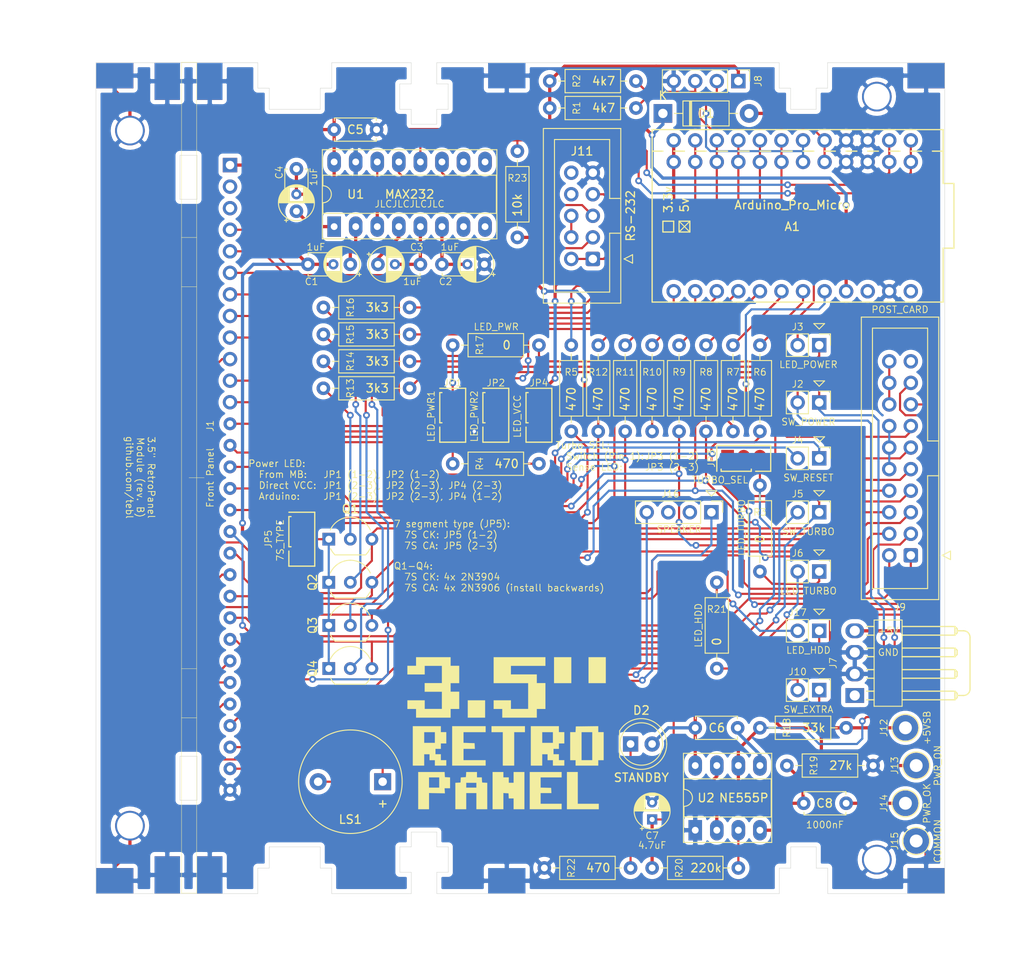
<source format=kicad_pcb>
(kicad_pcb (version 20171130) (host pcbnew "(5.1.8)-1")
  (layers (0 F.Cu signal) (31 B.Cu signal) (34 B.Paste user) (35 F.Paste user) (36 B.SilkS user) (37 F.SilkS user) (38 B.Mask user) (39 F.Mask user) (44 Edge.Cuts user))
  (net 0 "")
  (net 1 GND)
  (net 2 ARD_PWR)
  (net 3 "Net-(A1-Pad11)")
  (net 4 DIG4)
  (net 5 DIG3)
  (net 6 DIG2)
  (net 7 DIG1)
  (net 8 IIC_SCL)
  (net 9 IIC_SDA)
  (net 10 TTL_RX)
  (net 11 TTL_TX)
  (net 12 "Net-(A1-Pad13)")
  (net 13 "Net-(A1-Pad14)")
  (net 14 "Net-(A1-Pad15)")
  (net 15 "Net-(A1-Pad16)")
  (net 16 "Net-(A1-Pad17)")
  (net 17 "Net-(A1-Pad18)")
  (net 18 "Net-(A1-Pad19)")
  (net 19 +5V)
  (net 20 "Net-(C6-Pad2)")
  (net 21 LED_TURBO2)
  (net 22 LED_TURBO1)
  (net 23 SW_TURBO2)
  (net 24 SW_TURBO1)
  (net 25 SW_EXTRA2)
  (net 26 SW_EXTRA1)
  (net 27 /7S_B)
  (net 28 /7S_D3)
  (net 29 /7S_D2)
  (net 30 /7S_D4)
  (net 31 /7S_G)
  (net 32 /7S_C)
  (net 33 /7S_DP)
  (net 34 /7S_D)
  (net 35 /7S_E)
  (net 36 /7S_F)
  (net 37 /7S_A)
  (net 38 /7S_D1)
  (net 39 SW_RESET2)
  (net 40 SW_RESET1)
  (net 41 LED_PWR2)
  (net 42 SW_PWR1)
  (net 43 SW_PWR2)
  (net 44 LED_PWR1)
  (net 45 "Net-(J3-Pad1)")
  (net 46 "Net-(J3-Pad2)")
  (net 47 "Net-(J6-Pad1)")
  (net 48 "Net-(J9-Pad10)")
  (net 49 "Net-(J9-Pad16)")
  (net 50 "Net-(J11-Pad1)")
  (net 51 RS232_RX)
  (net 52 "Net-(J11-Pad7)")
  (net 53 RS232_TX)
  (net 54 "Net-(JP1-Pad3)")
  (net 55 "Net-(Q1-Pad2)")
  (net 56 "Net-(Q2-Pad2)")
  (net 57 "Net-(Q3-Pad2)")
  (net 58 "Net-(Q4-Pad2)")
  (net 59 "Net-(A1-Pad20)")
  (net 60 "Net-(JP1-Pad1)")
  (net 61 "Net-(JP4-Pad2)")
  (net 62 "Net-(C1-Pad1)")
  (net 63 "Net-(C2-Pad2)")
  (net 64 "Net-(C3-Pad2)")
  (net 65 "Net-(C3-Pad1)")
  (net 66 "Net-(C4-Pad1)")
  (net 67 "Net-(C4-Pad2)")
  (net 68 "/Smart Switch/+5VSB")
  (net 69 "/Smart Switch/PWR_OK")
  (net 70 "/Smart Switch/PWR_ON")
  (net 71 "Net-(R20-Pad2)")
  (net 72 "Net-(JP5-Pad2)")
  (net 73 "Net-(J16-Pad1)")
  (net 74 "Net-(J16-Pad4)")
  (net 75 LED_HDD2)
  (net 76 LED_HDD1)
  (net 77 "Net-(J17-Pad1)")
  (net 78 "Net-(D1-Pad2)")
  (net 79 "Net-(D2-Pad1)")
  (module RetroPanel:Module_Panel (layer F.Cu) (at 117.3918 100.995 270)
    (fp_text reference J1 (at -6.086 2.3368 270) (layer F.SilkS) (effects (font (size 0.8 0.8) (thickness 0.1))))
    (fp_text value "Front Panel" (at 0 2.3368 270) (layer F.SilkS) (effects (font (size 0.8 0.8) (thickness 0.1))))
    (pad 30 thru_hole circle (at 36.83 0 270) (size 1.524 1.524) (drill 0.762) (layers *.Cu *.Mask) (net 1 GND))
    (pad 29 thru_hole circle (at 34.29 0 270) (size 1.524 1.524) (drill 0.762) (layers *.Cu *.Mask) (net 21 LED_TURBO2))
    (pad 28 thru_hole circle (at 31.75 0 270) (size 1.524 1.524) (drill 0.762) (layers *.Cu *.Mask) (net 22 LED_TURBO1))
    (pad 27 thru_hole circle (at 29.21 0 270) (size 1.524 1.524) (drill 0.762) (layers *.Cu *.Mask) (net 23 SW_TURBO2))
    (pad 26 thru_hole circle (at 26.67 0 270) (size 1.524 1.524) (drill 0.762) (layers *.Cu *.Mask) (net 24 SW_TURBO1))
    (pad 25 thru_hole circle (at 24.13 0 270) (size 1.524 1.524) (drill 0.762) (layers *.Cu *.Mask) (net 25 SW_EXTRA2))
    (pad 24 thru_hole circle (at 21.59 0 270) (size 1.524 1.524) (drill 0.762) (layers *.Cu *.Mask) (net 26 SW_EXTRA1))
    (pad 23 thru_hole circle (at 19.05 0 270) (size 1.524 1.524) (drill 0.762) (layers *.Cu *.Mask) (net 75 LED_HDD2))
    (pad 22 thru_hole circle (at 16.51 0 270) (size 1.524 1.524) (drill 0.762) (layers *.Cu *.Mask) (net 76 LED_HDD1))
    (pad 21 thru_hole circle (at 13.97 0 270) (size 1.524 1.524) (drill 0.762) (layers *.Cu *.Mask) (net 27 /7S_B))
    (pad 20 thru_hole circle (at 11.43 0 270) (size 1.524 1.524) (drill 0.762) (layers *.Cu *.Mask) (net 28 /7S_D3))
    (pad 19 thru_hole circle (at 8.89 0 270) (size 1.524 1.524) (drill 0.762) (layers *.Cu *.Mask) (net 29 /7S_D2))
    (pad 18 thru_hole circle (at 6.35 0 270) (size 1.524 1.524) (drill 0.762) (layers *.Cu *.Mask) (net 30 /7S_D4))
    (pad 17 thru_hole circle (at 3.81 0 270) (size 1.524 1.524) (drill 0.762) (layers *.Cu *.Mask) (net 31 /7S_G))
    (pad 16 thru_hole circle (at 1.27 0 270) (size 1.524 1.524) (drill 0.762) (layers *.Cu *.Mask) (net 32 /7S_C))
    (pad 15 thru_hole circle (at -1.27 0 270) (size 1.524 1.524) (drill 0.762) (layers *.Cu *.Mask) (net 33 /7S_DP))
    (pad 14 thru_hole circle (at -3.81 0 270) (size 1.524 1.524) (drill 0.762) (layers *.Cu *.Mask) (net 34 /7S_D))
    (pad 13 thru_hole circle (at -6.35 0 270) (size 1.524 1.524) (drill 0.762) (layers *.Cu *.Mask) (net 35 /7S_E))
    (pad 12 thru_hole oval (at -8.89 0 270) (size 1.7 1.7) (drill 1) (layers *.Cu *.Mask) (net 36 /7S_F))
    (pad 11 thru_hole oval (at -11.43 0 270) (size 1.7 1.7) (drill 1) (layers *.Cu *.Mask) (net 37 /7S_A))
    (pad 10 thru_hole oval (at -13.97 0 270) (size 1.7 1.7) (drill 1) (layers *.Cu *.Mask) (net 38 /7S_D1))
    (pad 9 thru_hole oval (at -16.51 0 270) (size 1.7 1.7) (drill 1) (layers *.Cu *.Mask) (net 39 SW_RESET2))
    (pad 8 thru_hole oval (at -19.05 0 270) (size 1.7 1.7) (drill 1) (layers *.Cu *.Mask) (net 40 SW_RESET1))
    (pad 7 thru_hole oval (at -21.59 0 270) (size 1.7 1.7) (drill 1) (layers *.Cu *.Mask) (net 41 LED_PWR2))
    (pad 6 thru_hole oval (at -24.13 0 270) (size 1.7 1.7) (drill 1) (layers *.Cu *.Mask) (net 44 LED_PWR1))
    (pad 5 thru_hole oval (at -26.67 0 270) (size 1.7 1.7) (drill 1) (layers *.Cu *.Mask) (net 43 SW_PWR2))
    (pad 1 thru_hole rect (at -36.83 0 270) (size 1.7 1.7) (drill 1) (layers *.Cu *.Mask) (net 19 +5V))
    (pad 2 thru_hole oval (at -34.29 0 270) (size 1.7 1.7) (drill 1) (layers *.Cu *.Mask))
    (pad 3 thru_hole oval (at -31.75 0 270) (size 1.7 1.7) (drill 1) (layers *.Cu *.Mask))
    (pad 4 thru_hole oval (at -29.21 0 270) (size 1.7 1.7) (drill 1) (layers *.Cu *.Mask) (net 42 SW_PWR1))
  )
  (module RetroPanel:logo (layer F.Cu) (at 149.98 131.104)
    (fp_text reference G*** hide)
    (fp_text value LOGO hide)
  )
  (module RetroPanel:PinHeader_1x04_P2.54mm_Vertical (layer F.Cu) (at 174.11 105.069 270)
    (fp_text reference J16 (at -2.159 4.826) (layer F.SilkS) (effects (font (size 0.8 0.8) (thickness 0.1))))
    (fp_text value SPEAKER (at 2.032 3.81) (layer F.SilkS) (effects (font (size 0.8 0.8) (thickness 0.1))))
    (pad 4 thru_hole oval (at 0 7.62 270) (size 1.7 1.7) (drill 1) (layers *.Cu *.Mask) (net 74 "Net-(J16-Pad4)"))
    (pad 3 thru_hole oval (at 0 5.08 270) (size 1.7 1.7) (drill 1) (layers *.Cu *.Mask))
    (pad 2 thru_hole oval (at 0 2.54 270) (size 1.7 1.7) (drill 1) (layers *.Cu *.Mask))
    (pad 1 thru_hole rect (at 0 0 270) (size 1.7 1.7) (drill 1) (layers *.Cu *.Mask) (net 73 "Net-(J16-Pad1)"))
  )
  (module arduino_pro_micro:Arduino_Pro_Micro (layer F.Cu) (at 183.635 70.144 270)
    (fp_text reference A1 (at 1.27 0) (layer F.SilkS))
    (fp_text value Arduino_Pro_Micro (at -1.27 0) (layer F.SilkS))
    (fp_text user 3.3v (at -1.905 14.605 90) (layer F.SilkS))
    (fp_text user 5v (at -1.27 12.7 90) (layer F.SilkS))
    (pad 12 thru_hole circle (at -6.35 13.97 270) (size 1.7 1.7) (drill 1) (layers *.Cu *.Mask) (net 2 ARD_PWR))
    (pad 11 thru_hole circle (at -6.35 11.43 270) (size 1.7 1.7) (drill 1) (layers *.Cu *.Mask) (net 3 "Net-(A1-Pad11)"))
    (pad 10 thru_hole circle (at -6.35 8.89 270) (size 1.7 1.7) (drill 1) (layers *.Cu *.Mask) (net 4 DIG4))
    (pad 9 thru_hole circle (at -6.35 6.35 270) (size 1.7 1.7) (drill 1) (layers *.Cu *.Mask) (net 5 DIG3))
    (pad 8 thru_hole circle (at -6.35 3.81 270) (size 1.7 1.7) (drill 1) (layers *.Cu *.Mask) (net 6 DIG2))
    (pad 7 thru_hole circle (at -6.35 1.27 270) (size 1.7 1.7) (drill 1) (layers *.Cu *.Mask) (net 7 DIG1))
    (pad 6 thru_hole circle (at -6.35 -1.27 270) (size 1.7 1.7) (drill 1) (layers *.Cu *.Mask) (net 8 IIC_SCL))
    (pad 5 thru_hole circle (at -6.35 -3.81 270) (size 1.7 1.7) (drill 1) (layers *.Cu *.Mask) (net 9 IIC_SDA))
    (pad 4 thru_hole circle (at -6.35 -6.35 270) (size 1.7 1.7) (drill 1) (layers *.Cu *.Mask) (net 1 GND))
    (pad 3 thru_hole circle (at -6.35 -8.89 270) (size 1.7 1.7) (drill 1) (layers *.Cu *.Mask) (net 1 GND))
    (pad 2 thru_hole circle (at -6.35 -11.43 270) (size 1.7 1.7) (drill 1) (layers *.Cu *.Mask) (net 10 TTL_RX))
    (pad 1 thru_hole circle (at -6.35 -13.97 270) (size 1.7 1.7) (drill 1) (layers *.Cu *.Mask) (net 11 TTL_TX))
    (pad 2 thru_hole circle (at -8.89 -11.43 270) (size 1.7 1.7) (drill 1) (layers *.Cu *.Mask) (net 10 TTL_RX))
    (pad 3 thru_hole circle (at -8.89 -8.89 270) (size 1.7 1.7) (drill 1) (layers *.Cu *.Mask) (net 1 GND))
    (pad 4 thru_hole circle (at -8.89 -6.35 270) (size 1.7 1.7) (drill 1) (layers *.Cu *.Mask) (net 1 GND))
    (pad 5 thru_hole circle (at -8.89 -3.81 270) (size 1.7 1.7) (drill 1) (layers *.Cu *.Mask) (net 9 IIC_SDA))
    (pad 6 thru_hole circle (at -8.89 -1.27 270) (size 1.7 1.7) (drill 1) (layers *.Cu *.Mask) (net 8 IIC_SCL))
    (pad 7 thru_hole circle (at -8.89 1.27 270) (size 1.7 1.7) (drill 1) (layers *.Cu *.Mask) (net 7 DIG1))
    (pad 8 thru_hole circle (at -8.89 3.81 270) (size 1.7 1.7) (drill 1) (layers *.Cu *.Mask) (net 6 DIG2))
    (pad 9 thru_hole circle (at -8.89 6.35 270) (size 1.7 1.7) (drill 1) (layers *.Cu *.Mask) (net 5 DIG3))
    (pad 10 thru_hole circle (at -8.89 8.89 270) (size 1.7 1.7) (drill 1) (layers *.Cu *.Mask) (net 4 DIG4))
    (pad 11 thru_hole circle (at -8.89 11.43 270) (size 1.7 1.7) (drill 1) (layers *.Cu *.Mask) (net 3 "Net-(A1-Pad11)"))
    (pad 12 thru_hole circle (at -8.89 13.97 270) (size 1.7 1.7) (drill 1) (layers *.Cu *.Mask) (net 2 ARD_PWR))
    (pad 13 thru_hole circle (at 8.89 13.97 270) (size 1.7 1.7) (drill 1) (layers *.Cu *.Mask) (net 12 "Net-(A1-Pad13)"))
    (pad 14 thru_hole circle (at 8.89 11.43 270) (size 1.7 1.7) (drill 1) (layers *.Cu *.Mask) (net 13 "Net-(A1-Pad14)"))
    (pad 15 thru_hole circle (at 8.89 8.89 270) (size 1.7 1.7) (drill 1) (layers *.Cu *.Mask) (net 14 "Net-(A1-Pad15)"))
    (pad 16 thru_hole circle (at 8.89 6.35 270) (size 1.7 1.7) (drill 1) (layers *.Cu *.Mask) (net 15 "Net-(A1-Pad16)"))
    (pad 17 thru_hole circle (at 8.89 3.81 270) (size 1.7 1.7) (drill 1) (layers *.Cu *.Mask) (net 16 "Net-(A1-Pad17)"))
    (pad 18 thru_hole circle (at 8.89 1.27 270) (size 1.7 1.7) (drill 1) (layers *.Cu *.Mask) (net 17 "Net-(A1-Pad18)"))
    (pad 19 thru_hole circle (at 8.89 -1.27 270) (size 1.7 1.7) (drill 1) (layers *.Cu *.Mask) (net 18 "Net-(A1-Pad19)"))
    (pad 20 thru_hole circle (at 8.89 -3.81 270) (size 1.7 1.7) (drill 1) (layers *.Cu *.Mask) (net 59 "Net-(A1-Pad20)"))
    (pad 21 thru_hole circle (at 8.89 -6.35 270) (size 1.7 1.7) (drill 1) (layers *.Cu *.Mask) (net 19 +5V))
    (pad 22 thru_hole circle (at 8.89 -8.89 270) (size 1.7 1.7) (drill 1) (layers *.Cu *.Mask))
    (pad 23 thru_hole circle (at 8.89 -11.43 270) (size 1.7 1.7) (drill 1) (layers *.Cu *.Mask) (net 1 GND))
    (pad 24 thru_hole circle (at 8.89 -13.97 270) (size 1.7 1.7) (drill 1) (layers *.Cu *.Mask))
    (pad 1 thru_hole circle (at -8.89 -13.97 270) (size 1.7 1.7) (drill 1) (layers *.Cu *.Mask) (net 11 TTL_TX))
  )
  (module RetroPanel:PinHeader_1x02_P2.54mm_Vertical (layer F.Cu) (at 186.81 92.134001 270)
    (fp_text reference J2 (at -2.159 2.54) (layer F.SilkS) (effects (font (size 0.8 0.8) (thickness 0.1))))
    (fp_text value SW_POWER (at 2.286 1.27) (layer F.SilkS) (effects (font (size 0.8 0.8) (thickness 0.1))))
    (pad 2 thru_hole oval (at 0 2.54 270) (size 1.7 1.7) (drill 1) (layers *.Cu *.Mask) (net 43 SW_PWR2))
    (pad 1 thru_hole rect (at 0 0 270) (size 1.7 1.7) (drill 1) (layers *.Cu *.Mask) (net 42 SW_PWR1))
  )
  (module RetroPanel:PinHeader_1x02_P2.54mm_Vertical (layer F.Cu) (at 186.81 85.384 270)
    (fp_text reference J3 (at -2.159 2.54) (layer F.SilkS) (effects (font (size 0.8 0.8) (thickness 0.1))))
    (fp_text value LED_POWER (at 2.286 1.27) (layer F.SilkS) (effects (font (size 0.8 0.8) (thickness 0.1))))
    (pad 2 thru_hole oval (at 0 2.54 270) (size 1.7 1.7) (drill 1) (layers *.Cu *.Mask) (net 46 "Net-(J3-Pad2)"))
    (pad 1 thru_hole rect (at 0 0 270) (size 1.7 1.7) (drill 1) (layers *.Cu *.Mask) (net 45 "Net-(J3-Pad1)"))
  )
  (module RetroPanel:PinHeader_1x02_P2.54mm_Vertical (layer F.Cu) (at 186.81 98.719 270)
    (fp_text reference J4 (at -2.159 2.54) (layer F.SilkS) (effects (font (size 0.8 0.8) (thickness 0.1))))
    (fp_text value SW_RESET (at 2.286 1.27) (layer F.SilkS) (effects (font (size 0.8 0.8) (thickness 0.1))))
    (pad 2 thru_hole oval (at 0 2.54 270) (size 1.7 1.7) (drill 1) (layers *.Cu *.Mask) (net 39 SW_RESET2))
    (pad 1 thru_hole rect (at 0 0 270) (size 1.7 1.7) (drill 1) (layers *.Cu *.Mask) (net 40 SW_RESET1))
  )
  (module RetroPanel:PinHeader_1x02_P2.54mm_Vertical (layer F.Cu) (at 186.81 105.069 270)
    (fp_text reference J5 (at -2.159 2.54) (layer F.SilkS) (effects (font (size 0.8 0.8) (thickness 0.1))))
    (fp_text value SW_TURBO (at 2.286 1.27) (layer F.SilkS) (effects (font (size 0.8 0.8) (thickness 0.1))))
    (pad 2 thru_hole oval (at 0 2.54 270) (size 1.7 1.7) (drill 1) (layers *.Cu *.Mask) (net 23 SW_TURBO2))
    (pad 1 thru_hole rect (at 0 0 270) (size 1.7 1.7) (drill 1) (layers *.Cu *.Mask) (net 24 SW_TURBO1))
  )
  (module RetroPanel:PinHeader_1x02_P2.54mm_Vertical (layer F.Cu) (at 186.81 112.054 270)
    (fp_text reference J6 (at -2.159 2.54) (layer F.SilkS) (effects (font (size 0.8 0.8) (thickness 0.1))))
    (fp_text value LED_TURBO (at 2.286 1.27) (layer F.SilkS) (effects (font (size 0.8 0.8) (thickness 0.1))))
    (pad 2 thru_hole oval (at 0 2.54 270) (size 1.7 1.7) (drill 1) (layers *.Cu *.Mask) (net 21 LED_TURBO2))
    (pad 1 thru_hole rect (at 0 0 270) (size 1.7 1.7) (drill 1) (layers *.Cu *.Mask) (net 47 "Net-(J6-Pad1)"))
  )
  (module RetroPanel:PinHeader_1x02_P2.54mm_Vertical (layer F.Cu) (at 186.81 126.024 270)
    (fp_text reference J10 (at -2.159 2.54) (layer F.SilkS) (effects (font (size 0.8 0.8) (thickness 0.1))))
    (fp_text value SW_EXTRA (at 2.286 1.27) (layer F.SilkS) (effects (font (size 0.8 0.8) (thickness 0.1))))
    (pad 2 thru_hole oval (at 0 2.54 270) (size 1.7 1.7) (drill 1) (layers *.Cu *.Mask) (net 25 SW_EXTRA2))
    (pad 1 thru_hole rect (at 0 0 270) (size 1.7 1.7) (drill 1) (layers *.Cu *.Mask) (net 26 SW_EXTRA1))
  )
  (module RetroPanel:PSU_Wire (layer F.Cu) (at 196.97 130.469)
    (fp_text reference J12 (at -2.54 0 90) (layer F.SilkS) (effects (font (size 0.8 0.8) (thickness 0.1))))
    (fp_text value +5VSB (at 2.54 0 90) (layer F.SilkS) (effects (font (size 0.8 0.8) (thickness 0.1))))
    (pad 1 thru_hole circle (at 0 0) (size 3 3) (drill 1.52) (layers *.Cu *.Mask) (net 68 "/Smart Switch/+5VSB"))
  )
  (module RetroPanel:PSU_Wire (layer F.Cu) (at 198.24 134.914)
    (fp_text reference J13 (at -2.54 0 90) (layer F.SilkS) (effects (font (size 0.8 0.8) (thickness 0.1))))
    (fp_text value PWR_ON (at 2.54 0 90) (layer F.SilkS) (effects (font (size 0.8 0.8) (thickness 0.1))))
    (pad 1 thru_hole circle (at 0 0) (size 3 3) (drill 1.52) (layers *.Cu *.Mask) (net 70 "/Smart Switch/PWR_ON"))
  )
  (module RetroPanel:PSU_Wire (layer F.Cu) (at 196.97 139.359)
    (fp_text reference J14 (at -2.54 0 90) (layer F.SilkS) (effects (font (size 0.8 0.8) (thickness 0.1))))
    (fp_text value PWR_OK (at 2.54 0 90) (layer F.SilkS) (effects (font (size 0.8 0.8) (thickness 0.1))))
    (pad 1 thru_hole circle (at 0 0) (size 3 3) (drill 1.52) (layers *.Cu *.Mask) (net 69 "/Smart Switch/PWR_OK"))
  )
  (module RetroPanel:PSU_Wire (layer F.Cu) (at 198.24 143.804)
    (fp_text reference J15 (at -2.54 0 90) (layer F.SilkS) (effects (font (size 0.8 0.8) (thickness 0.1))))
    (fp_text value COMMON (at 2.54 0 90) (layer F.SilkS) (effects (font (size 0.8 0.8) (thickness 0.1))))
    (pad 1 thru_hole circle (at 0 0) (size 3 3) (drill 1.52) (layers *.Cu *.Mask) (net 1 GND))
  )
  (module RetroPanel:Pad_pin (layer F.Cu) (at 103.8028 148.493 90)
    (fp_text reference M10 hide)
    (fp_text value Mounting_Pad hide)
    (pad 1 smd rect (at 0 0 90) (size 3 4.4) (layers F.Cu F.Paste F.Mask) (net 1 GND))
    (pad 1 smd rect (at 0 0 90) (size 3 4.4) (layers B.Cu B.Paste B.Mask) (net 1 GND))
  )
  (module RetroPanel:Pad_pin (layer F.Cu) (at 199.4084 53.624 90)
    (fp_text reference M12 hide)
    (fp_text value Mounting_Pad hide)
    (pad 1 smd rect (at 0 0 90) (size 3 4.4) (layers F.Cu F.Paste F.Mask) (net 1 GND))
    (pad 1 smd rect (at 0 0 90) (size 3 4.4) (layers B.Cu B.Paste B.Mask) (net 1 GND))
  )
  (module RetroPanel:Pad_pin (layer F.Cu) (at 199.4084 148.493 90)
    (fp_text reference M13 hide)
    (fp_text value Mounting_Pad hide)
    (pad 1 smd rect (at 0 0 90) (size 3 4.4) (layers F.Cu F.Paste F.Mask) (net 1 GND))
    (pad 1 smd rect (at 0 0 90) (size 3 4.4) (layers B.Cu B.Paste B.Mask) (net 1 GND))
  )
  (module mounting:M3_pin (layer F.Cu) (at 105.6 60.1)
    (fp_text reference M1 hide)
    (fp_text value Mounting_Pin hide)
    (pad 1 thru_hole circle (at 0 0) (size 3.5 3.5) (drill 3.048) (layers *.Cu *.Mask) (net 1 GND))
  )
  (module mounting:M3_pin (layer F.Cu) (at 105.6 142)
    (fp_text reference M2 hide)
    (fp_text value Mounting_Pin hide)
    (pad 1 thru_hole circle (at 0 0) (size 3.5 3.5) (drill 3.048) (layers *.Cu *.Mask) (net 1 GND))
  )
  (module mounting:M3_pin (layer F.Cu) (at 193.6 146)
    (fp_text reference M3 hide)
    (fp_text value Mounting_Pin hide)
    (pad 1 thru_hole circle (at 0 0) (size 3.5 3.5) (drill 3.048) (layers *.Cu *.Mask) (net 1 GND))
  )
  (module RetroPanel:B.Pad_pin (layer F.Cu) (at 150 53.624 90)
    (fp_text reference M7 hide)
    (fp_text value Mounting_Pad hide)
    (pad 1 smd rect (at 0 0 90) (size 3 4.4) (layers B.Cu B.Paste B.Mask) (net 1 GND))
  )
  (module RetroPanel:B.Pad_pin (layer F.Cu) (at 150 148.493 90)
    (fp_text reference M14 hide)
    (fp_text value Mounting_Pad hide)
    (pad 1 smd rect (at 0 0 90) (size 3 4.4) (layers B.Cu B.Paste B.Mask) (net 1 GND))
  )
  (module RetroPanel:Pad_pin (layer F.Cu) (at 110.0004 54.2844)
    (fp_text reference M5 hide)
    (fp_text value Mounting_Pad hide)
    (pad 1 smd rect (at 0 0) (size 3 4.4) (layers F.Cu F.Paste F.Mask) (net 1 GND))
    (pad 1 smd rect (at 0 0) (size 3 4.4) (layers B.Cu B.Paste B.Mask) (net 1 GND))
  )
  (module RetroPanel:Pad_pin (layer F.Cu) (at 115.0042 147.8072)
    (fp_text reference M8 hide)
    (fp_text value Mounting_Pad hide)
    (pad 1 smd rect (at 0 0) (size 3 4.4) (layers B.Cu B.Paste B.Mask) (net 1 GND))
    (pad 1 smd rect (at 0 0) (size 3 4.4) (layers F.Cu F.Paste F.Mask) (net 1 GND))
  )
  (module RetroPanel:Pad_pin (layer F.Cu) (at 110.0004 147.8072)
    (fp_text reference M9 hide)
    (fp_text value Mounting_Pad hide)
    (pad 1 smd rect (at 0 0) (size 3 4.4) (layers F.Cu F.Paste F.Mask) (net 1 GND))
    (pad 1 smd rect (at 0 0) (size 3 4.4) (layers B.Cu B.Paste B.Mask) (net 1 GND))
  )
  (module RetroPanel:Pad_pin (layer F.Cu) (at 115.0042 54.2844)
    (fp_text reference M11 hide)
    (fp_text value Mounting_Pad hide)
    (pad 1 smd rect (at 0 0) (size 3 4.4) (layers B.Cu B.Paste B.Mask) (net 1 GND))
    (pad 1 smd rect (at 0 0) (size 3 4.4) (layers F.Cu F.Paste F.Mask) (net 1 GND))
  )
  (module RetroPanel:Pad_pin (layer F.Cu) (at 103.8028 53.624 90)
    (fp_text reference M15 hide)
    (fp_text value Mounting_Pad hide)
    (pad 1 smd rect (at 0 0 90) (size 3 4.4) (layers F.Cu F.Paste F.Mask) (net 1 GND))
    (pad 1 smd rect (at 0 0 90) (size 3 4.4) (layers B.Cu B.Paste B.Mask) (net 1 GND))
  )
  (module mounting:M3_pin (layer F.Cu) (at 193.6 56.1)
    (fp_text reference M16 hide)
    (fp_text value Mounting_Pin hide)
    (pad 1 thru_hole circle (at 0 0) (size 3.5 3.5) (drill 3.048) (layers *.Cu *.Mask) (net 1 GND))
  )
  (module Diode_THT:D_DO-41_SOD81_P10.16mm_Horizontal (layer F.Cu) (at 168.395 58.079)
    (fp_text reference D1 (at 5.08 0) (layer F.SilkS))
    (fp_text value 1N4001)
    (fp_text user K (at 0 -2.1) (layer F.SilkS))
    (pad 1 thru_hole rect (at 0 0) (size 2.2 2.2) (drill 1.1) (layers *.Cu *.Mask) (net 19 +5V))
    (pad 2 thru_hole oval (at 10.16 0) (size 2.2 2.2) (drill 1.1) (layers *.Cu *.Mask) (net 78 "Net-(D1-Pad2)"))
  )
  (module Connector_PinHeader_2.54mm:PinHeader_1x04_P2.54mm_Vertical (layer F.Cu) (at 177.285 54.269 270)
    (fp_text reference J8 (at 0 -2.33 90) (layer F.SilkS) (effects (font (size 0.8 0.8) (thickness 0.1))))
    (fp_text value IIC)
    (pad 1 thru_hole rect (at 0 0 270) (size 1.7 1.7) (drill 1) (layers *.Cu *.Mask) (net 19 +5V))
    (pad 2 thru_hole oval (at 0 2.54 270) (size 1.7 1.7) (drill 1) (layers *.Cu *.Mask) (net 9 IIC_SDA))
    (pad 3 thru_hole oval (at 0 5.08 270) (size 1.7 1.7) (drill 1) (layers *.Cu *.Mask) (net 8 IIC_SCL))
    (pad 4 thru_hole oval (at 0 7.62 270) (size 1.7 1.7) (drill 1) (layers *.Cu *.Mask) (net 1 GND))
  )
  (module Connector_IDC:IDC-Header_2x10_P2.54mm_Vertical (layer F.Cu) (at 197.605 110.149 180)
    (fp_text reference J9 (at 1.27 -6.1) (layer F.SilkS) (effects (font (size 0.8 0.8) (thickness 0.1))))
    (fp_text value POST_CARD (at 1.27 28.96) (layer F.SilkS) (effects (font (size 0.8 0.8) (thickness 0.1))))
    (pad 1 thru_hole roundrect (at 0 0 180) (size 1.7 1.7) (drill 1) (layers *.Cu *.Mask) (roundrect_rratio 0.1470588235294118) (net 37 /7S_A))
    (pad 3 thru_hole circle (at 0 2.54 180) (size 1.7 1.7) (drill 1) (layers *.Cu *.Mask) (net 27 /7S_B))
    (pad 5 thru_hole circle (at 0 5.08 180) (size 1.7 1.7) (drill 1) (layers *.Cu *.Mask) (net 32 /7S_C))
    (pad 7 thru_hole circle (at 0 7.62 180) (size 1.7 1.7) (drill 1) (layers *.Cu *.Mask) (net 34 /7S_D))
    (pad 9 thru_hole circle (at 0 10.16 180) (size 1.7 1.7) (drill 1) (layers *.Cu *.Mask) (net 35 /7S_E))
    (pad 11 thru_hole circle (at 0 12.7 180) (size 1.7 1.7) (drill 1) (layers *.Cu *.Mask) (net 36 /7S_F))
    (pad 13 thru_hole circle (at 0 15.24 180) (size 1.7 1.7) (drill 1) (layers *.Cu *.Mask) (net 31 /7S_G))
    (pad 15 thru_hole circle (at 0 17.78 180) (size 1.7 1.7) (drill 1) (layers *.Cu *.Mask) (net 26 SW_EXTRA1))
    (pad 17 thru_hole circle (at 0 20.32 180) (size 1.7 1.7) (drill 1) (layers *.Cu *.Mask) (net 25 SW_EXTRA2))
    (pad 19 thru_hole circle (at 0 22.86 180) (size 1.7 1.7) (drill 1) (layers *.Cu *.Mask))
    (pad 2 thru_hole circle (at 2.54 0 180) (size 1.7 1.7) (drill 1) (layers *.Cu *.Mask) (net 30 /7S_D4))
    (pad 4 thru_hole circle (at 2.54 2.54 180) (size 1.7 1.7) (drill 1) (layers *.Cu *.Mask) (net 28 /7S_D3))
    (pad 6 thru_hole circle (at 2.54 5.08 180) (size 1.7 1.7) (drill 1) (layers *.Cu *.Mask) (net 29 /7S_D2))
    (pad 8 thru_hole circle (at 2.54 7.62 180) (size 1.7 1.7) (drill 1) (layers *.Cu *.Mask) (net 38 /7S_D1))
    (pad 10 thru_hole circle (at 2.54 10.16 180) (size 1.7 1.7) (drill 1) (layers *.Cu *.Mask) (net 48 "Net-(J9-Pad10)"))
    (pad 12 thru_hole circle (at 2.54 12.7 180) (size 1.7 1.7) (drill 1) (layers *.Cu *.Mask) (net 48 "Net-(J9-Pad10)"))
    (pad 14 thru_hole circle (at 2.54 15.24 180) (size 1.7 1.7) (drill 1) (layers *.Cu *.Mask) (net 48 "Net-(J9-Pad10)"))
    (pad 16 thru_hole circle (at 2.54 17.78 180) (size 1.7 1.7) (drill 1) (layers *.Cu *.Mask) (net 49 "Net-(J9-Pad16)"))
    (pad 18 thru_hole circle (at 2.54 20.32 180) (size 1.7 1.7) (drill 1) (layers *.Cu *.Mask) (net 49 "Net-(J9-Pad16)"))
    (pad 20 thru_hole circle (at 2.54 22.86 180) (size 1.7 1.7) (drill 1) (layers *.Cu *.Mask) (net 49 "Net-(J9-Pad16)"))
  )
  (module solder_bridge:select (layer F.Cu) (at 143.63 91.734)
    (fp_text reference JP1 hide)
    (fp_text value LED_PWR1 (at -2.54 2.032 90) (layer F.SilkS) (effects (font (size 0.8 0.8) (thickness 0.1))))
    (fp_text user %R (at 0 -1.905 180) (layer F.SilkS) (effects (font (size 0.8 0.8) (thickness 0.1))))
    (pad 1 smd rect (at 0 0) (size 2 1.5) (layers F.Cu F.Paste F.Mask) (net 60 "Net-(JP1-Pad1)"))
    (pad 2 smd oval (at 0 1.905) (size 2 1.5) (layers F.Cu F.Paste F.Mask) (net 44 LED_PWR1))
    (pad 3 smd oval (at 0 3.81) (size 2 1.5) (layers F.Cu F.Paste F.Mask) (net 54 "Net-(JP1-Pad3)"))
  )
  (module solder_bridge:select (layer F.Cu) (at 148.71 91.734)
    (fp_text reference JP2 hide)
    (fp_text value LED_PWR2 (at -2.54 2.032 90) (layer F.SilkS) (effects (font (size 0.8 0.8) (thickness 0.1))))
    (fp_text user %R (at 0 -1.905 180) (layer F.SilkS) (effects (font (size 0.8 0.8) (thickness 0.1))))
    (pad 3 smd oval (at 0 3.81) (size 2 1.5) (layers F.Cu F.Paste F.Mask) (net 1 GND))
    (pad 2 smd oval (at 0 1.905) (size 2 1.5) (layers F.Cu F.Paste F.Mask) (net 41 LED_PWR2))
    (pad 1 smd rect (at 0 0) (size 2 1.5) (layers F.Cu F.Paste F.Mask) (net 46 "Net-(J3-Pad2)"))
  )
  (module resistor:R_Axial_DIN0207_L6.3mm_D2.5mm_P10.16mm_Horizontal (layer F.Cu) (at 155.06 57.444)
    (fp_text reference R1 (at 3.175 0 90) (layer F.SilkS) (effects (font (size 0.8 0.8) (thickness 0.1))))
    (fp_text value 4k7 (at 6.35 0) (layer F.SilkS))
    (pad 1 thru_hole circle (at 0 0) (size 1.6 1.6) (drill 0.8) (layers *.Cu *.Mask) (net 19 +5V))
    (pad 2 thru_hole oval (at 10.16 0) (size 1.6 1.6) (drill 0.8) (layers *.Cu *.Mask) (net 9 IIC_SDA))
  )
  (module resistor:R_Axial_DIN0207_L6.3mm_D2.5mm_P10.16mm_Horizontal (layer F.Cu) (at 165.22 54.269 180)
    (fp_text reference R2 (at 6.985 0 90) (layer F.SilkS) (effects (font (size 0.8 0.8) (thickness 0.1))))
    (fp_text value 4k7 (at 3.81 0) (layer F.SilkS))
    (pad 2 thru_hole oval (at 10.16 0 180) (size 1.6 1.6) (drill 0.8) (layers *.Cu *.Mask) (net 19 +5V))
    (pad 1 thru_hole circle (at 0 0 180) (size 1.6 1.6) (drill 0.8) (layers *.Cu *.Mask) (net 8 IIC_SCL))
  )
  (module resistor:R_Axial_DIN0207_L6.3mm_D2.5mm_P10.16mm_Horizontal (layer F.Cu) (at 179.825 112.054 90)
    (fp_text reference R3 (at 6.985 0) (layer F.SilkS) (effects (font (size 0.8 0.8) (thickness 0.1))))
    (fp_text value 0 (at 3.81 0 90) (layer F.SilkS))
    (pad 2 thru_hole oval (at 10.16 0 90) (size 1.6 1.6) (drill 0.8) (layers *.Cu *.Mask) (net 22 LED_TURBO1))
    (pad 1 thru_hole circle (at 0 0 90) (size 1.6 1.6) (drill 0.8) (layers *.Cu *.Mask) (net 47 "Net-(J6-Pad1)"))
  )
  (module resistor:R_Axial_DIN0207_L6.3mm_D2.5mm_P10.16mm_Horizontal (layer F.Cu) (at 153.79 99.354 180)
    (fp_text reference R4 (at 6.985 0 90) (layer F.SilkS) (effects (font (size 0.8 0.8) (thickness 0.1))))
    (fp_text value 470 (at 3.81 0) (layer F.SilkS))
    (pad 1 thru_hole circle (at 0 0 180) (size 1.6 1.6) (drill 0.8) (layers *.Cu *.Mask) (net 61 "Net-(JP4-Pad2)"))
    (pad 2 thru_hole oval (at 10.16 0 180) (size 1.6 1.6) (drill 0.8) (layers *.Cu *.Mask) (net 54 "Net-(JP1-Pad3)"))
  )
  (module resistor:R_Axial_DIN0207_L6.3mm_D2.5mm_P10.16mm_Horizontal (layer F.Cu) (at 157.6 95.544 90)
    (fp_text reference R5 (at 6.985 0) (layer F.SilkS) (effects (font (size 0.8 0.8) (thickness 0.1))))
    (fp_text value 470 (at 3.81 0 90) (layer F.SilkS))
    (pad 2 thru_hole oval (at 10.16 0 90) (size 1.6 1.6) (drill 0.8) (layers *.Cu *.Mask) (net 3 "Net-(A1-Pad11)"))
    (pad 1 thru_hole circle (at 0 0 90) (size 1.6 1.6) (drill 0.8) (layers *.Cu *.Mask) (net 33 /7S_DP))
  )
  (module resistor:R_Axial_DIN0207_L6.3mm_D2.5mm_P10.16mm_Horizontal (layer F.Cu) (at 179.825 95.544 90)
    (fp_text reference R6 (at 6.985 0) (layer F.SilkS) (effects (font (size 0.8 0.8) (thickness 0.1))))
    (fp_text value 470 (at 3.81 0 90) (layer F.SilkS))
    (pad 1 thru_hole circle (at 0 0 90) (size 1.6 1.6) (drill 0.8) (layers *.Cu *.Mask) (net 37 /7S_A))
    (pad 2 thru_hole oval (at 10.16 0 90) (size 1.6 1.6) (drill 0.8) (layers *.Cu *.Mask) (net 18 "Net-(A1-Pad19)"))
  )
  (module resistor:R_Axial_DIN0207_L6.3mm_D2.5mm_P10.16mm_Horizontal (layer F.Cu) (at 176.65 95.544 90)
    (fp_text reference R7 (at 6.985 0) (layer F.SilkS) (effects (font (size 0.8 0.8) (thickness 0.1))))
    (fp_text value 470 (at 3.81 0 90) (layer F.SilkS))
    (pad 1 thru_hole circle (at 0 0 90) (size 1.6 1.6) (drill 0.8) (layers *.Cu *.Mask) (net 27 /7S_B))
    (pad 2 thru_hole oval (at 10.16 0 90) (size 1.6 1.6) (drill 0.8) (layers *.Cu *.Mask) (net 17 "Net-(A1-Pad18)"))
  )
  (module resistor:R_Axial_DIN0207_L6.3mm_D2.5mm_P10.16mm_Horizontal (layer F.Cu) (at 173.475 95.544 90)
    (fp_text reference R8 (at 6.985 0) (layer F.SilkS) (effects (font (size 0.8 0.8) (thickness 0.1))))
    (fp_text value 470 (at 3.81 0 90) (layer F.SilkS))
    (pad 1 thru_hole circle (at 0 0 90) (size 1.6 1.6) (drill 0.8) (layers *.Cu *.Mask) (net 32 /7S_C))
    (pad 2 thru_hole oval (at 10.16 0 90) (size 1.6 1.6) (drill 0.8) (layers *.Cu *.Mask) (net 16 "Net-(A1-Pad17)"))
  )
  (module resistor:R_Axial_DIN0207_L6.3mm_D2.5mm_P10.16mm_Horizontal (layer F.Cu) (at 170.3 95.544 90)
    (fp_text reference R9 (at 6.985 0) (layer F.SilkS) (effects (font (size 0.8 0.8) (thickness 0.1))))
    (fp_text value 470 (at 3.81 0 90) (layer F.SilkS))
    (pad 2 thru_hole oval (at 10.16 0 90) (size 1.6 1.6) (drill 0.8) (layers *.Cu *.Mask) (net 15 "Net-(A1-Pad16)"))
    (pad 1 thru_hole circle (at 0 0 90) (size 1.6 1.6) (drill 0.8) (layers *.Cu *.Mask) (net 34 /7S_D))
  )
  (module resistor:R_Axial_DIN0207_L6.3mm_D2.5mm_P10.16mm_Horizontal (layer F.Cu) (at 167.125 95.544 90)
    (fp_text reference R10 (at 6.985 0) (layer F.SilkS) (effects (font (size 0.8 0.8) (thickness 0.1))))
    (fp_text value 470 (at 3.81 0 90) (layer F.SilkS))
    (pad 1 thru_hole circle (at 0 0 90) (size 1.6 1.6) (drill 0.8) (layers *.Cu *.Mask) (net 35 /7S_E))
    (pad 2 thru_hole oval (at 10.16 0 90) (size 1.6 1.6) (drill 0.8) (layers *.Cu *.Mask) (net 14 "Net-(A1-Pad15)"))
  )
  (module resistor:R_Axial_DIN0207_L6.3mm_D2.5mm_P10.16mm_Horizontal (layer F.Cu) (at 163.95 95.544 90)
    (fp_text reference R11 (at 6.985 0) (layer F.SilkS) (effects (font (size 0.8 0.8) (thickness 0.1))))
    (fp_text value 470 (at 3.81 0 90) (layer F.SilkS))
    (pad 2 thru_hole oval (at 10.16 0 90) (size 1.6 1.6) (drill 0.8) (layers *.Cu *.Mask) (net 13 "Net-(A1-Pad14)"))
    (pad 1 thru_hole circle (at 0 0 90) (size 1.6 1.6) (drill 0.8) (layers *.Cu *.Mask) (net 36 /7S_F))
  )
  (module resistor:R_Axial_DIN0207_L6.3mm_D2.5mm_P10.16mm_Horizontal (layer F.Cu) (at 160.775 95.544 90)
    (fp_text reference R12 (at 6.985 0) (layer F.SilkS) (effects (font (size 0.8 0.8) (thickness 0.1))))
    (fp_text value 470 (at 3.81 0 90) (layer F.SilkS))
    (pad 1 thru_hole circle (at 0 0 90) (size 1.6 1.6) (drill 0.8) (layers *.Cu *.Mask) (net 31 /7S_G))
    (pad 2 thru_hole oval (at 10.16 0 90) (size 1.6 1.6) (drill 0.8) (layers *.Cu *.Mask) (net 12 "Net-(A1-Pad13)"))
  )
  (module resistor:R_Axial_DIN0207_L6.3mm_D2.5mm_P10.16mm_Horizontal (layer F.Cu) (at 138.55 90.464 180)
    (fp_text reference R13 (at 6.985 0 90) (layer F.SilkS) (effects (font (size 0.8 0.8) (thickness 0.1))))
    (fp_text value 3k3 (at 3.81 0) (layer F.SilkS))
    (pad 1 thru_hole circle (at 0 0 180) (size 1.6 1.6) (drill 0.8) (layers *.Cu *.Mask) (net 7 DIG1))
    (pad 2 thru_hole oval (at 10.16 0 180) (size 1.6 1.6) (drill 0.8) (layers *.Cu *.Mask) (net 55 "Net-(Q1-Pad2)"))
  )
  (module resistor:R_Axial_DIN0207_L6.3mm_D2.5mm_P10.16mm_Horizontal (layer F.Cu) (at 138.55 87.289 180)
    (fp_text reference R14 (at 6.985 0 90) (layer F.SilkS) (effects (font (size 0.8 0.8) (thickness 0.1))))
    (fp_text value 3k3 (at 3.81 0) (layer F.SilkS))
    (pad 2 thru_hole oval (at 10.16 0 180) (size 1.6 1.6) (drill 0.8) (layers *.Cu *.Mask) (net 56 "Net-(Q2-Pad2)"))
    (pad 1 thru_hole circle (at 0 0 180) (size 1.6 1.6) (drill 0.8) (layers *.Cu *.Mask) (net 6 DIG2))
  )
  (module resistor:R_Axial_DIN0207_L6.3mm_D2.5mm_P10.16mm_Horizontal (layer F.Cu) (at 138.55 84.114 180)
    (fp_text reference R15 (at 6.985 0 90) (layer F.SilkS) (effects (font (size 0.8 0.8) (thickness 0.1))))
    (fp_text value 3k3 (at 3.81 0) (layer F.SilkS))
    (pad 2 thru_hole oval (at 10.16 0 180) (size 1.6 1.6) (drill 0.8) (layers *.Cu *.Mask) (net 57 "Net-(Q3-Pad2)"))
    (pad 1 thru_hole circle (at 0 0 180) (size 1.6 1.6) (drill 0.8) (layers *.Cu *.Mask) (net 5 DIG3))
  )
  (module resistor:R_Axial_DIN0207_L6.3mm_D2.5mm_P10.16mm_Horizontal (layer F.Cu) (at 138.55 80.939 180)
    (fp_text reference R16 (at 6.985 0 90) (layer F.SilkS) (effects (font (size 0.8 0.8) (thickness 0.1))))
    (fp_text value 3k3 (at 3.81 0) (layer F.SilkS))
    (pad 2 thru_hole oval (at 10.16 0 180) (size 1.6 1.6) (drill 0.8) (layers *.Cu *.Mask) (net 58 "Net-(Q4-Pad2)"))
    (pad 1 thru_hole circle (at 0 0 180) (size 1.6 1.6) (drill 0.8) (layers *.Cu *.Mask) (net 4 DIG4))
  )
  (module solder_bridge:select (layer F.Cu) (at 176.015 98.719 90)
    (fp_text reference JP3 hide)
    (fp_text value TURBO_SEL (at -2.54 -0.889) (layer F.SilkS) (effects (font (size 0.8 0.8) (thickness 0.1))))
    (fp_text user %R (at 0 -1.905 270) (layer F.SilkS) (effects (font (size 0.8 0.8) (thickness 0.1))))
    (pad 3 smd oval (at 0 3.81 90) (size 2 1.5) (layers F.Cu F.Paste F.Mask) (net 22 LED_TURBO1))
    (pad 2 smd oval (at 0 1.905 90) (size 2 1.5) (layers F.Cu F.Paste F.Mask) (net 59 "Net-(A1-Pad20)"))
    (pad 1 smd rect (at 0 0 90) (size 2 1.5) (layers F.Cu F.Paste F.Mask) (net 24 SW_TURBO1))
  )
  (module solder_bridge:select (layer F.Cu) (at 153.79 91.734)
    (fp_text reference JP4 hide)
    (fp_text value LED_VCC (at -2.54 2.032 90) (layer F.SilkS) (effects (font (size 0.8 0.8) (thickness 0.1))))
    (fp_text user %R (at 0 -1.905 180) (layer F.SilkS) (effects (font (size 0.8 0.8) (thickness 0.1))))
    (pad 1 smd rect (at 0 0) (size 2 1.5) (layers F.Cu F.Paste F.Mask) (net 2 ARD_PWR))
    (pad 2 smd oval (at 0 1.905) (size 2 1.5) (layers F.Cu F.Paste F.Mask) (net 61 "Net-(JP4-Pad2)"))
    (pad 3 smd oval (at 0 3.81) (size 2 1.5) (layers F.Cu F.Paste F.Mask) (net 19 +5V))
  )
  (module resistor:R_Axial_DIN0207_L6.3mm_D2.5mm_P10.16mm_Horizontal (layer F.Cu) (at 143.63 85.384)
    (fp_text reference R17 (at 3.175 0 90) (layer F.SilkS) (effects (font (size 0.8 0.8) (thickness 0.1))))
    (fp_text value 0 (at 6.35 0) (layer F.SilkS))
    (pad 1 thru_hole circle (at 0 0) (size 1.6 1.6) (drill 0.8) (layers *.Cu *.Mask) (net 60 "Net-(JP1-Pad1)"))
    (pad 2 thru_hole oval (at 10.16 0) (size 1.6 1.6) (drill 0.8) (layers *.Cu *.Mask) (net 45 "Net-(J3-Pad1)"))
  )
  (module Package_TO_SOT_THT:TO-92_Inline_Wide (layer F.Cu) (at 129.025 108.244)
    (fp_text reference Q1 (at 2.54 -3.56) (layer F.SilkS))
    (fp_text value "2N3904 *")
    (pad 1 thru_hole rect (at 0 0) (size 1.5 1.5) (drill 0.8) (layers *.Cu *.Mask) (net 72 "Net-(JP5-Pad2)"))
    (pad 3 thru_hole circle (at 5.08 0) (size 1.5 1.5) (drill 0.8) (layers *.Cu *.Mask) (net 38 /7S_D1))
    (pad 2 thru_hole circle (at 2.54 0) (size 1.5 1.5) (drill 0.8) (layers *.Cu *.Mask) (net 55 "Net-(Q1-Pad2)"))
  )
  (module Package_TO_SOT_THT:TO-92_Inline_Wide (layer F.Cu) (at 129.025 113.324)
    (fp_text reference Q2 (at -1.905 0 90) (layer F.SilkS))
    (fp_text value "2N3904 *")
    (pad 2 thru_hole circle (at 2.54 0) (size 1.5 1.5) (drill 0.8) (layers *.Cu *.Mask) (net 56 "Net-(Q2-Pad2)"))
    (pad 3 thru_hole circle (at 5.08 0) (size 1.5 1.5) (drill 0.8) (layers *.Cu *.Mask) (net 29 /7S_D2))
    (pad 1 thru_hole rect (at 0 0) (size 1.5 1.5) (drill 0.8) (layers *.Cu *.Mask) (net 72 "Net-(JP5-Pad2)"))
  )
  (module Package_TO_SOT_THT:TO-92_Inline_Wide (layer F.Cu) (at 129.025 118.404)
    (fp_text reference Q3 (at -1.905 0 90) (layer F.SilkS))
    (fp_text value "2N3904 *")
    (pad 1 thru_hole rect (at 0 0) (size 1.5 1.5) (drill 0.8) (layers *.Cu *.Mask) (net 72 "Net-(JP5-Pad2)"))
    (pad 3 thru_hole circle (at 5.08 0) (size 1.5 1.5) (drill 0.8) (layers *.Cu *.Mask) (net 28 /7S_D3))
    (pad 2 thru_hole circle (at 2.54 0) (size 1.5 1.5) (drill 0.8) (layers *.Cu *.Mask) (net 57 "Net-(Q3-Pad2)"))
  )
  (module Package_TO_SOT_THT:TO-92_Inline_Wide (layer F.Cu) (at 129.025 123.484)
    (fp_text reference Q4 (at -1.905 0 90) (layer F.SilkS))
    (fp_text value "2N3904 *")
    (pad 2 thru_hole circle (at 2.54 0) (size 1.5 1.5) (drill 0.8) (layers *.Cu *.Mask) (net 58 "Net-(Q4-Pad2)"))
    (pad 3 thru_hole circle (at 5.08 0) (size 1.5 1.5) (drill 0.8) (layers *.Cu *.Mask) (net 30 /7S_D4))
    (pad 1 thru_hole rect (at 0 0) (size 1.5 1.5) (drill 0.8) (layers *.Cu *.Mask) (net 72 "Net-(JP5-Pad2)"))
  )
  (module RetroPanel:CP_Radial_D4.0mm_P2.00mm_Custom (layer F.Cu) (at 131.565 75.859 180)
    (fp_text reference C1 (at 4.572 -2.032) (layer F.SilkS) (effects (font (size 0.8 0.8) (thickness 0.1))))
    (fp_text value 1uF (at 4.064 2.032 180) (layer F.SilkS) (effects (font (size 0.8 0.8) (thickness 0.1))))
    (pad 1 thru_hole circle (at 0 0 180) (size 1.6 1.6) (drill 0.8) (layers *.Cu *.Mask) (net 62 "Net-(C1-Pad1)"))
    (pad 2 thru_hole circle (at 5 0 180) (size 1.6 1.6) (drill 0.8) (layers *.Cu *.Mask) (net 19 +5V))
    (pad 2 thru_hole circle (at 2 0 180) (size 1.2 1.2) (drill 0.6) (layers *.Cu *.Mask) (net 19 +5V))
  )
  (module RetroPanel:CP_Radial_D4.0mm_P2.00mm_Custom (layer F.Cu) (at 147.36 75.859 180)
    (fp_text reference C2 (at 4.572 -2.032) (layer F.SilkS) (effects (font (size 0.8 0.8) (thickness 0.1))))
    (fp_text value 1uF (at 4.064 2.032 180) (layer F.SilkS) (effects (font (size 0.8 0.8) (thickness 0.1))))
    (pad 2 thru_hole circle (at 2 0 180) (size 1.2 1.2) (drill 0.6) (layers *.Cu *.Mask) (net 63 "Net-(C2-Pad2)"))
    (pad 2 thru_hole circle (at 5 0 180) (size 1.6 1.6) (drill 0.8) (layers *.Cu *.Mask) (net 63 "Net-(C2-Pad2)"))
    (pad 1 thru_hole circle (at 0 0 180) (size 1.6 1.6) (drill 0.8) (layers *.Cu *.Mask) (net 1 GND))
  )
  (module RetroPanel:CP_Radial_D4.0mm_P2.00mm_Custom (layer F.Cu) (at 134.82 75.859)
    (fp_text reference C3 (at 4.572 -2.032) (layer F.SilkS) (effects (font (size 0.8 0.8) (thickness 0.1))))
    (fp_text value 1uF (at 4.064 2.032 180) (layer F.SilkS) (effects (font (size 0.8 0.8) (thickness 0.1))))
    (pad 2 thru_hole circle (at 2 0) (size 1.2 1.2) (drill 0.6) (layers *.Cu *.Mask) (net 64 "Net-(C3-Pad2)"))
    (pad 2 thru_hole circle (at 5 0) (size 1.6 1.6) (drill 0.8) (layers *.Cu *.Mask) (net 64 "Net-(C3-Pad2)"))
    (pad 1 thru_hole circle (at 0 0) (size 1.6 1.6) (drill 0.8) (layers *.Cu *.Mask) (net 65 "Net-(C3-Pad1)"))
  )
  (module RetroPanel:CP_Radial_D4.0mm_P2.00mm_Custom (layer F.Cu) (at 125.215 69.604 90)
    (fp_text reference C4 (at 4.572 -2.032 90) (layer F.SilkS) (effects (font (size 0.8 0.8) (thickness 0.1))))
    (fp_text value 1uF (at 4.064 2.032 270) (layer F.SilkS) (effects (font (size 0.8 0.8) (thickness 0.1))))
    (pad 1 thru_hole circle (at 0 0 90) (size 1.6 1.6) (drill 0.8) (layers *.Cu *.Mask) (net 66 "Net-(C4-Pad1)"))
    (pad 2 thru_hole circle (at 5 0 90) (size 1.6 1.6) (drill 0.8) (layers *.Cu *.Mask) (net 67 "Net-(C4-Pad2)"))
    (pad 2 thru_hole circle (at 2 0 90) (size 1.2 1.2) (drill 0.6) (layers *.Cu *.Mask) (net 67 "Net-(C4-Pad2)"))
  )
  (module Capacitor_THT:C_Disc_D4.7mm_W2.5mm_P5.00mm (layer F.Cu) (at 129.66 59.984)
    (fp_text reference C5 (at 2.5 0) (layer F.SilkS))
    (fp_text value 100nF)
    (pad 1 thru_hole circle (at 0 0) (size 1.6 1.6) (drill 0.8) (layers *.Cu *.Mask) (net 19 +5V))
    (pad 2 thru_hole circle (at 5 0) (size 1.6 1.6) (drill 0.8) (layers *.Cu *.Mask) (net 1 GND))
  )
  (module Package_DIP:DIP-16_W7.62mm_Socket_LongPads (layer F.Cu) (at 129.66 71.414 90)
    (fp_text reference U1 (at 3.81 2.54 180) (layer F.SilkS))
    (fp_text value MAX232 (at 3.81 8.89) (layer F.SilkS))
    (pad 1 thru_hole rect (at 0 0 90) (size 2.4 1.6) (drill 0.8) (layers *.Cu *.Mask) (net 66 "Net-(C4-Pad1)"))
    (pad 9 thru_hole oval (at 7.62 17.78 90) (size 2.4 1.6) (drill 0.8) (layers *.Cu *.Mask))
    (pad 2 thru_hole oval (at 0 2.54 90) (size 2.4 1.6) (drill 0.8) (layers *.Cu *.Mask) (net 62 "Net-(C1-Pad1)"))
    (pad 10 thru_hole oval (at 7.62 15.24 90) (size 2.4 1.6) (drill 0.8) (layers *.Cu *.Mask))
    (pad 3 thru_hole oval (at 0 5.08 90) (size 2.4 1.6) (drill 0.8) (layers *.Cu *.Mask) (net 67 "Net-(C4-Pad2)"))
    (pad 11 thru_hole oval (at 7.62 12.7 90) (size 2.4 1.6) (drill 0.8) (layers *.Cu *.Mask) (net 11 TTL_TX))
    (pad 4 thru_hole oval (at 0 7.62 90) (size 2.4 1.6) (drill 0.8) (layers *.Cu *.Mask) (net 65 "Net-(C3-Pad1)"))
    (pad 12 thru_hole oval (at 7.62 10.16 90) (size 2.4 1.6) (drill 0.8) (layers *.Cu *.Mask) (net 10 TTL_RX))
    (pad 5 thru_hole oval (at 0 10.16 90) (size 2.4 1.6) (drill 0.8) (layers *.Cu *.Mask) (net 64 "Net-(C3-Pad2)"))
    (pad 13 thru_hole oval (at 7.62 7.62 90) (size 2.4 1.6) (drill 0.8) (layers *.Cu *.Mask) (net 51 RS232_RX))
    (pad 6 thru_hole oval (at 0 12.7 90) (size 2.4 1.6) (drill 0.8) (layers *.Cu *.Mask) (net 63 "Net-(C2-Pad2)"))
    (pad 14 thru_hole oval (at 7.62 5.08 90) (size 2.4 1.6) (drill 0.8) (layers *.Cu *.Mask) (net 53 RS232_TX))
    (pad 7 thru_hole oval (at 0 15.24 90) (size 2.4 1.6) (drill 0.8) (layers *.Cu *.Mask))
    (pad 15 thru_hole oval (at 7.62 2.54 90) (size 2.4 1.6) (drill 0.8) (layers *.Cu *.Mask) (net 1 GND))
    (pad 8 thru_hole oval (at 0 17.78 90) (size 2.4 1.6) (drill 0.8) (layers *.Cu *.Mask))
    (pad 16 thru_hole oval (at 7.62 0 90) (size 2.4 1.6) (drill 0.8) (layers *.Cu *.Mask) (net 19 +5V))
  )
  (module Capacitor_THT:C_Disc_D4.7mm_W2.5mm_P5.00mm (layer F.Cu) (at 172.205 130.469)
    (fp_text reference C6 (at 2.54 0) (layer F.SilkS))
    (fp_text value 100nF)
    (pad 1 thru_hole circle (at 0 0) (size 1.6 1.6) (drill 0.8) (layers *.Cu *.Mask) (net 68 "/Smart Switch/+5VSB"))
    (pad 2 thru_hole circle (at 5 0) (size 1.6 1.6) (drill 0.8) (layers *.Cu *.Mask) (net 20 "Net-(C6-Pad2)"))
  )
  (module Capacitor_THT:C_Disc_D4.7mm_W2.5mm_P5.00mm (layer F.Cu) (at 189.985 139.359 180)
    (fp_text reference C8 (at 2.54 0) (layer F.SilkS))
    (fp_text value 1000nF (at 2.5 -2.54) (layer F.SilkS) (effects (font (size 0.8 0.8) (thickness 0.1))))
    (pad 2 thru_hole circle (at 5 0 180) (size 1.6 1.6) (drill 0.8) (layers *.Cu *.Mask) (net 42 SW_PWR1))
    (pad 1 thru_hole circle (at 0 0 180) (size 1.6 1.6) (drill 0.8) (layers *.Cu *.Mask) (net 69 "/Smart Switch/PWR_OK"))
  )
  (module resistor:R_Axial_DIN0207_L6.3mm_D2.5mm_P10.16mm_Horizontal (layer F.Cu) (at 179.825 130.469)
    (fp_text reference R18 (at 3.175 0 90) (layer F.SilkS) (effects (font (size 0.8 0.8) (thickness 0.1))))
    (fp_text value 33k (at 6.35 0) (layer F.SilkS))
    (pad 1 thru_hole circle (at 0 0) (size 1.6 1.6) (drill 0.8) (layers *.Cu *.Mask) (net 42 SW_PWR1))
    (pad 2 thru_hole oval (at 10.16 0) (size 1.6 1.6) (drill 0.8) (layers *.Cu *.Mask) (net 68 "/Smart Switch/+5VSB"))
  )
  (module resistor:R_Axial_DIN0207_L6.3mm_D2.5mm_P10.16mm_Horizontal (layer F.Cu) (at 193.16 134.914 180)
    (fp_text reference R19 (at 6.985 0 90) (layer F.SilkS) (effects (font (size 0.8 0.8) (thickness 0.1))))
    (fp_text value 27k (at 3.81 0) (layer F.SilkS))
    (pad 2 thru_hole oval (at 10.16 0 180) (size 1.6 1.6) (drill 0.8) (layers *.Cu *.Mask) (net 42 SW_PWR1))
    (pad 1 thru_hole circle (at 0 0 180) (size 1.6 1.6) (drill 0.8) (layers *.Cu *.Mask) (net 1 GND))
  )
  (module resistor:R_Axial_DIN0207_L6.3mm_D2.5mm_P10.16mm_Horizontal (layer F.Cu) (at 167.125 146.979)
    (fp_text reference R20 (at 3.175 0 90) (layer F.SilkS) (effects (font (size 0.8 0.8) (thickness 0.1))))
    (fp_text value 220k (at 6.35 0) (layer F.SilkS))
    (pad 1 thru_hole circle (at 0 0) (size 1.6 1.6) (drill 0.8) (layers *.Cu *.Mask) (net 43 SW_PWR2))
    (pad 2 thru_hole oval (at 10.16 0) (size 1.6 1.6) (drill 0.8) (layers *.Cu *.Mask) (net 71 "Net-(R20-Pad2)"))
  )
  (module Package_DIP:DIP-8_W7.62mm_Socket_LongPads (layer F.Cu) (at 172.205 142.534 90)
    (fp_text reference U2 (at 3.81 1.27 180) (layer F.SilkS))
    (fp_text value NE555P (at 3.81 5.715 180) (layer F.SilkS))
    (pad 1 thru_hole rect (at 0 0 90) (size 2.4 1.6) (drill 0.8) (layers *.Cu *.Mask) (net 1 GND))
    (pad 5 thru_hole oval (at 7.62 7.62 90) (size 2.4 1.6) (drill 0.8) (layers *.Cu *.Mask) (net 20 "Net-(C6-Pad2)"))
    (pad 2 thru_hole oval (at 0 2.54 90) (size 2.4 1.6) (drill 0.8) (layers *.Cu *.Mask) (net 42 SW_PWR1))
    (pad 6 thru_hole oval (at 7.62 5.08 90) (size 2.4 1.6) (drill 0.8) (layers *.Cu *.Mask) (net 42 SW_PWR1))
    (pad 3 thru_hole oval (at 0 5.08 90) (size 2.4 1.6) (drill 0.8) (layers *.Cu *.Mask) (net 71 "Net-(R20-Pad2)"))
    (pad 7 thru_hole oval (at 7.62 2.54 90) (size 2.4 1.6) (drill 0.8) (layers *.Cu *.Mask) (net 70 "/Smart Switch/PWR_ON"))
    (pad 4 thru_hole oval (at 0 7.62 90) (size 2.4 1.6) (drill 0.8) (layers *.Cu *.Mask) (net 68 "/Smart Switch/+5VSB"))
    (pad 8 thru_hole oval (at 7.62 0 90) (size 2.4 1.6) (drill 0.8) (layers *.Cu *.Mask) (net 68 "/Smart Switch/+5VSB"))
  )
  (module RetroPanel:Molex_KK-254_1x04_P2.54mm_Horizontal (layer F.Cu) (at 191.001 126.659 90)
    (fp_text reference J7 (at 3.81 -2.54 90) (layer F.SilkS) (effects (font (size 0.8 0.8) (thickness 0.1))))
    (fp_text value POWER)
    (pad 1 thru_hole rect (at 0 0 90) (size 1.74 2.2) (drill 1.2) (layers *.Cu *.Mask))
    (pad 2 thru_hole oval (at 2.54 0 90) (size 1.74 2.2) (drill 1.2) (layers *.Cu *.Mask) (net 1 GND))
    (pad 3 thru_hole oval (at 5.08 0 90) (size 1.74 2.2) (drill 1.2) (layers *.Cu *.Mask) (net 1 GND))
    (pad 4 thru_hole oval (at 7.62 0 90) (size 1.74 2.2) (drill 1.2) (layers *.Cu *.Mask) (net 78 "Net-(D1-Pad2)"))
  )
  (module solder_bridge:select (layer F.Cu) (at 125.85 106.339)
    (fp_text reference JP5 hide)
    (fp_text value 7S_TYPE (at -2.54 2.032 90) (layer F.SilkS) (effects (font (size 0.8 0.8) (thickness 0.1))))
    (fp_text user %R (at -3.937 1.905 270) (layer F.SilkS) (effects (font (size 0.8 0.8) (thickness 0.1))))
    (pad 1 smd rect (at 0 0) (size 2 1.5) (layers F.Cu F.Paste F.Mask) (net 1 GND))
    (pad 2 smd oval (at 0 1.905) (size 2 1.5) (layers F.Cu F.Paste F.Mask) (net 72 "Net-(JP5-Pad2)"))
    (pad 3 smd oval (at 0 3.81) (size 2 1.5) (layers F.Cu F.Paste F.Mask) (net 19 +5V))
  )
  (module Buzzer_Beeper:Buzzer_12x9.5RM7.6 (layer F.Cu) (at 135.375 136.819 180)
    (fp_text reference LS1 (at 3.81 -4.445) (layer F.SilkS))
    (fp_text value Speaker)
    (fp_text user + (at -0.01 -2.54) (layer F.SilkS))
    (pad 1 thru_hole rect (at 0 0 180) (size 2 2) (drill 1) (layers *.Cu *.Mask) (net 73 "Net-(J16-Pad1)"))
    (pad 2 thru_hole circle (at 7.6 0 180) (size 2 2) (drill 1) (layers *.Cu *.Mask) (net 74 "Net-(J16-Pad4)"))
  )
  (module RetroPanel:PinHeader_1x02_P2.54mm_Vertical (layer F.Cu) (at 186.81 119.039 270)
    (fp_text reference J17 (at -2.159 2.54) (layer F.SilkS) (effects (font (size 0.8 0.8) (thickness 0.1))))
    (fp_text value LED_HDD (at 2.286 1.27) (layer F.SilkS) (effects (font (size 0.8 0.8) (thickness 0.1))))
    (pad 1 thru_hole rect (at 0 0 270) (size 1.7 1.7) (drill 1) (layers *.Cu *.Mask) (net 77 "Net-(J17-Pad1)"))
    (pad 2 thru_hole oval (at 0 2.54 270) (size 1.7 1.7) (drill 1) (layers *.Cu *.Mask) (net 75 LED_HDD2))
  )
  (module resistor:R_Axial_DIN0207_L6.3mm_D2.5mm_P10.16mm_Horizontal (layer F.Cu) (at 174.745 123.484 90)
    (fp_text reference R21 (at 6.985 0) (layer F.SilkS) (effects (font (size 0.8 0.8) (thickness 0.1))))
    (fp_text value 0 (at 3.175 0 90) (layer F.SilkS))
    (pad 1 thru_hole circle (at 0 0 90) (size 1.6 1.6) (drill 0.8) (layers *.Cu *.Mask) (net 77 "Net-(J17-Pad1)"))
    (pad 2 thru_hole oval (at 10.16 0 90) (size 1.6 1.6) (drill 0.8) (layers *.Cu *.Mask) (net 76 LED_HDD1))
  )
  (module Capacitor_THT:CP_Radial_D4.0mm_P2.00mm (layer F.Cu) (at 167.125 141.264 90)
    (fp_text reference C7 (at -1.905 0 180) (layer F.SilkS) (effects (font (size 0.8 0.8) (thickness 0.1))))
    (fp_text value 4.7uF (at -3.048 0 180) (layer F.SilkS) (effects (font (size 0.8 0.8) (thickness 0.1))))
    (pad 1 thru_hole rect (at 0 0 90) (size 1.2 1.2) (drill 0.6) (layers *.Cu *.Mask) (net 43 SW_PWR2))
    (pad 2 thru_hole circle (at 2 0 90) (size 1.2 1.2) (drill 0.6) (layers *.Cu *.Mask) (net 1 GND))
  )
  (module LED_THT:LED_D5.0mm (layer F.Cu) (at 164.585 132.374)
    (fp_text reference D2 (at 1.27 -3.96) (layer F.SilkS))
    (fp_text value STANDBY (at 1.27 3.96) (layer F.SilkS))
    (pad 1 thru_hole rect (at 0 0) (size 1.8 1.8) (drill 0.9) (layers *.Cu *.Mask) (net 79 "Net-(D2-Pad1)"))
    (pad 2 thru_hole circle (at 2.54 0) (size 1.8 1.8) (drill 0.9) (layers *.Cu *.Mask) (net 68 "/Smart Switch/+5VSB"))
  )
  (module resistor:R_Axial_DIN0207_L6.3mm_D2.5mm_P10.16mm_Horizontal (layer F.Cu) (at 154.425 146.979)
    (fp_text reference R22 (at 3.175 0 90) (layer F.SilkS) (effects (font (size 0.8 0.8) (thickness 0.1))))
    (fp_text value 470 (at 6.35 0) (layer F.SilkS))
    (pad 1 thru_hole circle (at 0 0) (size 1.6 1.6) (drill 0.8) (layers *.Cu *.Mask) (net 1 GND))
    (pad 2 thru_hole oval (at 10.16 0) (size 1.6 1.6) (drill 0.8) (layers *.Cu *.Mask) (net 79 "Net-(D2-Pad1)"))
  )
  (module RetroPanel:IDC-RS-232-Female (layer F.Cu) (at 160.14 75.224 180)
    (fp_text reference J11 (at 1.27 12.7) (layer F.SilkS))
    (fp_text value RS-232 (at -4.445 5.08 90) (layer F.SilkS))
    (pad 1 thru_hole roundrect (at 0 0 180) (size 1.7 1.7) (drill 1) (layers *.Cu *.Mask) (roundrect_rratio 0.1470588235294118) (net 50 "Net-(J11-Pad1)"))
    (pad 3 thru_hole circle (at 0 5.08 180) (size 1.7 1.7) (drill 1) (layers *.Cu *.Mask) (net 51 RS232_RX))
    (pad 5 thru_hole circle (at 0 10.16 180) (size 1.7 1.7) (drill 1) (layers *.Cu *.Mask) (net 1 GND))
    (pad 7 thru_hole circle (at 2.54 2.54 180) (size 1.7 1.7) (drill 1) (layers *.Cu *.Mask) (net 52 "Net-(J11-Pad7)"))
    (pad 9 thru_hole circle (at 2.54 7.62 180) (size 1.7 1.7) (drill 1) (layers *.Cu *.Mask))
    (pad 2 thru_hole circle (at 0 2.54 180) (size 1.7 1.7) (drill 1) (layers *.Cu *.Mask) (net 53 RS232_TX))
    (pad 4 thru_hole circle (at 0 7.62 180) (size 1.7 1.7) (drill 1) (layers *.Cu *.Mask) (net 50 "Net-(J11-Pad1)"))
    (pad 6 thru_hole circle (at 2.54 0 180) (size 1.7 1.7) (drill 1) (layers *.Cu *.Mask) (net 50 "Net-(J11-Pad1)"))
    (pad 8 thru_hole circle (at 2.54 5.08 180) (size 1.7 1.7) (drill 1) (layers *.Cu *.Mask) (net 52 "Net-(J11-Pad7)"))
    (pad 10 thru_hole circle (at 2.54 10.16 180) (size 1.7 1.7) (drill 1) (layers *.Cu *.Mask))
  )
  (module resistor:R_Axial_DIN0207_L6.3mm_D2.5mm_P10.16mm_Horizontal (layer F.Cu) (at 151.25 72.684 90)
    (fp_text reference R23 (at 6.985 0) (layer F.SilkS) (effects (font (size 0.8 0.8) (thickness 0.1))))
    (fp_text value 10k (at 3.81 0 90) (layer F.SilkS))
    (pad 1 thru_hole circle (at 0 0 90) (size 1.6 1.6) (drill 0.8) (layers *.Cu *.Mask) (net 19 +5V))
    (pad 2 thru_hole oval (at 10.16 0 90) (size 1.6 1.6) (drill 0.8) (layers *.Cu *.Mask) (net 10 TTL_RX))
  )
  (gr_text "\n4x 2N3904\n4x 2N3906 (install backwards)" (at 142.487 112.689) (layer F.SilkS) (effects (font (size 0.8 0.8) (thickness 0.1)) (justify left)))
  (gr_text LED_TURBO (at 177.666 110.276 90) (layer F.SilkS) (effects (font (size 0.8 0.8) (thickness 0.1)) (justify left)))
  (gr_text LED_HDD (at 172.586 121.071 90) (layer F.SilkS) (effects (font (size 0.8 0.8) (thickness 0.1)) (justify left)))
  (gr_text LED_PWR (at 146.043 83.225) (layer F.SilkS) (effects (font (size 0.8 0.8) (thickness 0.1)) (justify left)))
  (gr_text JLCJLCJLCJLC (at 138.55 68.747) (layer F.SilkS) (effects (font (size 0.8 0.8) (thickness 0.1))))
  (gr_text GND (at 193.668 121.579) (layer F.SilkS) (effects (font (size 0.8 0.8) (thickness 0.1)) (justify left)))
  (gr_text +5V (at 193.668 119.039) (layer F.SilkS) (effects (font (size 0.8 0.8) (thickness 0.1)) (justify left)))
  (gr_text "Q1-Q4:\n  7S CK:\n  7S CA:" (at 136.645 112.689) (layer F.SilkS) (effects (font (size 0.8 0.8) (thickness 0.1)) (justify left)))
  (gr_text "\nJP5 (1-2)\nJP5 (2-3)" (at 142.487 107.736) (layer F.SilkS) (effects (font (size 0.8 0.8) (thickness 0.1)) (justify left)))
  (gr_text "7 segment type (JP5):\n  7S CK:\n  7S CA:\n\n" (at 136.645 108.371) (layer F.SilkS) (effects (font (size 0.8 0.8) (thickness 0.1)) (justify left)))
  (gr_text "Turbo SEL:\n  Switch (Pin 1):\n  Sense LED:" (at 155.695 98.465) (layer F.SilkS) (effects (font (size 0.8 0.8) (thickness 0.1)) (justify left)))
  (gr_text "\nJP3 (1-2)\nJP3 (2-3)" (at 166.236 98.465) (layer F.SilkS) (effects (font (size 0.8 0.8) (thickness 0.1)) (justify left)))
  (gr_text "\n\n  JP1 (1-2), JP2 (1-2)\n  JP1 (2-3), JP2 (2-3), JP4 (2-3)\n  JP1 (2-3), JP2 (2-3), JP4 (1-2)" (at 127.12 100.624) (layer F.SilkS) (effects (font (size 0.8 0.8) (thickness 0.1)) (justify left)))
  (gr_text "Power LED:\n  From MB:\n  Direct VCC:\n  Arduino:" (at 119.5 101.259) (layer F.SilkS) (effects (font (size 0.8 0.8) (thickness 0.1)) (justify left)))
  (gr_line (start 141.76056 142.751) (end 138.7532 142.751) (layer Edge.Cuts) (width 0.05))
  (gr_line (start 141.76056 144.49556) (end 141.76056 142.751) (layer Edge.Cuts) (width 0.05))
  (gr_line (start 138.7532 144.49556) (end 138.7532 142.751) (layer Edge.Cuts) (width 0.05))
  (gr_line (start 138.7532 144.49556) (end 137.40688 144.49556) (layer Edge.Cuts) (width 0.05))
  (gr_line (start 141.76056 144.49556) (end 143.10688 144.49556) (layer Edge.Cuts) (width 0.05))
  (gr_line (start 138.73664 59.349) (end 141.744 59.349) (layer Edge.Cuts) (width 0.05))
  (gr_line (start 141.744 57.60444) (end 141.744 59.349) (layer Edge.Cuts) (width 0.05))
  (gr_line (start 138.73664 57.60444) (end 138.73664 59.349) (layer Edge.Cuts) (width 0.05))
  (gr_line (start 182.11088 147) (end 182.11088 150) (layer Edge.Cuts) (width 0.05))
  (gr_line (start 183.4572 144.49556) (end 186.46456 144.49556) (layer Edge.Cuts) (width 0.05))
  (gr_line (start 187.81088 147) (end 187.81088 150) (layer Edge.Cuts) (width 0.05))
  (gr_line (start 186.46456 147) (end 186.46456 144.49556) (layer Edge.Cuts) (width 0.05))
  (gr_line (start 187.81088 147) (end 186.46456 147) (layer Edge.Cuts) (width 0.05))
  (gr_line (start 183.4572 147) (end 183.4572 144.49556) (layer Edge.Cuts) (width 0.05))
  (gr_line (start 183.4572 147) (end 182.11088 147) (layer Edge.Cuts) (width 0.05))
  (gr_line (start 120.66688 147) (end 120.66688 150) (layer Edge.Cuts) (width 0.05))
  (gr_line (start 129.36688 147) (end 129.36688 150) (layer Edge.Cuts) (width 0.05))
  (gr_line (start 122.0132 144.49556) (end 128.02056 144.49556) (layer Edge.Cuts) (width 0.05))
  (gr_line (start 128.02056 147) (end 128.02056 144.49556) (layer Edge.Cuts) (width 0.05))
  (gr_line (start 129.36688 147) (end 128.02056 147) (layer Edge.Cuts) (width 0.05))
  (gr_line (start 122.0132 147) (end 122.0132 144.49556) (layer Edge.Cuts) (width 0.05))
  (gr_line (start 122.0132 147) (end 120.66688 147) (layer Edge.Cuts) (width 0.05))
  (gr_line (start 129.37032 55.1) (end 129.37032 52.1) (layer Edge.Cuts) (width 0.05))
  (gr_line (start 120.67032 55.1) (end 120.67032 52.1) (layer Edge.Cuts) (width 0.05))
  (gr_line (start 128.024 57.60444) (end 122.01664 57.60444) (layer Edge.Cuts) (width 0.05))
  (gr_line (start 122.01664 55.1) (end 122.01664 57.60444) (layer Edge.Cuts) (width 0.05))
  (gr_line (start 120.67032 55.1) (end 122.01664 55.1) (layer Edge.Cuts) (width 0.05))
  (gr_line (start 128.024 55.1) (end 128.024 57.60444) (layer Edge.Cuts) (width 0.05))
  (gr_line (start 128.024 55.1) (end 129.37032 55.1) (layer Edge.Cuts) (width 0.05))
  (gr_line (start 183.44064 55.1) (end 183.44064 57.60444) (layer Edge.Cuts) (width 0.05))
  (gr_line (start 186.448 55.1) (end 187.79432 55.1) (layer Edge.Cuts) (width 0.05))
  (gr_line (start 186.448 55.1) (end 186.448 57.60444) (layer Edge.Cuts) (width 0.05))
  (gr_line (start 182.09432 55.1) (end 183.44064 55.1) (layer Edge.Cuts) (width 0.05))
  (gr_line (start 186.448 57.60444) (end 183.44064 57.60444) (layer Edge.Cuts) (width 0.05))
  (gr_line (start 170.3 70.779) (end 171.57 72.049) (layer F.SilkS) (width 0.12))
  (gr_line (start 171.57 70.779) (end 170.3 72.049) (layer F.SilkS) (width 0.12))
  (gr_line (start 187.79432 52.1) (end 201.6 52.1) (layer Edge.Cuts) (width 0.05))
  (gr_line (start 141.744 52.1) (end 182.09432 52.1) (layer Edge.Cuts) (width 0.05))
  (gr_line (start 129.37032 52.1) (end 138.73664 52.1) (layer Edge.Cuts) (width 0.05))
  (gr_line (start 187.81088 150) (end 201.6 150) (layer Edge.Cuts) (width 0.05))
  (gr_line (start 141.76056 150) (end 182.11088 150) (layer Edge.Cuts) (width 0.05))
  (gr_line (start 129.36688 150) (end 138.7532 150) (layer Edge.Cuts) (width 0.05))
  (gr_line (start 182.09432 55.1) (end 182.09432 52.1) (layer Edge.Cuts) (width 0.05))
  (gr_line (start 187.79432 55.1) (end 187.79432 52.1) (layer Edge.Cuts) (width 0.05))
  (gr_line (start 141.76056 147.49556) (end 141.76056 150) (layer Edge.Cuts) (width 0.05))
  (gr_line (start 143.10688 144.49556) (end 143.10688 147.49556) (layer Edge.Cuts) (width 0.05))
  (gr_line (start 141.76056 147.49556) (end 143.10688 147.49556) (layer Edge.Cuts) (width 0.05))
  (gr_line (start 137.40688 144.49556) (end 137.40688 147.49556) (layer Edge.Cuts) (width 0.05))
  (gr_line (start 138.7532 147.49556) (end 138.7532 150) (layer Edge.Cuts) (width 0.05))
  (gr_line (start 137.40688 147.49556) (end 138.7532 147.49556) (layer Edge.Cuts) (width 0.05))
  (gr_line (start 143.09032 57.60444) (end 143.09032 54.60444) (layer Edge.Cuts) (width 0.05))
  (gr_line (start 138.73664 54.60444) (end 137.39032 54.60444) (layer Edge.Cuts) (width 0.05))
  (gr_line (start 138.73664 57.60444) (end 137.39032 57.60444) (layer Edge.Cuts) (width 0.05))
  (gr_line (start 143.09032 54.60444) (end 141.744 54.60444) (layer Edge.Cuts) (width 0.05))
  (gr_line (start 141.744 54.60444) (end 141.744 52.1) (layer Edge.Cuts) (width 0.05))
  (gr_line (start 141.744 57.60444) (end 143.09032 57.60444) (layer Edge.Cuts) (width 0.05))
  (gr_line (start 138.73664 54.60444) (end 138.73664 52.1) (layer Edge.Cuts) (width 0.05))
  (gr_line (start 137.39032 57.60444) (end 137.39032 54.60444) (layer Edge.Cuts) (width 0.05))
  (gr_line (start 111.499 133.822) (end 113.504 133.822) (layer Edge.Cuts) (width 0.05))
  (gr_line (start 113.504 133.822) (end 113.504 139.002) (layer Edge.Cuts) (width 0.05))
  (gr_line (start 111.499 133.822) (end 111.499 139.002) (layer Edge.Cuts) (width 0.05))
  (gr_line (start 111.499 139.002) (end 113.504 139.002) (layer Edge.Cuts) (width 0.05))
  (gr_line (start 111.499 63.022) (end 111.499 68.202) (layer Edge.Cuts) (width 0.05))
  (gr_line (start 111.499 68.202) (end 113.504 68.202) (layer Edge.Cuts) (width 0.05))
  (gr_line (start 111.499 63.022) (end 113.504 63.022) (layer Edge.Cuts) (width 0.05))
  (gr_line (start 113.504 63.022) (end 113.504 68.202) (layer Edge.Cuts) (width 0.05))
  (gr_line (start 201.6 52.1) (end 201.6 150) (layer Edge.Cuts) (width 0.05))
  (gr_line (start 120.67032 52.1) (end 101.6 52.1) (layer Edge.Cuts) (width 0.05))
  (gr_line (start 120.66688 150) (end 101.6 150) (layer Edge.Cuts) (width 0.05))
  (gr_line (start 101.6 52.1) (end 101.6 150) (layer Edge.Cuts) (width 0.05))
  (gr_text "3.5\" RetroPanel\nModule (rev. B)\ngithub.com/tebl" (at 106.8254 100.9696 270) (layer F.SilkS) (effects (font (size 0.8 0.8) (thickness 0.1))))
  (segment (start 196.076 53.624) (end 193.6 56.1) (width 0.381) (layer F.Cu) (net 1))
  (segment (start 199.4084 53.624) (end 196.076 53.624) (width 0.381) (layer F.Cu) (net 1))
  (segment (start 199.4084 144.9724) (end 198.24 143.804) (width 0.381) (layer F.Cu) (net 1))
  (segment (start 199.4084 148.493) (end 199.4084 144.9724) (width 0.381) (layer F.Cu) (net 1))
  (segment (start 115.0042 147.8072) (end 110.0004 147.8072) (width 0.381) (layer F.Cu) (net 1))
  (segment (start 115.0042 54.2844) (end 110.0004 54.2844) (width 0.381) (layer F.Cu) (net 1))
  (segment (start 107.7298 147.8072) (end 107.044 148.493) (width 0.381) (layer F.Cu) (net 1))
  (segment (start 110.0004 147.8072) (end 107.7298 147.8072) (width 0.381) (layer F.Cu) (net 1))
  (segment (start 103.8028 148.493) (end 107.044 148.493) (width 0.381) (layer F.Cu) (net 1))
  (segment (start 103.8028 53.624) (end 106.79 53.624) (width 0.381) (layer F.Cu) (net 1))
  (segment (start 107.4504 54.2844) (end 110.0004 54.2844) (width 0.381) (layer F.Cu) (net 1))
  (segment (start 106.79 53.624) (end 107.4504 54.2844) (width 0.381) (layer F.Cu) (net 1))
  (segment (start 105.6 145.04675) (end 105.6 142) (width 0.381) (layer F.Cu) (net 1))
  (segment (start 103.8028 146.84395) (end 105.6 145.04675) (width 0.381) (layer F.Cu) (net 1))
  (segment (start 103.8028 148.493) (end 103.8028 146.84395) (width 0.381) (layer F.Cu) (net 1))
  (segment (start 105.6 57.1584) (end 105.6 60.1) (width 0.381) (layer F.Cu) (net 1))
  (segment (start 103.8028 55.3612) (end 105.6 57.1584) (width 0.381) (layer F.Cu) (net 1))
  (segment (start 103.8028 53.624) (end 103.8028 55.3612) (width 0.381) (layer F.Cu) (net 1))
  (via (at 146.17 95.544) (size 0.8) (drill 0.4) (layers F.Cu B.Cu) (net 1))
  (segment (start 148.71 95.544) (end 146.17 95.544) (width 0.381) (layer F.Cu) (net 1))
  (via (at 123.31 106.339) (size 0.8) (drill 0.4) (layers F.Cu B.Cu) (net 1))
  (segment (start 125.85 106.339) (end 123.31 106.339) (width 0.381) (layer F.Cu) (net 1))
  (segment (start 169.665 61.254) (end 169.665 63.794) (width 0.381) (layer F.Cu) (net 2))
  (via (at 155.695 89.284) (size 0.8) (drill 0.4) (layers F.Cu B.Cu) (net 2))
  (segment (start 153.79 91.189) (end 155.695 89.284) (width 0.381) (layer F.Cu) (net 2))
  (segment (start 153.79 91.734) (end 153.79 91.189) (width 0.381) (layer F.Cu) (net 2))
  (via (at 155.695 80.214) (size 0.8) (drill 0.4) (layers F.Cu B.Cu) (net 2))
  (segment (start 155.695 89.284) (end 155.695 80.214) (width 0.381) (layer B.Cu) (net 2))
  (segment (start 169.665 72.684) (end 169.665 63.794) (width 0.381) (layer F.Cu) (net 2))
  (segment (start 164.585 73.319) (end 169.03 73.319) (width 0.381) (layer F.Cu) (net 2))
  (segment (start 169.03 73.319) (end 169.665 72.684) (width 0.381) (layer F.Cu) (net 2))
  (segment (start 163.95 73.954) (end 164.585 73.319) (width 0.381) (layer F.Cu) (net 2))
  (segment (start 163.95 77.129) (end 163.95 73.954) (width 0.381) (layer F.Cu) (net 2))
  (segment (start 163.315 77.764) (end 163.95 77.129) (width 0.381) (layer F.Cu) (net 2))
  (segment (start 156.33 77.764) (end 163.315 77.764) (width 0.381) (layer F.Cu) (net 2))
  (segment (start 155.695 78.399) (end 156.33 77.764) (width 0.381) (layer F.Cu) (net 2))
  (segment (start 155.695 80.214) (end 155.695 78.399) (width 0.381) (layer F.Cu) (net 2))
  (segment (start 172.205 63.794) (end 172.205 61.254) (width 0.25) (layer F.Cu) (net 3))
  (via (at 157.6 80.214) (size 0.8) (drill 0.4) (layers F.Cu B.Cu) (net 3))
  (segment (start 157.6 85.384) (end 157.6 80.214) (width 0.25) (layer B.Cu) (net 3))
  (segment (start 172.205 73.319) (end 172.205 63.794) (width 0.25) (layer F.Cu) (net 3))
  (segment (start 165.22 73.954) (end 171.57 73.954) (width 0.25) (layer F.Cu) (net 3))
  (segment (start 171.57 73.954) (end 172.205 73.319) (width 0.25) (layer F.Cu) (net 3))
  (segment (start 164.585 74.589) (end 165.22 73.954) (width 0.25) (layer F.Cu) (net 3))
  (segment (start 164.585 77.764) (end 164.585 74.589) (width 0.25) (layer F.Cu) (net 3))
  (segment (start 163.95 78.399) (end 164.585 77.764) (width 0.25) (layer F.Cu) (net 3))
  (segment (start 158.235 78.399) (end 163.95 78.399) (width 0.25) (layer F.Cu) (net 3))
  (segment (start 157.6 79.034) (end 158.235 78.399) (width 0.25) (layer F.Cu) (net 3))
  (segment (start 157.6 80.214) (end 157.6 79.034) (width 0.25) (layer F.Cu) (net 3))
  (segment (start 174.745 61.254) (end 174.745 63.794) (width 0.25) (layer F.Cu) (net 4))
  (segment (start 158.87 80.939) (end 149.345 80.939) (width 0.25) (layer F.Cu) (net 4))
  (segment (start 149.345 80.939) (end 138.55 80.939) (width 0.25) (layer F.Cu) (net 4))
  (segment (start 174.745 73.319) (end 173.475 74.589) (width 0.25) (layer F.Cu) (net 4))
  (segment (start 174.745 63.794) (end 174.745 73.319) (width 0.25) (layer F.Cu) (net 4))
  (segment (start 165.855 74.589) (end 165.22 75.224) (width 0.25) (layer F.Cu) (net 4))
  (segment (start 173.475 74.589) (end 165.855 74.589) (width 0.25) (layer F.Cu) (net 4))
  (segment (start 165.22 75.224) (end 165.22 78.399) (width 0.25) (layer F.Cu) (net 4))
  (segment (start 165.22 78.399) (end 164.585 79.034) (width 0.25) (layer F.Cu) (net 4))
  (segment (start 164.585 79.034) (end 160.775 79.034) (width 0.25) (layer F.Cu) (net 4))
  (segment (start 160.775 79.034) (end 158.87 80.939) (width 0.25) (layer F.Cu) (net 4))
  (segment (start 177.285 61.254) (end 177.285 63.794) (width 0.25) (layer F.Cu) (net 5))
  (segment (start 149.98 84.114) (end 138.55 84.114) (width 0.25) (layer F.Cu) (net 5))
  (segment (start 150.615 82.209) (end 150.615 83.479) (width 0.25) (layer F.Cu) (net 5))
  (segment (start 151.25 81.574) (end 150.615 82.209) (width 0.25) (layer F.Cu) (net 5))
  (segment (start 159.505 81.574) (end 151.25 81.574) (width 0.25) (layer F.Cu) (net 5))
  (segment (start 177.285 72.049) (end 174.11 75.224) (width 0.25) (layer F.Cu) (net 5))
  (segment (start 150.615 83.479) (end 149.98 84.114) (width 0.25) (layer F.Cu) (net 5))
  (segment (start 177.285 63.794) (end 177.285 72.049) (width 0.25) (layer F.Cu) (net 5))
  (segment (start 165.855 79.034) (end 165.22 79.669) (width 0.25) (layer F.Cu) (net 5))
  (segment (start 165.22 79.669) (end 161.41 79.669) (width 0.25) (layer F.Cu) (net 5))
  (segment (start 161.41 79.669) (end 159.505 81.574) (width 0.25) (layer F.Cu) (net 5))
  (segment (start 174.11 75.224) (end 166.49 75.224) (width 0.25) (layer F.Cu) (net 5))
  (segment (start 165.855 75.859) (end 165.855 79.034) (width 0.25) (layer F.Cu) (net 5))
  (segment (start 166.49 75.224) (end 165.855 75.859) (width 0.25) (layer F.Cu) (net 5))
  (segment (start 179.825 61.254) (end 179.825 63.794) (width 0.25) (layer F.Cu) (net 6))
  (segment (start 140.455 86.654) (end 139.82 87.289) (width 0.25) (layer F.Cu) (net 6))
  (segment (start 150.615 86.654) (end 140.455 86.654) (width 0.25) (layer F.Cu) (net 6))
  (segment (start 151.25 86.019) (end 150.615 86.654) (width 0.25) (layer F.Cu) (net 6))
  (segment (start 151.885 82.209) (end 151.25 82.844) (width 0.25) (layer F.Cu) (net 6))
  (segment (start 160.14 82.209) (end 151.885 82.209) (width 0.25) (layer F.Cu) (net 6))
  (segment (start 151.25 82.844) (end 151.25 86.019) (width 0.25) (layer F.Cu) (net 6))
  (segment (start 139.82 87.289) (end 138.55 87.289) (width 0.25) (layer F.Cu) (net 6))
  (segment (start 179.825 70.779) (end 174.745 75.859) (width 0.25) (layer F.Cu) (net 6))
  (segment (start 179.825 63.794) (end 179.825 70.779) (width 0.25) (layer F.Cu) (net 6))
  (segment (start 167.125 75.859) (end 166.49 76.494) (width 0.25) (layer F.Cu) (net 6))
  (segment (start 174.745 75.859) (end 167.125 75.859) (width 0.25) (layer F.Cu) (net 6))
  (segment (start 166.49 76.494) (end 166.49 79.669) (width 0.25) (layer F.Cu) (net 6))
  (segment (start 165.855 80.304) (end 162.045 80.304) (width 0.25) (layer F.Cu) (net 6))
  (segment (start 166.49 79.669) (end 165.855 80.304) (width 0.25) (layer F.Cu) (net 6))
  (segment (start 162.045 80.304) (end 160.14 82.209) (width 0.25) (layer F.Cu) (net 6))
  (segment (start 182.365 61.254) (end 182.365 63.794) (width 0.25) (layer F.Cu) (net 7))
  (segment (start 151.885 86.654) (end 151.25 87.289) (width 0.25) (layer F.Cu) (net 7))
  (segment (start 152.52 82.844) (end 151.885 83.479) (width 0.25) (layer F.Cu) (net 7))
  (segment (start 160.775 82.844) (end 152.52 82.844) (width 0.25) (layer F.Cu) (net 7))
  (segment (start 151.885 83.479) (end 151.885 86.654) (width 0.25) (layer F.Cu) (net 7))
  (segment (start 141.725 87.289) (end 138.55 90.464) (width 0.25) (layer F.Cu) (net 7))
  (segment (start 151.25 87.289) (end 141.725 87.289) (width 0.25) (layer F.Cu) (net 7))
  (segment (start 182.365 63.794) (end 182.365 69.509) (width 0.25) (layer F.Cu) (net 7))
  (segment (start 167.76 76.494) (end 167.125 77.129) (width 0.25) (layer F.Cu) (net 7))
  (segment (start 175.38 76.494) (end 167.76 76.494) (width 0.25) (layer F.Cu) (net 7))
  (segment (start 167.125 77.129) (end 167.125 80.304) (width 0.25) (layer F.Cu) (net 7))
  (segment (start 162.68 80.939) (end 160.775 82.844) (width 0.25) (layer F.Cu) (net 7))
  (segment (start 166.49 80.939) (end 167.125 80.304) (width 0.25) (layer F.Cu) (net 7))
  (segment (start 162.68 80.939) (end 166.49 80.939) (width 0.25) (layer F.Cu) (net 7))
  (segment (start 175.38 76.494) (end 182.365 69.509) (width 0.25) (layer F.Cu) (net 7))
  (segment (start 184.905 61.254) (end 184.905 62.524) (width 0.25) (layer B.Cu) (net 8))
  (segment (start 184.905 62.524) (end 184.905 63.794) (width 0.25) (layer B.Cu) (net 8))
  (segment (start 166.49 55.539) (end 165.22 54.269) (width 0.25) (layer F.Cu) (net 8))
  (segment (start 172.205 55.539) (end 166.49 55.539) (width 0.25) (layer F.Cu) (net 8))
  (segment (start 172.205 55.539) (end 172.205 54.269) (width 0.25) (layer F.Cu) (net 8))
  (segment (start 173.475 62.016) (end 173.475 58.079) (width 0.25) (layer B.Cu) (net 8))
  (segment (start 173.983 62.524) (end 173.475 62.016) (width 0.25) (layer B.Cu) (net 8))
  (segment (start 184.905 62.524) (end 173.983 62.524) (width 0.25) (layer B.Cu) (net 8))
  (via (at 173.475 58.079) (size 0.8) (drill 0.4) (layers F.Cu B.Cu) (net 8))
  (segment (start 173.475 56.809) (end 172.205 55.539) (width 0.25) (layer F.Cu) (net 8))
  (segment (start 173.475 58.079) (end 173.475 56.809) (width 0.25) (layer F.Cu) (net 8))
  (segment (start 187.445 61.254) (end 187.445 63.794) (width 0.25) (layer F.Cu) (net 9))
  (segment (start 186.048 59.857) (end 187.445 61.254) (width 0.25) (layer F.Cu) (net 9))
  (segment (start 175.888 59.857) (end 186.048 59.857) (width 0.25) (layer F.Cu) (net 9))
  (segment (start 174.745 59.73) (end 174.872 59.857) (width 0.25) (layer F.Cu) (net 9))
  (segment (start 174.745 54.269) (end 174.745 59.73) (width 0.25) (layer F.Cu) (net 9))
  (segment (start 175.888 59.857) (end 174.872 59.857) (width 0.25) (layer F.Cu) (net 9))
  (segment (start 173.983 59.857) (end 174.872 59.857) (width 0.25) (layer F.Cu) (net 9))
  (segment (start 172.749999 58.623999) (end 173.983 59.857) (width 0.25) (layer F.Cu) (net 9))
  (segment (start 172.749999 57.353999) (end 172.749999 58.623999) (width 0.25) (layer F.Cu) (net 9))
  (segment (start 171.57 56.174) (end 172.749999 57.353999) (width 0.25) (layer F.Cu) (net 9))
  (segment (start 166.49 56.174) (end 171.57 56.174) (width 0.25) (layer F.Cu) (net 9))
  (segment (start 165.22 57.444) (end 166.49 56.174) (width 0.25) (layer F.Cu) (net 9))
  (segment (start 195.065 61.254) (end 195.065 63.794) (width 0.25) (layer F.Cu) (net 10))
  (via (at 183.09 66.4895) (size 0.8) (drill 0.4) (layers F.Cu B.Cu) (net 10))
  (segment (start 183.09 66.4895) (end 174.02 66.4895) (width 0.25) (layer B.Cu) (net 10))
  (segment (start 195.065 65.064) (end 195.065 63.794) (width 0.25) (layer F.Cu) (net 10))
  (segment (start 193.6395 66.4895) (end 195.065 65.064) (width 0.25) (layer F.Cu) (net 10))
  (segment (start 183.09 66.4895) (end 193.6395 66.4895) (width 0.25) (layer F.Cu) (net 10))
  (via (at 166.49 65.064) (size 0.8) (drill 0.4) (layers F.Cu B.Cu) (net 10))
  (segment (start 167.9155 66.4895) (end 166.49 65.064) (width 0.25) (layer B.Cu) (net 10))
  (segment (start 174.02 66.4895) (end 167.9155 66.4895) (width 0.25) (layer B.Cu) (net 10))
  (segment (start 151.25 62.524) (end 151.25 61.254) (width 0.25) (layer F.Cu) (net 10))
  (segment (start 140.455 61.254) (end 151.25 61.254) (width 0.25) (layer F.Cu) (net 10))
  (segment (start 139.82 61.889) (end 140.455 61.254) (width 0.25) (layer F.Cu) (net 10))
  (segment (start 139.82 63.794) (end 139.82 61.889) (width 0.25) (layer F.Cu) (net 10))
  (segment (start 166.49 62.524) (end 166.49 65.064) (width 0.25) (layer F.Cu) (net 10))
  (segment (start 165.22 61.254) (end 166.49 62.524) (width 0.25) (layer F.Cu) (net 10))
  (segment (start 151.25 61.254) (end 165.22 61.254) (width 0.25) (layer F.Cu) (net 10))
  (segment (start 197.605 61.254) (end 197.605 63.794) (width 0.25) (layer F.Cu) (net 11))
  (via (at 183.09 67.489503) (size 0.8) (drill 0.4) (layers F.Cu B.Cu) (net 11))
  (segment (start 183.655685 67.489503) (end 183.09 67.489503) (width 0.25) (layer F.Cu) (net 11))
  (segment (start 195.179497 67.489503) (end 183.655685 67.489503) (width 0.25) (layer F.Cu) (net 11))
  (segment (start 197.605 65.064) (end 195.179497 67.489503) (width 0.25) (layer F.Cu) (net 11))
  (segment (start 197.605 63.794) (end 197.605 65.064) (width 0.25) (layer F.Cu) (net 11))
  (via (at 165.5375 66.0165) (size 0.8) (drill 0.4) (layers F.Cu B.Cu) (net 11))
  (segment (start 183.09 67.489503) (end 167.010503 67.489503) (width 0.25) (layer B.Cu) (net 11))
  (segment (start 167.010503 67.489503) (end 165.5375 66.0165) (width 0.25) (layer B.Cu) (net 11))
  (segment (start 165.5375 63.4765) (end 165.5375 66.0165) (width 0.25) (layer F.Cu) (net 11))
  (segment (start 163.95 61.889) (end 165.5375 63.4765) (width 0.25) (layer F.Cu) (net 11))
  (segment (start 156.33 61.889) (end 163.95 61.889) (width 0.25) (layer F.Cu) (net 11))
  (segment (start 155.695 65.064) (end 155.695 62.524) (width 0.25) (layer F.Cu) (net 11))
  (segment (start 155.695 62.524) (end 156.33 61.889) (width 0.25) (layer F.Cu) (net 11))
  (segment (start 155.06 65.699) (end 155.695 65.064) (width 0.25) (layer F.Cu) (net 11))
  (segment (start 142.995 65.699) (end 155.06 65.699) (width 0.25) (layer F.Cu) (net 11))
  (segment (start 142.36 65.064) (end 142.995 65.699) (width 0.25) (layer F.Cu) (net 11))
  (segment (start 142.36 63.794) (end 142.36 65.064) (width 0.25) (layer F.Cu) (net 11))
  (segment (start 169.665 79.034) (end 169.03 79.034) (width 0.25) (layer F.Cu) (net 12))
  (segment (start 169.03 82.209) (end 163.95 82.209) (width 0.25) (layer F.Cu) (net 12))
  (segment (start 160.775 85.384) (end 163.95 82.209) (width 0.25) (layer F.Cu) (net 12))
  (segment (start 169.665 81.574) (end 169.03 82.209) (width 0.25) (layer F.Cu) (net 12))
  (segment (start 169.665 79.034) (end 169.665 81.574) (width 0.25) (layer F.Cu) (net 12))
  (segment (start 166.49 82.844) (end 163.95 85.384) (width 0.25) (layer F.Cu) (net 13))
  (segment (start 170.3 82.844) (end 166.49 82.844) (width 0.25) (layer F.Cu) (net 13))
  (segment (start 172.205 80.939) (end 170.3 82.844) (width 0.25) (layer F.Cu) (net 13))
  (segment (start 172.205 79.034) (end 172.205 80.939) (width 0.25) (layer F.Cu) (net 13))
  (segment (start 174.745 79.669) (end 174.745 79.034) (width 0.25) (layer F.Cu) (net 14))
  (segment (start 169.03 83.479) (end 170.935 83.479) (width 0.25) (layer F.Cu) (net 14))
  (segment (start 170.935 83.479) (end 174.745 79.669) (width 0.25) (layer F.Cu) (net 14))
  (segment (start 167.125 85.384) (end 169.03 83.479) (width 0.25) (layer F.Cu) (net 14))
  (segment (start 177.285 79.034) (end 172.205 84.114) (width 0.25) (layer F.Cu) (net 15))
  (segment (start 172.205 84.114) (end 171.57 84.114) (width 0.25) (layer F.Cu) (net 15))
  (segment (start 171.57 84.114) (end 170.3 85.384) (width 0.25) (layer F.Cu) (net 15))
  (segment (start 178.975001 79.883999) (end 179.825 79.034) (width 0.25) (layer F.Cu) (net 16))
  (segment (start 173.475 85.384) (end 178.975001 79.883999) (width 0.25) (layer F.Cu) (net 16))
  (segment (start 182.365 79.669) (end 182.365 79.034) (width 0.25) (layer F.Cu) (net 17))
  (segment (start 176.65 85.384) (end 182.365 79.669) (width 0.25) (layer F.Cu) (net 17))
  (segment (start 184.905 80.304) (end 184.905 79.034) (width 0.25) (layer F.Cu) (net 18))
  (segment (start 179.825 85.384) (end 184.905 80.304) (width 0.25) (layer F.Cu) (net 18))
  (segment (start 168.395 65.699) (end 188.08 65.699) (width 0.381) (layer B.Cu) (net 19))
  (segment (start 167.125 64.429) (end 168.395 65.699) (width 0.381) (layer B.Cu) (net 19))
  (segment (start 188.08 65.699) (end 189.985 67.604) (width 0.381) (layer B.Cu) (net 19))
  (via (at 189.985 68.874) (size 0.8) (drill 0.4) (layers F.Cu B.Cu) (net 19))
  (segment (start 189.985 67.604) (end 189.985 68.874) (width 0.381) (layer B.Cu) (net 19))
  (segment (start 189.985 79.034) (end 189.985 68.874) (width 0.381) (layer F.Cu) (net 19))
  (segment (start 129.66 63.794) (end 129.66 59.984) (width 0.381) (layer F.Cu) (net 19))
  (segment (start 176.80151 52.51551) (end 177.285 52.999) (width 0.381) (layer F.Cu) (net 19))
  (segment (start 167.60849 52.51551) (end 176.80151 52.51551) (width 0.381) (layer F.Cu) (net 19))
  (segment (start 177.285 52.999) (end 177.285 54.269) (width 0.381) (layer F.Cu) (net 19))
  (segment (start 137.915 59.984) (end 144.9 59.984) (width 0.381) (layer F.Cu) (net 19))
  (segment (start 135.375 57.444) (end 137.915 59.984) (width 0.381) (layer F.Cu) (net 19))
  (segment (start 130.295 57.444) (end 135.375 57.444) (width 0.381) (layer F.Cu) (net 19))
  (segment (start 129.66 58.079) (end 130.295 57.444) (width 0.381) (layer F.Cu) (net 19))
  (segment (start 129.66 59.984) (end 129.66 58.079) (width 0.381) (layer F.Cu) (net 19))
  (segment (start 129.66 59.984) (end 122.04 59.984) (width 0.381) (layer F.Cu) (net 19))
  (segment (start 122.04 59.984) (end 121.405 60.619) (width 0.381) (layer F.Cu) (net 19))
  (segment (start 126.565 75.859) (end 129.565 75.859) (width 0.381) (layer F.Cu) (net 19))
  (segment (start 121.405 70.699) (end 126.565 75.859) (width 0.381) (layer F.Cu) (net 19))
  (segment (start 121.405 68.346) (end 121.405 70.699) (width 0.381) (layer F.Cu) (net 19))
  (segment (start 156.81349 52.51551) (end 155.06 54.269) (width 0.381) (layer F.Cu) (net 19))
  (segment (start 167.60849 52.51551) (end 156.81349 52.51551) (width 0.381) (layer F.Cu) (net 19))
  (segment (start 155.06 54.269) (end 155.06 57.444) (width 0.381) (layer F.Cu) (net 19))
  (segment (start 144.9 59.984) (end 152.52 59.984) (width 0.381) (layer F.Cu) (net 19))
  (via (at 118.865 106.339) (size 0.8) (drill 0.4) (layers F.Cu B.Cu) (net 19))
  (segment (start 118.865 107.609) (end 118.865 106.339) (width 0.381) (layer F.Cu) (net 19))
  (segment (start 121.405 110.149) (end 118.865 107.609) (width 0.381) (layer F.Cu) (net 19))
  (segment (start 125.85 110.149) (end 121.405 110.149) (width 0.381) (layer F.Cu) (net 19))
  (via (at 154.425 79.034) (size 0.8) (drill 0.4) (layers F.Cu B.Cu) (net 19))
  (via (at 159.124 89.448) (size 0.8) (drill 0.4) (layers F.Cu B.Cu) (net 19))
  (segment (start 159.124 91.591) (end 159.124 89.448) (width 0.381) (layer F.Cu) (net 19))
  (segment (start 153.79 95.544) (end 155.171 95.544) (width 0.381) (layer F.Cu) (net 19))
  (segment (start 155.171 95.544) (end 159.124 91.591) (width 0.381) (layer F.Cu) (net 19))
  (segment (start 154.425 79.034) (end 158.235 79.034) (width 0.381) (layer B.Cu) (net 19))
  (segment (start 158.235 79.034) (end 159.124 79.923) (width 0.381) (layer B.Cu) (net 19))
  (segment (start 159.124 79.923) (end 159.124 89.448) (width 0.381) (layer B.Cu) (net 19))
  (segment (start 153.155 77.764) (end 154.425 79.034) (width 0.381) (layer F.Cu) (net 19))
  (segment (start 129.66 63.794) (end 129.66 66.969) (width 0.381) (layer F.Cu) (net 19))
  (segment (start 129.66 66.969) (end 130.295 67.604) (width 0.381) (layer F.Cu) (net 19))
  (segment (start 130.295 67.604) (end 152.52 67.604) (width 0.381) (layer F.Cu) (net 19))
  (segment (start 152.52 67.604) (end 153.155 68.239) (width 0.381) (layer F.Cu) (net 19))
  (segment (start 120.018 64.165) (end 121.405 62.778) (width 0.381) (layer F.Cu) (net 19))
  (segment (start 117.3918 64.165) (end 120.018 64.165) (width 0.381) (layer F.Cu) (net 19))
  (segment (start 121.405 62.778) (end 121.405 68.346) (width 0.381) (layer F.Cu) (net 19))
  (segment (start 121.405 60.619) (end 121.405 62.778) (width 0.381) (layer F.Cu) (net 19))
  (segment (start 126.565 75.859) (end 120.135 75.859) (width 0.381) (layer B.Cu) (net 19))
  (segment (start 120.135 75.859) (end 118.865 77.129) (width 0.381) (layer B.Cu) (net 19))
  (segment (start 118.865 106.339) (end 118.865 77.129) (width 0.381) (layer B.Cu) (net 19))
  (segment (start 167.125 64.429) (end 167.125 60.619) (width 0.381) (layer B.Cu) (net 19))
  (segment (start 168.395 59.349) (end 168.395 58.079) (width 0.381) (layer B.Cu) (net 19))
  (segment (start 167.125 60.619) (end 168.395 59.349) (width 0.381) (layer B.Cu) (net 19))
  (via (at 167.125 60.619) (size 0.8) (drill 0.4) (layers F.Cu B.Cu) (net 19))
  (segment (start 166.49 59.984) (end 167.125 60.619) (width 0.381) (layer F.Cu) (net 19))
  (segment (start 155.06 57.444) (end 155.06 59.984) (width 0.381) (layer F.Cu) (net 19))
  (segment (start 155.06 59.984) (end 166.49 59.984) (width 0.381) (layer F.Cu) (net 19))
  (segment (start 152.52 59.984) (end 155.06 59.984) (width 0.381) (layer F.Cu) (net 19))
  (segment (start 153.155 72.811) (end 153.155 77.764) (width 0.381) (layer F.Cu) (net 19))
  (segment (start 151.25 72.684) (end 153.155 72.684) (width 0.381) (layer F.Cu) (net 19))
  (segment (start 153.155 72.684) (end 153.155 72.811) (width 0.381) (layer F.Cu) (net 19))
  (segment (start 153.155 68.239) (end 153.155 72.684) (width 0.381) (layer F.Cu) (net 19))
  (segment (start 177.205 131.024) (end 179.825 133.644) (width 0.381) (layer B.Cu) (net 20))
  (segment (start 179.825 133.644) (end 179.825 134.914) (width 0.381) (layer B.Cu) (net 20))
  (segment (start 177.205 130.469) (end 177.205 131.024) (width 0.381) (layer B.Cu) (net 20))
  (via (at 183 117.134) (size 0.8) (drill 0.4) (layers F.Cu B.Cu) (net 21))
  (segment (start 184.27 112.054) (end 184.27 115.864) (width 0.25) (layer B.Cu) (net 21))
  (segment (start 184.27 115.864) (end 183 117.134) (width 0.25) (layer B.Cu) (net 21))
  (segment (start 183 117.769) (end 183 117.134) (width 0.25) (layer F.Cu) (net 21))
  (segment (start 178.936 121.833) (end 183 117.769) (width 0.25) (layer F.Cu) (net 21))
  (segment (start 142.106 121.833) (end 178.936 121.833) (width 0.25) (layer F.Cu) (net 21))
  (segment (start 121.405 130.469) (end 133.47 130.469) (width 0.25) (layer F.Cu) (net 21))
  (segment (start 120.77 134.914) (end 120.77 131.104) (width 0.25) (layer F.Cu) (net 21))
  (segment (start 120.77 131.104) (end 121.405 130.469) (width 0.25) (layer F.Cu) (net 21))
  (segment (start 120.399 135.285) (end 120.77 134.914) (width 0.25) (layer F.Cu) (net 21))
  (segment (start 133.47 130.469) (end 142.106 121.833) (width 0.25) (layer F.Cu) (net 21))
  (segment (start 117.3918 135.285) (end 120.399 135.285) (width 0.25) (layer F.Cu) (net 21))
  (segment (start 179.825 98.719) (end 179.825 101.894) (width 0.25) (layer F.Cu) (net 22))
  (segment (start 181.476 114.848) (end 179.825 116.499) (width 0.25) (layer B.Cu) (net 22))
  (segment (start 181.476 107.355) (end 181.476 114.848) (width 0.25) (layer B.Cu) (net 22))
  (segment (start 179.825 105.704) (end 181.476 107.355) (width 0.25) (layer B.Cu) (net 22))
  (segment (start 179.825 101.894) (end 179.825 105.704) (width 0.25) (layer B.Cu) (net 22))
  (via (at 179.825 117.859) (size 0.8) (drill 0.4) (layers F.Cu B.Cu) (net 22))
  (segment (start 179.825 117.769) (end 179.825 117.859) (width 0.25) (layer B.Cu) (net 22))
  (segment (start 179.825 116.499) (end 179.825 117.769) (width 0.25) (layer B.Cu) (net 22))
  (segment (start 141 120.399) (end 177.285 120.399) (width 0.25) (layer F.Cu) (net 22))
  (segment (start 132.2 129.199) (end 141 120.399) (width 0.25) (layer F.Cu) (net 22))
  (segment (start 177.285 120.399) (end 179.825 117.859) (width 0.25) (layer F.Cu) (net 22))
  (segment (start 120.135 129.199) (end 132.2 129.199) (width 0.25) (layer F.Cu) (net 22))
  (segment (start 119.5 129.834) (end 120.135 129.199) (width 0.25) (layer F.Cu) (net 22))
  (segment (start 119.5 132.374) (end 119.5 129.834) (width 0.25) (layer F.Cu) (net 22))
  (segment (start 119.129 132.745) (end 119.5 132.374) (width 0.25) (layer F.Cu) (net 22))
  (segment (start 117.3918 132.745) (end 119.129 132.745) (width 0.25) (layer F.Cu) (net 22))
  (segment (start 182.111 107.228) (end 184.27 105.069) (width 0.25) (layer B.Cu) (net 23))
  (segment (start 182.111 115.483) (end 182.111 107.228) (width 0.25) (layer B.Cu) (net 23))
  (segment (start 181.005 116.589) (end 182.111 115.483) (width 0.25) (layer B.Cu) (net 23))
  (via (at 181.005 116.589) (size 0.8) (drill 0.4) (layers F.Cu B.Cu) (net 23))
  (segment (start 180.587 117.007) (end 181.005 116.589) (width 0.25) (layer F.Cu) (net 23))
  (segment (start 178.682 117.007) (end 180.587 117.007) (width 0.25) (layer F.Cu) (net 23))
  (segment (start 176.015 119.674) (end 178.682 117.007) (width 0.25) (layer F.Cu) (net 23))
  (segment (start 140.455 119.674) (end 176.015 119.674) (width 0.25) (layer F.Cu) (net 23))
  (segment (start 131.565 128.564) (end 140.455 119.674) (width 0.25) (layer F.Cu) (net 23))
  (segment (start 119.0328 128.564) (end 131.565 128.564) (width 0.25) (layer F.Cu) (net 23))
  (segment (start 117.3918 130.205) (end 119.0328 128.564) (width 0.25) (layer F.Cu) (net 23))
  (segment (start 181.73 117.203315) (end 181.73 117.769) (width 0.25) (layer B.Cu) (net 24))
  (via (at 181.73 117.769) (size 0.8) (drill 0.4) (layers F.Cu B.Cu) (net 24))
  (segment (start 182.746 116.187315) (end 181.73 117.203315) (width 0.25) (layer B.Cu) (net 24))
  (segment (start 182.746 109.133) (end 182.746 116.187315) (width 0.25) (layer B.Cu) (net 24))
  (segment (start 186.81 105.069) (end 182.746 109.133) (width 0.25) (layer B.Cu) (net 24))
  (segment (start 116.589 127.665) (end 117.3918 127.665) (width 0.25) (layer F.Cu) (net 24))
  (segment (start 119.581001 134.197999) (end 116.243999 134.197999) (width 0.25) (layer F.Cu) (net 24))
  (segment (start 120.135 133.644) (end 119.581001 134.197999) (width 0.25) (layer F.Cu) (net 24))
  (segment (start 120.135 130.469) (end 120.135 133.644) (width 0.25) (layer F.Cu) (net 24))
  (segment (start 115.69 128.564) (end 116.589 127.665) (width 0.25) (layer F.Cu) (net 24))
  (segment (start 116.243999 134.197999) (end 115.69 133.644) (width 0.25) (layer F.Cu) (net 24))
  (segment (start 120.77 129.834) (end 120.135 130.469) (width 0.25) (layer F.Cu) (net 24))
  (segment (start 132.835 129.834) (end 120.77 129.834) (width 0.25) (layer F.Cu) (net 24))
  (segment (start 115.69 133.644) (end 115.69 128.564) (width 0.25) (layer F.Cu) (net 24))
  (segment (start 141.544999 121.124001) (end 132.835 129.834) (width 0.25) (layer F.Cu) (net 24))
  (segment (start 178.374999 121.124001) (end 141.544999 121.124001) (width 0.25) (layer F.Cu) (net 24))
  (segment (start 181.73 117.769) (end 178.374999 121.124001) (width 0.25) (layer F.Cu) (net 24))
  (segment (start 186.81 103.799) (end 186.81 105.069) (width 0.25) (layer F.Cu) (net 24))
  (segment (start 186.175 103.164) (end 186.81 103.799) (width 0.25) (layer F.Cu) (net 24))
  (segment (start 181.73 103.799) (end 182.365 103.164) (width 0.25) (layer F.Cu) (net 24))
  (segment (start 178.428 103.799) (end 181.73 103.799) (width 0.25) (layer F.Cu) (net 24))
  (segment (start 176.015 101.386) (end 178.428 103.799) (width 0.25) (layer F.Cu) (net 24))
  (segment (start 182.365 103.164) (end 186.175 103.164) (width 0.25) (layer F.Cu) (net 24))
  (segment (start 176.015 98.719) (end 176.015 101.386) (width 0.25) (layer F.Cu) (net 24))
  (segment (start 196.335 91.099) (end 197.605 89.829) (width 0.25) (layer F.Cu) (net 25))
  (segment (start 198.875 93.639) (end 196.97 93.639) (width 0.25) (layer F.Cu) (net 25))
  (segment (start 188.715 116.499) (end 198.875 116.499) (width 0.25) (layer F.Cu) (net 25))
  (segment (start 188.08 117.134) (end 188.715 116.499) (width 0.25) (layer F.Cu) (net 25))
  (segment (start 198.875 116.499) (end 199.51 115.864) (width 0.25) (layer F.Cu) (net 25))
  (segment (start 196.335 93.004) (end 196.335 91.099) (width 0.25) (layer F.Cu) (net 25))
  (segment (start 199.51 94.274) (end 198.875 93.639) (width 0.25) (layer F.Cu) (net 25))
  (segment (start 199.51 115.864) (end 199.51 94.274) (width 0.25) (layer F.Cu) (net 25))
  (segment (start 196.97 93.639) (end 196.335 93.004) (width 0.25) (layer F.Cu) (net 25))
  (segment (start 184.27 124.754) (end 184.27 123.484) (width 0.25) (layer F.Cu) (net 25))
  (segment (start 184.27 123.484) (end 184.905 122.849) (width 0.25) (layer F.Cu) (net 25))
  (segment (start 184.905 122.849) (end 187.445 122.849) (width 0.25) (layer F.Cu) (net 25))
  (segment (start 188.08 122.214) (end 188.08 119.674) (width 0.25) (layer F.Cu) (net 25))
  (segment (start 187.445 122.849) (end 188.08 122.214) (width 0.25) (layer F.Cu) (net 25))
  (segment (start 188.08 119.674) (end 188.08 117.134) (width 0.25) (layer F.Cu) (net 25))
  (segment (start 184.27 126.024) (end 184.27 124.754) (width 0.25) (layer F.Cu) (net 25))
  (segment (start 115.954 125.125) (end 117.3918 125.125) (width 0.25) (layer F.Cu) (net 25))
  (segment (start 115.055 126.024) (end 115.954 125.125) (width 0.25) (layer F.Cu) (net 25))
  (segment (start 183 124.754) (end 182.365 125.389) (width 0.25) (layer F.Cu) (net 25))
  (segment (start 182.365 125.389) (end 174.11 125.389) (width 0.25) (layer F.Cu) (net 25))
  (segment (start 134.105 131.104) (end 122.04 131.104) (width 0.25) (layer F.Cu) (net 25))
  (segment (start 174.11 125.389) (end 171.57 122.849) (width 0.25) (layer F.Cu) (net 25))
  (segment (start 121.405 131.739) (end 121.405 139.994) (width 0.25) (layer F.Cu) (net 25))
  (segment (start 171.57 122.849) (end 142.36 122.849) (width 0.25) (layer F.Cu) (net 25))
  (segment (start 184.27 124.754) (end 183 124.754) (width 0.25) (layer F.Cu) (net 25))
  (segment (start 142.36 122.849) (end 134.105 131.104) (width 0.25) (layer F.Cu) (net 25))
  (segment (start 122.04 131.104) (end 121.405 131.739) (width 0.25) (layer F.Cu) (net 25))
  (segment (start 120.77 140.629) (end 115.69 140.629) (width 0.25) (layer F.Cu) (net 25))
  (segment (start 115.055 139.994) (end 115.055 126.024) (width 0.25) (layer F.Cu) (net 25))
  (segment (start 121.405 139.994) (end 120.77 140.629) (width 0.25) (layer F.Cu) (net 25))
  (segment (start 115.69 140.629) (end 115.055 139.994) (width 0.25) (layer F.Cu) (net 25))
  (segment (start 199.51 117.134) (end 200.145 116.499) (width 0.25) (layer F.Cu) (net 26))
  (segment (start 200.145 93.004) (end 199.51 92.369) (width 0.25) (layer F.Cu) (net 26))
  (segment (start 189.35 117.134) (end 199.51 117.134) (width 0.25) (layer F.Cu) (net 26))
  (segment (start 188.715 117.769) (end 189.35 117.134) (width 0.25) (layer F.Cu) (net 26))
  (segment (start 199.51 92.369) (end 197.605 92.369) (width 0.25) (layer F.Cu) (net 26))
  (segment (start 200.145 116.499) (end 200.145 93.004) (width 0.25) (layer F.Cu) (net 26))
  (segment (start 188.715 120.944) (end 188.715 117.769) (width 0.25) (layer F.Cu) (net 26))
  (segment (start 188.715 120.944) (end 188.715 124.754) (width 0.25) (layer F.Cu) (net 26))
  (segment (start 188.715 124.754) (end 188.715 126.659) (width 0.25) (layer F.Cu) (net 26))
  (segment (start 188.715 126.659) (end 187.445 127.929) (width 0.25) (layer F.Cu) (net 26))
  (segment (start 186.81 126.024) (end 186.81 127.929) (width 0.25) (layer F.Cu) (net 26))
  (segment (start 187.445 127.929) (end 186.81 127.929) (width 0.25) (layer F.Cu) (net 26))
  (segment (start 116.629801 123.346999) (end 117.3918 122.585) (width 0.25) (layer F.Cu) (net 26))
  (segment (start 114.42 125.5568) (end 116.629801 123.346999) (width 0.25) (layer F.Cu) (net 26))
  (segment (start 186.81 127.929) (end 182.365 127.929) (width 0.25) (layer F.Cu) (net 26))
  (segment (start 180.46 126.024) (end 173.475 126.024) (width 0.25) (layer F.Cu) (net 26))
  (segment (start 173.475 126.024) (end 170.935 123.484) (width 0.25) (layer F.Cu) (net 26))
  (segment (start 122.04 132.374) (end 122.04 140.629705) (width 0.25) (layer F.Cu) (net 26))
  (segment (start 114.42 140.629) (end 114.42 125.5568) (width 0.25) (layer F.Cu) (net 26))
  (segment (start 182.365 127.929) (end 180.46 126.024) (width 0.25) (layer F.Cu) (net 26))
  (segment (start 142.995 123.484) (end 134.74 131.739) (width 0.25) (layer F.Cu) (net 26))
  (segment (start 115.055 141.264) (end 114.42 140.629) (width 0.25) (layer F.Cu) (net 26))
  (segment (start 170.935 123.484) (end 142.995 123.484) (width 0.25) (layer F.Cu) (net 26))
  (segment (start 134.74 131.739) (end 122.675 131.739) (width 0.25) (layer F.Cu) (net 26))
  (segment (start 122.675 131.739) (end 122.04 132.374) (width 0.25) (layer F.Cu) (net 26))
  (segment (start 122.04 140.629705) (end 121.405705 141.264) (width 0.25) (layer F.Cu) (net 26))
  (segment (start 121.405705 141.264) (end 115.055 141.264) (width 0.25) (layer F.Cu) (net 26))
  (segment (start 172.84 94.274) (end 172.205 94.909) (width 0.25) (layer F.Cu) (net 27))
  (segment (start 176.015 94.274) (end 172.84 94.274) (width 0.25) (layer F.Cu) (net 27))
  (segment (start 176.65 94.909) (end 176.015 94.274) (width 0.25) (layer F.Cu) (net 27))
  (segment (start 176.65 95.544) (end 176.65 94.909) (width 0.25) (layer F.Cu) (net 27))
  (segment (start 193.16 113.959) (end 192.43499 114.68401) (width 0.25) (layer F.Cu) (net 27))
  (segment (start 193.16 109.514) (end 193.16 113.959) (width 0.25) (layer F.Cu) (net 27))
  (segment (start 193.795 108.879) (end 193.16 109.514) (width 0.25) (layer F.Cu) (net 27))
  (segment (start 196.335 108.879) (end 193.795 108.879) (width 0.25) (layer F.Cu) (net 27))
  (segment (start 197.605 107.609) (end 196.335 108.879) (width 0.25) (layer F.Cu) (net 27))
  (via (at 177.285 114.811) (size 0.8) (drill 0.4) (layers F.Cu B.Cu) (net 27))
  (segment (start 177.37501 114.72099) (end 177.285 114.811) (width 0.25) (layer F.Cu) (net 27))
  (segment (start 177.37501 114.68401) (end 177.37501 114.72099) (width 0.25) (layer F.Cu) (net 27))
  (segment (start 192.43499 114.68401) (end 177.37501 114.68401) (width 0.25) (layer F.Cu) (net 27))
  (via (at 172.205 102.529) (size 0.8) (drill 0.4) (layers F.Cu B.Cu) (net 27))
  (segment (start 172.205 94.909) (end 172.205 102.529) (width 0.25) (layer F.Cu) (net 27))
  (via (at 159.505 110.419001) (size 0.8) (drill 0.4) (layers F.Cu B.Cu) (net 27))
  (segment (start 160.230001 109.694) (end 159.505 110.419001) (width 0.25) (layer B.Cu) (net 27))
  (segment (start 160.230001 104.343999) (end 160.230001 109.694) (width 0.25) (layer B.Cu) (net 27))
  (segment (start 162.045 102.529) (end 160.230001 104.343999) (width 0.25) (layer B.Cu) (net 27))
  (segment (start 172.205 102.529) (end 162.045 102.529) (width 0.25) (layer B.Cu) (net 27))
  (segment (start 175.38 102.529) (end 172.205 102.529) (width 0.25) (layer B.Cu) (net 27))
  (segment (start 176.65 103.799) (end 175.38 102.529) (width 0.25) (layer B.Cu) (net 27))
  (segment (start 176.65 114.176) (end 176.65 103.799) (width 0.25) (layer B.Cu) (net 27))
  (segment (start 177.285 114.811) (end 176.65 114.176) (width 0.25) (layer B.Cu) (net 27))
  (segment (start 120.77 115.864) (end 119.871 114.965) (width 0.25) (layer F.Cu) (net 27))
  (segment (start 134.105 115.864) (end 120.77 115.864) (width 0.25) (layer F.Cu) (net 27))
  (segment (start 119.871 114.965) (end 117.3918 114.965) (width 0.25) (layer F.Cu) (net 27))
  (segment (start 139.549999 110.419001) (end 134.105 115.864) (width 0.25) (layer F.Cu) (net 27))
  (segment (start 159.505 110.419001) (end 139.549999 110.419001) (width 0.25) (layer F.Cu) (net 27))
  (segment (start 134.105 117.134) (end 134.105 118.404) (width 0.25) (layer F.Cu) (net 28))
  (segment (start 132.835 117.134) (end 134.105 117.134) (width 0.25) (layer F.Cu) (net 28))
  (segment (start 115.69 115.483) (end 116.452 116.245) (width 0.25) (layer F.Cu) (net 28))
  (segment (start 120.77 117.134) (end 132.835 117.134) (width 0.25) (layer F.Cu) (net 28))
  (segment (start 116.452 116.245) (end 119.881 116.245) (width 0.25) (layer F.Cu) (net 28))
  (segment (start 115.69 113.197) (end 115.69 115.483) (width 0.25) (layer F.Cu) (net 28))
  (segment (start 116.462 112.425) (end 115.69 113.197) (width 0.25) (layer F.Cu) (net 28))
  (segment (start 119.881 116.245) (end 120.77 117.134) (width 0.25) (layer F.Cu) (net 28))
  (segment (start 117.3918 112.425) (end 116.462 112.425) (width 0.25) (layer F.Cu) (net 28))
  (segment (start 136.645 114.594) (end 134.105 117.134) (width 0.25) (layer F.Cu) (net 28))
  (segment (start 195.065 107.609) (end 193.16 107.609) (width 0.25) (layer F.Cu) (net 28))
  (segment (start 193.16 107.609) (end 192.525 108.244) (width 0.25) (layer F.Cu) (net 28))
  (segment (start 192.525 108.244) (end 192.525 113.324) (width 0.25) (layer F.Cu) (net 28))
  (segment (start 191.763 114.086) (end 178.682 114.086) (width 0.25) (layer F.Cu) (net 28))
  (segment (start 192.525 113.324) (end 191.763 114.086) (width 0.25) (layer F.Cu) (net 28))
  (segment (start 167.76 110.149) (end 167.125 110.784) (width 0.25) (layer F.Cu) (net 28))
  (segment (start 166.49 114.594) (end 136.645 114.594) (width 0.25) (layer F.Cu) (net 28))
  (segment (start 178.682 114.086) (end 177.92 113.324) (width 0.25) (layer F.Cu) (net 28))
  (segment (start 177.92 113.324) (end 177.92 110.784) (width 0.25) (layer F.Cu) (net 28))
  (segment (start 177.92 110.784) (end 177.285 110.149) (width 0.25) (layer F.Cu) (net 28))
  (segment (start 177.285 110.149) (end 167.76 110.149) (width 0.25) (layer F.Cu) (net 28))
  (segment (start 167.125 110.784) (end 167.125 113.959) (width 0.25) (layer F.Cu) (net 28))
  (segment (start 167.125 113.959) (end 166.49 114.594) (width 0.25) (layer F.Cu) (net 28))
  (segment (start 137.734999 109.694001) (end 134.105 113.324) (width 0.25) (layer F.Cu) (net 29))
  (segment (start 191.255 108.879) (end 190.439999 109.694001) (width 0.25) (layer F.Cu) (net 29))
  (segment (start 190.439999 109.694001) (end 137.734999 109.694001) (width 0.25) (layer F.Cu) (net 29))
  (segment (start 191.255 105.704) (end 191.255 108.879) (width 0.25) (layer F.Cu) (net 29))
  (segment (start 191.89 105.069) (end 191.255 105.704) (width 0.25) (layer F.Cu) (net 29))
  (segment (start 195.065 105.069) (end 191.89 105.069) (width 0.25) (layer F.Cu) (net 29))
  (segment (start 118.992 110.911) (end 117.966 109.885) (width 0.25) (layer F.Cu) (net 29))
  (segment (start 118.992 112.816) (end 118.992 110.911) (width 0.25) (layer F.Cu) (net 29))
  (segment (start 117.966 109.885) (end 117.3918 109.885) (width 0.25) (layer F.Cu) (net 29))
  (segment (start 121.405 115.229) (end 118.992 112.816) (width 0.25) (layer F.Cu) (net 29))
  (segment (start 133.724 115.229) (end 121.405 115.229) (width 0.25) (layer F.Cu) (net 29))
  (segment (start 134.105 114.848) (end 133.724 115.229) (width 0.25) (layer F.Cu) (net 29))
  (segment (start 134.105 113.324) (end 134.105 114.848) (width 0.25) (layer F.Cu) (net 29))
  (segment (start 134.105 120.309) (end 134.105 123.484) (width 0.25) (layer F.Cu) (net 30))
  (via (at 118.865 118.404) (size 0.8) (drill 0.4) (layers F.Cu B.Cu) (net 30))
  (segment (start 120.77 120.309) (end 118.865 118.404) (width 0.25) (layer F.Cu) (net 30))
  (segment (start 134.105 120.309) (end 120.77 120.309) (width 0.25) (layer F.Cu) (net 30))
  (segment (start 118.865 108.8182) (end 117.3918 107.345) (width 0.25) (layer B.Cu) (net 30))
  (segment (start 118.865 118.404) (end 118.865 108.8182) (width 0.25) (layer B.Cu) (net 30))
  (segment (start 137.28 120.309) (end 134.105 120.309) (width 0.25) (layer F.Cu) (net 30))
  (segment (start 138.55 119.039) (end 137.28 120.309) (width 0.25) (layer F.Cu) (net 30))
  (segment (start 174.745 119.039) (end 138.55 119.039) (width 0.25) (layer F.Cu) (net 30))
  (segment (start 194.43 115.229) (end 178.555 115.229) (width 0.25) (layer F.Cu) (net 30))
  (segment (start 195.065 114.594) (end 194.43 115.229) (width 0.25) (layer F.Cu) (net 30))
  (segment (start 178.555 115.229) (end 174.745 119.039) (width 0.25) (layer F.Cu) (net 30))
  (segment (start 195.065 110.149) (end 195.065 114.594) (width 0.25) (layer F.Cu) (net 30))
  (segment (start 160.775 105.704) (end 160.775 95.544) (width 0.25) (layer F.Cu) (net 31))
  (segment (start 160.14 106.339) (end 160.775 105.704) (width 0.25) (layer F.Cu) (net 31))
  (segment (start 129.025 106.339) (end 160.14 106.339) (width 0.25) (layer F.Cu) (net 31))
  (segment (start 127.491 104.805) (end 129.025 106.339) (width 0.25) (layer F.Cu) (net 31))
  (segment (start 117.3918 104.805) (end 127.491 104.805) (width 0.25) (layer F.Cu) (net 31))
  (segment (start 161.41 89.194) (end 160.775 89.829) (width 0.25) (layer F.Cu) (net 31))
  (segment (start 160.775 89.829) (end 160.775 95.544) (width 0.25) (layer F.Cu) (net 31))
  (segment (start 182.365 89.829) (end 181.73 89.194) (width 0.25) (layer F.Cu) (net 31))
  (segment (start 182.365 95.544) (end 182.365 89.829) (width 0.25) (layer F.Cu) (net 31))
  (segment (start 181.73 89.194) (end 161.41 89.194) (width 0.25) (layer F.Cu) (net 31))
  (segment (start 196.97 96.179) (end 183 96.179) (width 0.25) (layer F.Cu) (net 31))
  (segment (start 183 96.179) (end 182.365 95.544) (width 0.25) (layer F.Cu) (net 31))
  (segment (start 197.605 95.544) (end 196.97 96.179) (width 0.25) (layer F.Cu) (net 31))
  (segment (start 197.605 94.909) (end 197.605 95.544) (width 0.25) (layer F.Cu) (net 31))
  (via (at 159.505 105.069) (size 0.8) (drill 0.4) (layers F.Cu B.Cu) (net 32))
  (segment (start 126.221 102.265) (end 117.3918 102.265) (width 0.25) (layer F.Cu) (net 32))
  (segment (start 158.87 105.704) (end 129.66 105.704) (width 0.25) (layer F.Cu) (net 32))
  (segment (start 129.66 105.704) (end 126.221 102.265) (width 0.25) (layer F.Cu) (net 32))
  (segment (start 159.505 105.069) (end 158.87 105.704) (width 0.25) (layer F.Cu) (net 32))
  (segment (start 191.89 106.974) (end 191.89 109.514) (width 0.25) (layer F.Cu) (net 32))
  (segment (start 192.525 106.339) (end 191.89 106.974) (width 0.25) (layer F.Cu) (net 32))
  (segment (start 191.89 109.514) (end 191.128 110.276) (width 0.25) (layer F.Cu) (net 32))
  (segment (start 196.335 106.339) (end 192.525 106.339) (width 0.25) (layer F.Cu) (net 32))
  (segment (start 197.605 105.069) (end 196.335 106.339) (width 0.25) (layer F.Cu) (net 32))
  (via (at 173.385 101.349) (size 0.8) (drill 0.4) (layers F.Cu B.Cu) (net 32))
  (segment (start 173.475 101.259) (end 173.385 101.349) (width 0.25) (layer F.Cu) (net 32))
  (segment (start 173.475 95.544) (end 173.475 101.259) (width 0.25) (layer F.Cu) (net 32))
  (segment (start 161.955 101.349) (end 173.385 101.349) (width 0.25) (layer B.Cu) (net 32))
  (segment (start 159.505 103.799) (end 161.955 101.349) (width 0.25) (layer B.Cu) (net 32))
  (segment (start 159.505 105.069) (end 159.505 103.799) (width 0.25) (layer B.Cu) (net 32))
  (via (at 180.46 110.419001) (size 0.8) (drill 0.4) (layers F.Cu B.Cu) (net 32))
  (segment (start 180.587 110.292001) (end 180.46 110.419001) (width 0.25) (layer F.Cu) (net 32))
  (segment (start 180.587 110.276) (end 180.587 110.292001) (width 0.25) (layer F.Cu) (net 32))
  (segment (start 191.128 110.276) (end 180.587 110.276) (width 0.25) (layer F.Cu) (net 32))
  (segment (start 180.46 110.419001) (end 179.825 109.784001) (width 0.25) (layer B.Cu) (net 32))
  (segment (start 179.825 109.784001) (end 179.825 106.974) (width 0.25) (layer B.Cu) (net 32))
  (via (at 179.28 106.249) (size 0.8) (drill 0.4) (layers F.Cu B.Cu) (net 32))
  (segment (start 179.825 106.794) (end 179.28 106.249) (width 0.25) (layer B.Cu) (net 32))
  (segment (start 179.825 106.974) (end 179.825 106.794) (width 0.25) (layer B.Cu) (net 32))
  (segment (start 178.285 106.249) (end 176.8775 104.8415) (width 0.25) (layer F.Cu) (net 32))
  (segment (start 179.28 106.249) (end 178.285 106.249) (width 0.25) (layer F.Cu) (net 32))
  (segment (start 176.8775 104.8415) (end 173.385 101.349) (width 0.25) (layer F.Cu) (net 32))
  (segment (start 130.188 105.069) (end 124.844 99.725) (width 0.25) (layer F.Cu) (net 33))
  (segment (start 158.235 105.069) (end 130.188 105.069) (width 0.25) (layer F.Cu) (net 33))
  (segment (start 159.522886 103.781114) (end 158.235 105.069) (width 0.25) (layer F.Cu) (net 33))
  (segment (start 124.844 99.725) (end 117.3918 99.725) (width 0.25) (layer F.Cu) (net 33))
  (segment (start 159.522886 100.641886) (end 159.522886 103.781114) (width 0.25) (layer F.Cu) (net 33))
  (segment (start 159.505 100.624) (end 159.522886 100.641886) (width 0.25) (layer F.Cu) (net 33))
  (segment (start 159.505 97.449) (end 159.505 100.624) (width 0.25) (layer F.Cu) (net 33))
  (segment (start 157.6 95.544) (end 159.505 97.449) (width 0.25) (layer F.Cu) (net 33))
  (via (at 170.3 106.249) (size 0.8) (drill 0.4) (layers F.Cu B.Cu) (net 34))
  (segment (start 189.895 108.969) (end 172.295 108.969) (width 0.25) (layer F.Cu) (net 34))
  (segment (start 190.62 108.244) (end 189.895 108.969) (width 0.25) (layer F.Cu) (net 34))
  (segment (start 190.62 104.434) (end 190.62 108.244) (width 0.25) (layer F.Cu) (net 34))
  (segment (start 191.255 103.799) (end 190.62 104.434) (width 0.25) (layer F.Cu) (net 34))
  (segment (start 196.335 103.799) (end 191.255 103.799) (width 0.25) (layer F.Cu) (net 34))
  (segment (start 197.605 102.529) (end 196.335 103.799) (width 0.25) (layer F.Cu) (net 34))
  (via (at 172.295 108.969) (size 0.8) (drill 0.4) (layers F.Cu B.Cu) (net 34))
  (segment (start 171.66 108.969) (end 172.295 108.969) (width 0.25) (layer B.Cu) (net 34))
  (segment (start 170.3 107.609) (end 171.66 108.969) (width 0.25) (layer B.Cu) (net 34))
  (segment (start 170.3 106.249) (end 170.3 107.609) (width 0.25) (layer B.Cu) (net 34))
  (via (at 157.6 104.34399) (size 0.8) (drill 0.4) (layers F.Cu B.Cu) (net 34))
  (segment (start 124.530999 98.034999) (end 118.241799 98.034999) (width 0.25) (layer F.Cu) (net 34))
  (segment (start 130.83999 104.34399) (end 124.530999 98.034999) (width 0.25) (layer F.Cu) (net 34))
  (segment (start 118.241799 98.034999) (end 117.3918 97.185) (width 0.25) (layer F.Cu) (net 34))
  (segment (start 157.6 104.34399) (end 130.83999 104.34399) (width 0.25) (layer F.Cu) (net 34))
  (via (at 170.3 100.53399) (size 0.8) (drill 0.4) (layers F.Cu B.Cu) (net 34))
  (segment (start 157.6 104.34399) (end 161.41 100.53399) (width 0.25) (layer B.Cu) (net 34))
  (segment (start 170.3 106.249) (end 170.3 100.53399) (width 0.25) (layer F.Cu) (net 34))
  (segment (start 170.3 95.544) (end 170.3 100.53399) (width 0.25) (layer F.Cu) (net 34))
  (segment (start 161.41 100.53399) (end 170.3 100.53399) (width 0.25) (layer B.Cu) (net 34))
  (via (at 162.68 99.624) (size 0.8) (drill 0.4) (layers F.Cu B.Cu) (net 35))
  (via (at 158.797885 101.186885) (size 0.8) (drill 0.4) (layers F.Cu B.Cu) (net 35))
  (segment (start 160.36077 99.624) (end 158.797885 101.186885) (width 0.25) (layer B.Cu) (net 35))
  (segment (start 162.68 99.624) (end 160.36077 99.624) (width 0.25) (layer B.Cu) (net 35))
  (segment (start 158.797885 101.894) (end 158.797885 101.186885) (width 0.25) (layer F.Cu) (net 35))
  (segment (start 156.892885 103.799) (end 158.797885 101.894) (width 0.25) (layer F.Cu) (net 35))
  (segment (start 131.565 103.799) (end 156.892885 103.799) (width 0.25) (layer F.Cu) (net 35))
  (segment (start 122.411 94.645) (end 131.565 103.799) (width 0.25) (layer F.Cu) (net 35))
  (segment (start 117.3918 94.645) (end 122.411 94.645) (width 0.25) (layer F.Cu) (net 35))
  (segment (start 166.49 93.639) (end 167.125 94.274) (width 0.25) (layer F.Cu) (net 35))
  (segment (start 163.315 93.639) (end 166.49 93.639) (width 0.25) (layer F.Cu) (net 35))
  (segment (start 163.95 107.609) (end 162.68 106.339) (width 0.25) (layer F.Cu) (net 35))
  (segment (start 188.715 107.609) (end 163.95 107.609) (width 0.25) (layer F.Cu) (net 35))
  (segment (start 167.125 94.274) (end 167.125 95.544) (width 0.25) (layer F.Cu) (net 35))
  (segment (start 189.35 101.894) (end 189.35 106.974) (width 0.25) (layer F.Cu) (net 35))
  (segment (start 162.68 106.339) (end 162.68 94.274) (width 0.25) (layer F.Cu) (net 35))
  (segment (start 189.985 101.259) (end 189.35 101.894) (width 0.25) (layer F.Cu) (net 35))
  (segment (start 189.35 106.974) (end 188.715 107.609) (width 0.25) (layer F.Cu) (net 35))
  (segment (start 196.335 101.259) (end 189.985 101.259) (width 0.25) (layer F.Cu) (net 35))
  (segment (start 162.68 94.274) (end 163.315 93.639) (width 0.25) (layer F.Cu) (net 35))
  (segment (start 197.605 99.989) (end 196.335 101.259) (width 0.25) (layer F.Cu) (net 35))
  (segment (start 163.95 106.339) (end 163.95 95.544) (width 0.25) (layer F.Cu) (net 36))
  (segment (start 164.585 106.974) (end 163.95 106.339) (width 0.25) (layer F.Cu) (net 36))
  (segment (start 188.08 106.974) (end 164.585 106.974) (width 0.25) (layer F.Cu) (net 36))
  (segment (start 188.715 106.339) (end 188.08 106.974) (width 0.25) (layer F.Cu) (net 36))
  (segment (start 188.715 99.989) (end 188.715 106.339) (width 0.25) (layer F.Cu) (net 36))
  (segment (start 189.985 98.719) (end 188.715 99.989) (width 0.25) (layer F.Cu) (net 36))
  (segment (start 196.335 98.719) (end 189.985 98.719) (width 0.25) (layer F.Cu) (net 36))
  (segment (start 197.605 97.449) (end 196.335 98.719) (width 0.25) (layer F.Cu) (net 36))
  (via (at 157.87 100.80187) (size 0.8) (drill 0.4) (layers F.Cu B.Cu) (net 36))
  (segment (start 157.87 100.80187) (end 157.87 99.719) (width 0.25) (layer B.Cu) (net 36))
  (via (at 163.95 98.899) (size 0.8) (drill 0.4) (layers F.Cu B.Cu) (net 36))
  (segment (start 158.69 98.899) (end 163.95 98.899) (width 0.25) (layer B.Cu) (net 36))
  (segment (start 157.87 99.719) (end 158.69 98.899) (width 0.25) (layer B.Cu) (net 36))
  (segment (start 157.87 101.813277) (end 157.87 100.80187) (width 0.25) (layer F.Cu) (net 36))
  (segment (start 139.185 97.449) (end 139.185 102.529) (width 0.25) (layer F.Cu) (net 36))
  (segment (start 156.519277 103.164) (end 157.87 101.813277) (width 0.25) (layer F.Cu) (net 36))
  (segment (start 138.55 96.814) (end 139.185 97.449) (width 0.25) (layer F.Cu) (net 36))
  (segment (start 125.85 96.814) (end 138.55 96.814) (width 0.25) (layer F.Cu) (net 36))
  (segment (start 139.82 103.164) (end 156.519277 103.164) (width 0.25) (layer F.Cu) (net 36))
  (segment (start 121.141 92.105) (end 125.85 96.814) (width 0.25) (layer F.Cu) (net 36))
  (segment (start 139.185 102.529) (end 139.82 103.164) (width 0.25) (layer F.Cu) (net 36))
  (segment (start 117.3918 92.105) (end 121.141 92.105) (width 0.25) (layer F.Cu) (net 36))
  (segment (start 197.605 115.229) (end 196.97 115.864) (width 0.25) (layer F.Cu) (net 37))
  (segment (start 196.97 115.864) (end 180.640002 115.864) (width 0.25) (layer F.Cu) (net 37))
  (segment (start 197.605 110.149) (end 197.605 115.229) (width 0.25) (layer F.Cu) (net 37))
  (via (at 157.145 99.989) (size 0.8) (drill 0.4) (layers F.Cu B.Cu) (net 37))
  (segment (start 157.145 99.989) (end 157.145 99.174) (width 0.25) (layer B.Cu) (net 37))
  (via (at 174.2 98.174) (size 0.8) (drill 0.4) (layers F.Cu B.Cu) (net 37))
  (segment (start 158.145 98.174) (end 174.2 98.174) (width 0.25) (layer B.Cu) (net 37))
  (segment (start 157.145 99.174) (end 158.145 98.174) (width 0.25) (layer B.Cu) (net 37))
  (segment (start 156.055 102.529) (end 157.145 101.439) (width 0.25) (layer F.Cu) (net 37))
  (segment (start 140.455 102.529) (end 156.055 102.529) (width 0.25) (layer F.Cu) (net 37))
  (segment (start 139.82 96.814) (end 139.82 101.894) (width 0.25) (layer F.Cu) (net 37))
  (segment (start 139.82 101.894) (end 140.455 102.529) (width 0.25) (layer F.Cu) (net 37))
  (segment (start 139.185 96.179) (end 139.82 96.814) (width 0.25) (layer F.Cu) (net 37))
  (segment (start 129.025 96.179) (end 139.185 96.179) (width 0.25) (layer F.Cu) (net 37))
  (segment (start 122.411 89.565) (end 129.025 96.179) (width 0.25) (layer F.Cu) (net 37))
  (segment (start 157.145 101.439) (end 157.145 99.989) (width 0.25) (layer F.Cu) (net 37))
  (segment (start 117.3918 89.565) (end 122.411 89.565) (width 0.25) (layer F.Cu) (net 37))
  (via (at 179.19 115.954) (size 0.8) (drill 0.4) (layers F.Cu B.Cu) (net 37))
  (segment (start 179.19 115.864) (end 179.19 115.954) (width 0.25) (layer F.Cu) (net 37))
  (segment (start 180.640002 115.864) (end 179.19 115.864) (width 0.25) (layer F.Cu) (net 37))
  (segment (start 179.825 96.179) (end 179.825 95.544) (width 0.25) (layer F.Cu) (net 37))
  (segment (start 179.19 96.814) (end 179.825 96.179) (width 0.25) (layer F.Cu) (net 37))
  (segment (start 174.745 96.814) (end 179.19 96.814) (width 0.25) (layer F.Cu) (net 37))
  (segment (start 174.11 97.449) (end 174.745 96.814) (width 0.25) (layer F.Cu) (net 37))
  (segment (start 174.11 100.497) (end 174.11 97.449) (width 0.25) (layer F.Cu) (net 37))
  (segment (start 178.555 104.942) (end 174.11 100.497) (width 0.25) (layer F.Cu) (net 37))
  (via (at 178.555 104.942) (size 0.8) (drill 0.4) (layers F.Cu B.Cu) (net 37))
  (segment (start 178.555 115.319) (end 178.555 104.942) (width 0.25) (layer B.Cu) (net 37))
  (segment (start 179.19 115.954) (end 178.555 115.319) (width 0.25) (layer B.Cu) (net 37))
  (segment (start 178.555 104.942) (end 178.555 106.339) (width 0.25) (layer B.Cu) (net 37))
  (segment (start 190.62 102.529) (end 195.065 102.529) (width 0.25) (layer F.Cu) (net 38))
  (segment (start 189.985 107.609) (end 189.985 103.164) (width 0.25) (layer F.Cu) (net 38))
  (segment (start 189.35 108.244) (end 189.985 107.609) (width 0.25) (layer F.Cu) (net 38))
  (segment (start 163.315 108.244) (end 189.35 108.244) (width 0.25) (layer F.Cu) (net 38))
  (segment (start 134.74 106.974) (end 162.045 106.974) (width 0.25) (layer F.Cu) (net 38))
  (segment (start 162.045 106.974) (end 163.315 108.244) (width 0.25) (layer F.Cu) (net 38))
  (segment (start 134.105 107.609) (end 134.74 106.974) (width 0.25) (layer F.Cu) (net 38))
  (segment (start 189.985 103.164) (end 190.62 102.529) (width 0.25) (layer F.Cu) (net 38))
  (segment (start 134.105 108.244) (end 134.105 107.609) (width 0.25) (layer F.Cu) (net 38))
  (segment (start 116.462 87.025) (end 117.3918 87.025) (width 0.25) (layer F.Cu) (net 38))
  (segment (start 115.69 87.797) (end 116.462 87.025) (width 0.25) (layer F.Cu) (net 38))
  (segment (start 116.452 108.625) (end 115.69 107.863) (width 0.25) (layer F.Cu) (net 38))
  (segment (start 119.754 109.768) (end 118.611 108.625) (width 0.25) (layer F.Cu) (net 38))
  (segment (start 122.04 114.594) (end 119.754 112.308) (width 0.25) (layer F.Cu) (net 38))
  (segment (start 132.2 114.594) (end 122.04 114.594) (width 0.25) (layer F.Cu) (net 38))
  (segment (start 132.835 113.959) (end 132.2 114.594) (width 0.25) (layer F.Cu) (net 38))
  (segment (start 115.69 107.863) (end 115.69 87.797) (width 0.25) (layer F.Cu) (net 38))
  (segment (start 132.835 112.054) (end 132.835 113.959) (width 0.25) (layer F.Cu) (net 38))
  (segment (start 119.754 112.308) (end 119.754 109.768) (width 0.25) (layer F.Cu) (net 38))
  (segment (start 134.105 110.784) (end 132.835 112.054) (width 0.25) (layer F.Cu) (net 38))
  (segment (start 118.611 108.625) (end 116.452 108.625) (width 0.25) (layer F.Cu) (net 38))
  (segment (start 134.105 108.244) (end 134.105 110.784) (width 0.25) (layer F.Cu) (net 38))
  (via (at 156.42 98.791108) (size 0.8) (drill 0.4) (layers F.Cu B.Cu) (net 39))
  (segment (start 183 97.449) (end 184.27 98.719) (width 0.25) (layer B.Cu) (net 39))
  (segment (start 157.762108 97.449) (end 183 97.449) (width 0.25) (layer B.Cu) (net 39))
  (segment (start 156.42 98.791108) (end 157.762108 97.449) (width 0.25) (layer B.Cu) (net 39))
  (segment (start 156.42 101.169) (end 156.42 98.791108) (width 0.25) (layer F.Cu) (net 39))
  (segment (start 140.455 96.179) (end 140.455 101.259) (width 0.25) (layer F.Cu) (net 39))
  (segment (start 139.82 95.544) (end 140.455 96.179) (width 0.25) (layer F.Cu) (net 39))
  (segment (start 141.09 101.894) (end 155.695 101.894) (width 0.25) (layer F.Cu) (net 39))
  (segment (start 129.66 95.544) (end 139.82 95.544) (width 0.25) (layer F.Cu) (net 39))
  (segment (start 155.695 101.894) (end 156.42 101.169) (width 0.25) (layer F.Cu) (net 39))
  (segment (start 125.85 91.734) (end 129.66 95.544) (width 0.25) (layer F.Cu) (net 39))
  (segment (start 125.85 85.384) (end 125.85 91.734) (width 0.25) (layer F.Cu) (net 39))
  (segment (start 140.455 101.259) (end 141.09 101.894) (width 0.25) (layer F.Cu) (net 39))
  (segment (start 124.951 84.485) (end 125.85 85.384) (width 0.25) (layer F.Cu) (net 39))
  (segment (start 117.3918 84.485) (end 124.951 84.485) (width 0.25) (layer F.Cu) (net 39))
  (via (at 155.695 98.084) (size 0.8) (drill 0.4) (layers F.Cu B.Cu) (net 40))
  (segment (start 156.33 97.449) (end 155.695 98.084) (width 0.25) (layer B.Cu) (net 40))
  (segment (start 156.965 96.814) (end 156.33 97.449) (width 0.25) (layer B.Cu) (net 40))
  (segment (start 186.175 96.814) (end 156.965 96.814) (width 0.25) (layer B.Cu) (net 40))
  (segment (start 186.81 97.449) (end 186.175 96.814) (width 0.25) (layer B.Cu) (net 40))
  (segment (start 186.81 98.719) (end 186.81 97.449) (width 0.25) (layer B.Cu) (net 40))
  (segment (start 155.06 101.259) (end 155.695 100.624) (width 0.25) (layer F.Cu) (net 40))
  (segment (start 141.09 95.544) (end 141.09 100.624) (width 0.25) (layer F.Cu) (net 40))
  (segment (start 140.455 94.909) (end 141.09 95.544) (width 0.25) (layer F.Cu) (net 40))
  (segment (start 141.725 101.259) (end 155.06 101.259) (width 0.25) (layer F.Cu) (net 40))
  (segment (start 130.295 94.909) (end 140.455 94.909) (width 0.25) (layer F.Cu) (net 40))
  (segment (start 126.485 91.099) (end 130.295 94.909) (width 0.25) (layer F.Cu) (net 40))
  (segment (start 155.695 100.624) (end 155.695 98.084) (width 0.25) (layer F.Cu) (net 40))
  (segment (start 126.485 82.844) (end 126.485 91.099) (width 0.25) (layer F.Cu) (net 40))
  (segment (start 141.09 100.624) (end 141.725 101.259) (width 0.25) (layer F.Cu) (net 40))
  (segment (start 125.586 81.945) (end 126.485 82.844) (width 0.25) (layer F.Cu) (net 40))
  (segment (start 117.3918 81.945) (end 125.586 81.945) (width 0.25) (layer F.Cu) (net 40))
  (segment (start 149.96 93.639) (end 148.71 93.639) (width 0.25) (layer F.Cu) (net 41))
  (segment (start 150.615 94.294) (end 149.96 93.639) (width 0.25) (layer F.Cu) (net 41))
  (segment (start 149.98 100.624) (end 150.615 99.989) (width 0.25) (layer F.Cu) (net 41))
  (segment (start 141.725 99.989) (end 142.36 100.624) (width 0.25) (layer F.Cu) (net 41))
  (segment (start 141.09 94.274) (end 141.725 94.909) (width 0.25) (layer F.Cu) (net 41))
  (segment (start 136.01 94.274) (end 141.09 94.274) (width 0.25) (layer F.Cu) (net 41))
  (segment (start 135.375 93.639) (end 136.01 94.274) (width 0.25) (layer F.Cu) (net 41))
  (segment (start 135.375 80.304) (end 135.375 93.639) (width 0.25) (layer F.Cu) (net 41))
  (segment (start 142.36 100.624) (end 149.98 100.624) (width 0.25) (layer F.Cu) (net 41))
  (segment (start 134.476 79.405) (end 135.375 80.304) (width 0.25) (layer F.Cu) (net 41))
  (segment (start 150.615 99.989) (end 150.615 94.294) (width 0.25) (layer F.Cu) (net 41))
  (segment (start 141.725 94.909) (end 141.725 99.989) (width 0.25) (layer F.Cu) (net 41))
  (segment (start 117.3918 79.405) (end 134.476 79.405) (width 0.25) (layer F.Cu) (net 41))
  (segment (start 177.285 138.724) (end 177.285 134.914) (width 0.381) (layer F.Cu) (net 42))
  (segment (start 174.745 139.994) (end 174.745 142.534) (width 0.381) (layer F.Cu) (net 42))
  (segment (start 175.38 139.359) (end 174.745 139.994) (width 0.381) (layer F.Cu) (net 42))
  (segment (start 177.285 138.724) (end 177.285 139.359) (width 0.381) (layer F.Cu) (net 42))
  (segment (start 177.285 139.359) (end 175.38 139.359) (width 0.381) (layer F.Cu) (net 42))
  (segment (start 177.92 139.359) (end 177.285 139.359) (width 0.381) (layer F.Cu) (net 42))
  (segment (start 177.92 139.359) (end 183 139.359) (width 0.381) (layer F.Cu) (net 42))
  (segment (start 183 139.359) (end 184.905 139.359) (width 0.381) (layer F.Cu) (net 42))
  (segment (start 184.905 136.819) (end 183 134.914) (width 0.381) (layer F.Cu) (net 42))
  (segment (start 184.905 139.359) (end 184.905 136.819) (width 0.381) (layer F.Cu) (net 42))
  (segment (start 177.285 133.009) (end 179.825 130.469) (width 0.381) (layer F.Cu) (net 42))
  (segment (start 177.285 134.914) (end 177.285 133.009) (width 0.381) (layer F.Cu) (net 42))
  (segment (start 186.81 92.134001) (end 186.81 93.004) (width 0.25) (layer B.Cu) (net 42))
  (segment (start 186.81 93.004) (end 187.445 93.639) (width 0.25) (layer B.Cu) (net 42))
  (segment (start 187.445 93.639) (end 193.16 93.639) (width 0.25) (layer B.Cu) (net 42))
  (segment (start 193.16 93.639) (end 193.795 94.274) (width 0.25) (layer B.Cu) (net 42))
  (segment (start 186.81 89.194) (end 186.81 92.134001) (width 0.25) (layer F.Cu) (net 42))
  (segment (start 142.36 87.924) (end 185.54 87.924) (width 0.25) (layer F.Cu) (net 42))
  (segment (start 137.28 91.734) (end 137.915 92.369) (width 0.25) (layer F.Cu) (net 42))
  (segment (start 185.54 87.924) (end 186.81 89.194) (width 0.25) (layer F.Cu) (net 42))
  (segment (start 137.28 77.764) (end 137.28 91.734) (width 0.25) (layer F.Cu) (net 42))
  (segment (start 141.09 91.099) (end 141.09 89.194) (width 0.25) (layer F.Cu) (net 42))
  (segment (start 136.645 77.129) (end 137.28 77.764) (width 0.25) (layer F.Cu) (net 42))
  (segment (start 141.09 89.194) (end 142.36 87.924) (width 0.25) (layer F.Cu) (net 42))
  (segment (start 125.215 77.129) (end 136.645 77.129) (width 0.25) (layer F.Cu) (net 42))
  (segment (start 139.82 92.369) (end 141.09 91.099) (width 0.25) (layer F.Cu) (net 42))
  (segment (start 119.871 71.785) (end 125.215 77.129) (width 0.25) (layer F.Cu) (net 42))
  (segment (start 137.915 92.369) (end 139.82 92.369) (width 0.25) (layer F.Cu) (net 42))
  (segment (start 117.3918 71.785) (end 119.871 71.785) (width 0.25) (layer F.Cu) (net 42))
  (segment (start 193.795 128.564) (end 193.16 129.199) (width 0.25) (layer F.Cu) (net 42))
  (segment (start 193.795 128.564) (end 195.7 126.659) (width 0.25) (layer F.Cu) (net 42))
  (via (at 195.7 119.8295) (size 0.8) (drill 0.4) (layers F.Cu B.Cu) (net 42))
  (segment (start 195.7 126.659) (end 195.7 119.8295) (width 0.25) (layer F.Cu) (net 42))
  (segment (start 195.7 116.499) (end 193.795 114.594) (width 0.25) (layer B.Cu) (net 42))
  (segment (start 195.7 119.8295) (end 195.7 116.499) (width 0.25) (layer B.Cu) (net 42))
  (segment (start 193.795 94.274) (end 193.795 114.594) (width 0.25) (layer B.Cu) (net 42))
  (segment (start 179.825 130.469) (end 184.905 130.469) (width 0.25) (layer B.Cu) (net 42))
  (segment (start 184.905 130.469) (end 186.81 132.374) (width 0.25) (layer B.Cu) (net 42))
  (segment (start 186.81 132.374) (end 191.255 132.374) (width 0.25) (layer B.Cu) (net 42))
  (via (at 191.89 129.6785) (size 0.8) (drill 0.4) (layers F.Cu B.Cu) (net 42))
  (segment (start 191.89 131.739) (end 191.89 129.6785) (width 0.25) (layer B.Cu) (net 42))
  (segment (start 191.255 132.374) (end 191.89 131.739) (width 0.25) (layer B.Cu) (net 42))
  (segment (start 192.3695 129.199) (end 192.525 129.199) (width 0.25) (layer F.Cu) (net 42))
  (segment (start 191.89 129.6785) (end 192.3695 129.199) (width 0.25) (layer F.Cu) (net 42))
  (segment (start 193.16 129.199) (end 192.525 129.199) (width 0.25) (layer F.Cu) (net 42))
  (segment (start 167.125 141.264) (end 167.125 146.979) (width 0.381) (layer F.Cu) (net 43))
  (segment (start 184.27 92.134001) (end 184.27 93.639) (width 0.25) (layer B.Cu) (net 43))
  (segment (start 184.27 93.639) (end 184.905 94.274) (width 0.25) (layer B.Cu) (net 43))
  (segment (start 184.905 94.274) (end 192.525 94.274) (width 0.25) (layer B.Cu) (net 43))
  (segment (start 192.917457 94.666457) (end 192.525 94.274) (width 0.25) (layer B.Cu) (net 43))
  (segment (start 184.27 89.194) (end 184.27 92.134001) (width 0.25) (layer F.Cu) (net 43))
  (segment (start 142.995 88.559) (end 183.635 88.559) (width 0.25) (layer F.Cu) (net 43))
  (segment (start 141.725 89.829) (end 142.995 88.559) (width 0.25) (layer F.Cu) (net 43))
  (segment (start 141.725 91.734) (end 141.725 89.829) (width 0.25) (layer F.Cu) (net 43))
  (segment (start 137.28 93.004) (end 140.455 93.004) (width 0.25) (layer F.Cu) (net 43))
  (segment (start 136.645 78.399) (end 136.645 92.369) (width 0.25) (layer F.Cu) (net 43))
  (segment (start 140.455 93.004) (end 141.725 91.734) (width 0.25) (layer F.Cu) (net 43))
  (segment (start 136.645 92.369) (end 137.28 93.004) (width 0.25) (layer F.Cu) (net 43))
  (segment (start 136.01 77.764) (end 136.645 78.399) (width 0.25) (layer F.Cu) (net 43))
  (segment (start 124.58 77.764) (end 136.01 77.764) (width 0.25) (layer F.Cu) (net 43))
  (segment (start 121.141 74.325) (end 124.58 77.764) (width 0.25) (layer F.Cu) (net 43))
  (segment (start 183.635 88.559) (end 184.27 89.194) (width 0.25) (layer F.Cu) (net 43))
  (segment (start 117.3918 74.325) (end 121.141 74.325) (width 0.25) (layer F.Cu) (net 43))
  (via (at 194.43 119.8295) (size 0.8) (drill 0.4) (layers F.Cu B.Cu) (net 43))
  (segment (start 194.43 116.499) (end 192.917457 114.986457) (width 0.25) (layer B.Cu) (net 43))
  (segment (start 194.43 119.8295) (end 194.43 116.499) (width 0.25) (layer B.Cu) (net 43))
  (segment (start 192.917457 114.986457) (end 192.917457 94.666457) (width 0.25) (layer B.Cu) (net 43))
  (segment (start 194.43 126.659) (end 194.43 119.8295) (width 0.25) (layer F.Cu) (net 43))
  (segment (start 192.906 128.183) (end 194.43 126.659) (width 0.25) (layer F.Cu) (net 43))
  (segment (start 191.636 128.183) (end 192.906 128.183) (width 0.25) (layer F.Cu) (net 43))
  (segment (start 190.62 129.199) (end 191.636 128.183) (width 0.25) (layer F.Cu) (net 43))
  (segment (start 179.825 126.659) (end 182.365 129.199) (width 0.25) (layer F.Cu) (net 43))
  (segment (start 172.205 126.659) (end 179.825 126.659) (width 0.25) (layer F.Cu) (net 43))
  (segment (start 182.365 129.199) (end 190.62 129.199) (width 0.25) (layer F.Cu) (net 43))
  (segment (start 169.665 139.994) (end 169.665 129.199) (width 0.25) (layer F.Cu) (net 43))
  (segment (start 168.395 141.264) (end 169.665 139.994) (width 0.25) (layer F.Cu) (net 43))
  (segment (start 169.665 129.199) (end 172.205 126.659) (width 0.25) (layer F.Cu) (net 43))
  (segment (start 167.125 141.264) (end 168.395 141.264) (width 0.25) (layer F.Cu) (net 43))
  (segment (start 143.63 93.639) (end 141.09 93.639) (width 0.25) (layer F.Cu) (net 44))
  (segment (start 121.776 76.865) (end 117.3918 76.865) (width 0.25) (layer F.Cu) (net 44))
  (segment (start 123.31 78.399) (end 121.776 76.865) (width 0.25) (layer F.Cu) (net 44))
  (segment (start 135.375 78.399) (end 123.31 78.399) (width 0.25) (layer F.Cu) (net 44))
  (segment (start 136.01 93.004) (end 136.01 79.034) (width 0.25) (layer F.Cu) (net 44))
  (segment (start 136.645 93.639) (end 136.01 93.004) (width 0.25) (layer F.Cu) (net 44))
  (segment (start 136.01 79.034) (end 135.375 78.399) (width 0.25) (layer F.Cu) (net 44))
  (segment (start 141.09 93.639) (end 136.645 93.639) (width 0.25) (layer F.Cu) (net 44))
  (segment (start 153.79 85.384) (end 153.79 86.654) (width 0.25) (layer F.Cu) (net 45))
  (segment (start 153.79 86.654) (end 154.425 87.289) (width 0.25) (layer F.Cu) (net 45))
  (segment (start 154.425 87.289) (end 186.175 87.289) (width 0.25) (layer F.Cu) (net 45))
  (segment (start 186.81 86.654) (end 186.81 85.384) (width 0.25) (layer F.Cu) (net 45))
  (segment (start 186.175 87.289) (end 186.81 86.654) (width 0.25) (layer F.Cu) (net 45))
  (via (at 152.52 87.199) (size 0.8) (drill 0.4) (layers F.Cu B.Cu) (net 46))
  (via (at 151.885 89.284) (size 0.8) (drill 0.4) (layers F.Cu B.Cu) (net 46))
  (segment (start 152.52 88.649) (end 151.885 89.284) (width 0.25) (layer B.Cu) (net 46))
  (segment (start 152.52 87.199) (end 152.52 88.649) (width 0.25) (layer B.Cu) (net 46))
  (segment (start 151.885 89.284) (end 149.435 89.284) (width 0.25) (layer F.Cu) (net 46))
  (segment (start 148.71 90.009) (end 148.71 91.734) (width 0.25) (layer F.Cu) (net 46))
  (segment (start 149.435 89.284) (end 148.71 90.009) (width 0.25) (layer F.Cu) (net 46))
  (segment (start 152.52 84.114) (end 152.52 87.199) (width 0.25) (layer F.Cu) (net 46))
  (segment (start 153.155 83.479) (end 152.52 84.114) (width 0.25) (layer F.Cu) (net 46))
  (segment (start 161.41 83.479) (end 153.155 83.479) (width 0.25) (layer F.Cu) (net 46))
  (segment (start 186.175 77.764) (end 185.54 77.129) (width 0.25) (layer F.Cu) (net 46))
  (segment (start 186.175 80.304) (end 186.175 77.764) (width 0.25) (layer F.Cu) (net 46))
  (segment (start 184.27 82.209) (end 186.175 80.304) (width 0.25) (layer F.Cu) (net 46))
  (segment (start 184.27 85.384) (end 184.27 82.209) (width 0.25) (layer F.Cu) (net 46))
  (segment (start 168.395 77.129) (end 167.76 77.764) (width 0.25) (layer F.Cu) (net 46))
  (segment (start 185.54 77.129) (end 168.395 77.129) (width 0.25) (layer F.Cu) (net 46))
  (segment (start 163.315 81.574) (end 161.41 83.479) (width 0.25) (layer F.Cu) (net 46))
  (segment (start 163.315 81.574) (end 167.125 81.574) (width 0.25) (layer F.Cu) (net 46))
  (segment (start 167.125 81.574) (end 167.76 80.939) (width 0.25) (layer F.Cu) (net 46))
  (segment (start 167.76 80.939) (end 167.76 77.764) (width 0.25) (layer F.Cu) (net 46))
  (segment (start 186.81 113.197) (end 186.49801 113.50899) (width 0.25) (layer F.Cu) (net 47))
  (segment (start 186.81 112.054) (end 186.81 113.197) (width 0.25) (layer F.Cu) (net 47))
  (segment (start 181.27999 113.50899) (end 179.825 112.054) (width 0.25) (layer F.Cu) (net 47))
  (segment (start 186.49801 113.50899) (end 181.27999 113.50899) (width 0.25) (layer F.Cu) (net 47))
  (segment (start 195.065 94.909) (end 195.065 97.449) (width 0.25) (layer B.Cu) (net 48))
  (segment (start 195.065 99.989) (end 195.065 97.449) (width 0.25) (layer B.Cu) (net 48))
  (segment (start 195.065 92.369) (end 195.065 89.829) (width 0.25) (layer F.Cu) (net 49))
  (segment (start 195.065 89.829) (end 195.065 87.289) (width 0.25) (layer F.Cu) (net 49))
  (segment (start 157.6 75.224) (end 160.14 75.224) (width 0.25) (layer F.Cu) (net 50))
  (segment (start 161.41 67.604) (end 160.14 67.604) (width 0.25) (layer F.Cu) (net 50))
  (segment (start 162.045 68.239) (end 161.41 67.604) (width 0.25) (layer F.Cu) (net 50))
  (segment (start 162.045 74.589) (end 162.045 68.239) (width 0.25) (layer F.Cu) (net 50))
  (segment (start 161.41 75.224) (end 162.045 74.589) (width 0.25) (layer F.Cu) (net 50))
  (segment (start 160.14 75.224) (end 161.41 75.224) (width 0.25) (layer F.Cu) (net 50))
  (segment (start 137.28 65.064) (end 137.28 63.794) (width 0.25) (layer F.Cu) (net 51))
  (segment (start 138.55 66.334) (end 137.28 65.064) (width 0.25) (layer F.Cu) (net 51))
  (segment (start 160.14 70.144) (end 158.87 68.874) (width 0.25) (layer F.Cu) (net 51))
  (segment (start 158.87 68.874) (end 156.33 68.874) (width 0.25) (layer F.Cu) (net 51))
  (segment (start 156.33 68.874) (end 155.695 68.239) (width 0.25) (layer F.Cu) (net 51))
  (segment (start 155.695 66.969) (end 155.06 66.334) (width 0.25) (layer F.Cu) (net 51))
  (segment (start 155.695 68.239) (end 155.695 66.969) (width 0.25) (layer F.Cu) (net 51))
  (segment (start 155.06 66.334) (end 138.55 66.334) (width 0.25) (layer F.Cu) (net 51))
  (segment (start 157.6 72.684) (end 157.6 70.144) (width 0.25) (layer F.Cu) (net 52))
  (segment (start 136.01 66.969) (end 134.74 65.699) (width 0.25) (layer F.Cu) (net 53))
  (segment (start 154.425 66.969) (end 136.01 66.969) (width 0.25) (layer F.Cu) (net 53))
  (segment (start 155.06 67.604) (end 154.425 66.969) (width 0.25) (layer F.Cu) (net 53))
  (segment (start 134.74 65.699) (end 134.74 63.794) (width 0.25) (layer F.Cu) (net 53))
  (segment (start 160.14 72.684) (end 158.87 73.954) (width 0.25) (layer F.Cu) (net 53))
  (segment (start 158.87 73.954) (end 155.695 73.954) (width 0.25) (layer F.Cu) (net 53))
  (segment (start 155.695 73.954) (end 155.06 73.319) (width 0.25) (layer F.Cu) (net 53))
  (segment (start 155.06 73.319) (end 155.06 67.604) (width 0.25) (layer F.Cu) (net 53))
  (segment (start 143.63 95.544) (end 143.63 99.354) (width 0.25) (layer F.Cu) (net 54))
  (segment (start 128.39 90.464) (end 131.565 93.639) (width 0.25) (layer F.Cu) (net 55))
  (segment (start 131.565 108.244) (end 131.565 93.639) (width 0.25) (layer B.Cu) (net 55))
  (via (at 131.565 93.639) (size 0.8) (drill 0.4) (layers F.Cu B.Cu) (net 55))
  (segment (start 128.39 87.289) (end 132.2 91.099) (width 0.25) (layer F.Cu) (net 56))
  (via (at 132.2 92.369) (size 0.8) (drill 0.4) (layers F.Cu B.Cu) (net 56))
  (segment (start 132.2 91.099) (end 132.2 92.369) (width 0.25) (layer F.Cu) (net 56))
  (segment (start 132.744998 112.144002) (end 131.565 113.324) (width 0.25) (layer B.Cu) (net 56))
  (segment (start 132.744998 93.729002) (end 132.744998 112.144002) (width 0.25) (layer B.Cu) (net 56))
  (segment (start 132.728004 93.729002) (end 132.744998 93.729002) (width 0.25) (layer B.Cu) (net 56))
  (segment (start 132.2 93.200998) (end 132.728004 93.729002) (width 0.25) (layer B.Cu) (net 56))
  (segment (start 132.2 92.369) (end 132.2 93.200998) (width 0.25) (layer B.Cu) (net 56))
  (segment (start 131.565 115.864) (end 132.2 115.229) (width 0.25) (layer B.Cu) (net 57))
  (segment (start 132.2 115.229) (end 134.74 115.229) (width 0.25) (layer B.Cu) (net 57))
  (segment (start 131.565 118.404) (end 131.565 115.864) (width 0.25) (layer B.Cu) (net 57))
  (segment (start 134.74 115.229) (end 135.375 114.594) (width 0.25) (layer B.Cu) (net 57))
  (via (at 133.47 93.639) (size 0.8) (drill 0.4) (layers F.Cu B.Cu) (net 57))
  (segment (start 133.379999 93.548999) (end 133.47 93.639) (width 0.25) (layer F.Cu) (net 57))
  (segment (start 128.39 84.114) (end 133.379999 89.103999) (width 0.25) (layer F.Cu) (net 57))
  (segment (start 133.379999 89.103999) (end 133.379999 93.548999) (width 0.25) (layer F.Cu) (net 57))
  (segment (start 133.47 105.069) (end 135.375 106.974) (width 0.25) (layer B.Cu) (net 57))
  (segment (start 133.47 93.639) (end 133.47 105.069) (width 0.25) (layer B.Cu) (net 57))
  (segment (start 135.375 114.594) (end 135.375 106.974) (width 0.25) (layer B.Cu) (net 57))
  (segment (start 135.375 115.864) (end 136.01 115.229) (width 0.25) (layer B.Cu) (net 58))
  (segment (start 131.565 123.484) (end 132.835 122.214) (width 0.25) (layer B.Cu) (net 58))
  (segment (start 134.105 86.654) (end 134.105 92.369) (width 0.25) (layer F.Cu) (net 58))
  (segment (start 128.39 80.939) (end 134.105 86.654) (width 0.25) (layer F.Cu) (net 58))
  (segment (start 132.835 116.499) (end 133.47 115.864) (width 0.25) (layer B.Cu) (net 58))
  (via (at 134.105 92.369) (size 0.8) (drill 0.4) (layers F.Cu B.Cu) (net 58))
  (segment (start 132.835 122.214) (end 132.835 116.499) (width 0.25) (layer B.Cu) (net 58))
  (segment (start 133.47 115.864) (end 135.375 115.864) (width 0.25) (layer B.Cu) (net 58))
  (segment (start 134.74 105.069) (end 136.01 106.339) (width 0.25) (layer B.Cu) (net 58))
  (segment (start 134.74 93.004) (end 134.74 105.069) (width 0.25) (layer B.Cu) (net 58))
  (segment (start 136.01 115.229) (end 136.01 106.339) (width 0.25) (layer B.Cu) (net 58))
  (segment (start 134.74 93.004) (end 134.105 92.369) (width 0.25) (layer B.Cu) (net 58))
  (segment (start 187.445 79.034) (end 187.445 80.500315) (width 0.25) (layer B.Cu) (net 59))
  (via (at 178.174 89.956) (size 0.8) (drill 0.4) (layers F.Cu B.Cu) (net 59))
  (segment (start 178.174 89.956) (end 178.174 81.828) (width 0.25) (layer B.Cu) (net 59))
  (segment (start 178.837842 81.164158) (end 186.781158 81.164158) (width 0.25) (layer B.Cu) (net 59))
  (segment (start 178.174 81.828) (end 178.837842 81.164158) (width 0.25) (layer B.Cu) (net 59))
  (segment (start 187.445 80.500315) (end 186.781158 81.164158) (width 0.25) (layer B.Cu) (net 59))
  (segment (start 181.64 102.619) (end 181.4125 102.8465) (width 0.25) (layer F.Cu) (net 59))
  (segment (start 181.095 103.164) (end 181.4125 102.8465) (width 0.25) (layer F.Cu) (net 59))
  (segment (start 178.90425 103.164) (end 181.095 103.164) (width 0.25) (layer F.Cu) (net 59))
  (segment (start 177.92 102.17975) (end 178.90425 103.164) (width 0.25) (layer F.Cu) (net 59))
  (segment (start 177.92 98.719) (end 177.92 102.17975) (width 0.25) (layer F.Cu) (net 59))
  (segment (start 178.174 89.956) (end 178.174 92.877) (width 0.25) (layer F.Cu) (net 59))
  (segment (start 178.174 92.877) (end 179.063 93.766) (width 0.25) (layer F.Cu) (net 59))
  (segment (start 180.841 93.766) (end 181.64 94.565) (width 0.25) (layer F.Cu) (net 59))
  (segment (start 179.063 93.766) (end 180.841 93.766) (width 0.25) (layer F.Cu) (net 59))
  (segment (start 181.64 94.565) (end 181.64 102.619) (width 0.25) (layer F.Cu) (net 59))
  (via (at 143.63 89.829) (size 0.8) (drill 0.4) (layers F.Cu B.Cu) (net 60))
  (segment (start 143.63 85.384) (end 143.63 89.829) (width 0.25) (layer B.Cu) (net 60))
  (segment (start 143.63 89.829) (end 143.63 91.734) (width 0.25) (layer F.Cu) (net 60))
  (segment (start 153.79 99.354) (end 151.885 99.354) (width 0.25) (layer F.Cu) (net 61))
  (segment (start 151.885 99.354) (end 151.25 98.719) (width 0.25) (layer F.Cu) (net 61))
  (segment (start 151.25 98.719) (end 151.25 94.274) (width 0.25) (layer F.Cu) (net 61))
  (segment (start 151.885 93.639) (end 153.79 93.639) (width 0.25) (layer F.Cu) (net 61))
  (segment (start 151.25 94.274) (end 151.885 93.639) (width 0.25) (layer F.Cu) (net 61))
  (segment (start 131.565 73.954) (end 131.565 75.859) (width 0.381) (layer F.Cu) (net 62))
  (segment (start 132.2 73.319) (end 131.565 73.954) (width 0.381) (layer F.Cu) (net 62))
  (segment (start 132.2 71.414) (end 132.2 73.319) (width 0.381) (layer F.Cu) (net 62))
  (segment (start 142.36 73.319) (end 142.36 71.414) (width 0.381) (layer F.Cu) (net 63))
  (segment (start 142.36 73.319) (end 142.36 75.859) (width 0.381) (layer F.Cu) (net 63))
  (segment (start 142.44 75.859) (end 145.36 75.859) (width 0.381) (layer F.Cu) (net 63))
  (segment (start 139.82 73.319) (end 139.82 75.859) (width 0.381) (layer F.Cu) (net 64))
  (segment (start 139.82 73.319) (end 139.82 71.414) (width 0.381) (layer F.Cu) (net 64))
  (segment (start 139.82 75.859) (end 136.82 75.859) (width 0.381) (layer F.Cu) (net 64))
  (segment (start 134.82 75.144) (end 134.82 75.859) (width 0.381) (layer F.Cu) (net 65))
  (segment (start 137.28 72.684) (end 134.82 75.144) (width 0.381) (layer F.Cu) (net 65))
  (segment (start 137.28 71.414) (end 137.28 72.684) (width 0.381) (layer F.Cu) (net 65))
  (segment (start 127.025 71.414) (end 129.565 71.414) (width 0.381) (layer F.Cu) (net 66))
  (segment (start 125.215 69.604) (end 127.025 71.414) (width 0.381) (layer F.Cu) (net 66))
  (segment (start 125.215 64.429) (end 125.215 66.334) (width 0.381) (layer F.Cu) (net 67))
  (segment (start 126.485 67.604) (end 125.215 67.604) (width 0.381) (layer F.Cu) (net 67))
  (segment (start 127.755 68.874) (end 126.485 67.604) (width 0.381) (layer F.Cu) (net 67))
  (segment (start 134.105 68.874) (end 127.755 68.874) (width 0.381) (layer F.Cu) (net 67))
  (segment (start 134.74 69.509) (end 134.105 68.874) (width 0.381) (layer F.Cu) (net 67))
  (segment (start 134.74 71.414) (end 134.74 69.509) (width 0.381) (layer F.Cu) (net 67))
  (segment (start 125.215 66.334) (end 125.215 67.604) (width 0.381) (layer F.Cu) (net 67))
  (segment (start 172.205 130.469) (end 172.205 134.914) (width 0.381) (layer F.Cu) (net 68))
  (segment (start 188.08 130.469) (end 189.985 130.469) (width 0.381) (layer F.Cu) (net 68))
  (segment (start 189.985 130.469) (end 196.97 130.469) (width 0.381) (layer F.Cu) (net 68))
  (segment (start 188.08 130.469) (end 187.445 130.469) (width 0.381) (layer F.Cu) (net 68))
  (segment (start 187.064 141.391) (end 185.921 142.534) (width 0.381) (layer F.Cu) (net 68))
  (segment (start 187.064 130.469) (end 187.064 141.391) (width 0.381) (layer F.Cu) (net 68))
  (segment (start 187.445 130.469) (end 187.064 130.469) (width 0.381) (layer F.Cu) (net 68))
  (segment (start 179.825 142.534) (end 185.921 142.534) (width 0.381) (layer F.Cu) (net 68))
  (segment (start 172.205 128.564) (end 172.205 130.469) (width 0.381) (layer F.Cu) (net 68))
  (segment (start 172.84 127.929) (end 172.205 128.564) (width 0.381) (layer F.Cu) (net 68))
  (segment (start 179.825 127.929) (end 172.84 127.929) (width 0.381) (layer F.Cu) (net 68))
  (segment (start 182.365 130.469) (end 179.825 127.929) (width 0.381) (layer F.Cu) (net 68))
  (segment (start 187.064 130.469) (end 182.365 130.469) (width 0.381) (layer F.Cu) (net 68))
  (segment (start 169.03 130.469) (end 167.125 132.374) (width 0.381) (layer B.Cu) (net 68))
  (segment (start 172.205 130.469) (end 169.03 130.469) (width 0.381) (layer B.Cu) (net 68))
  (segment (start 189.985 139.359) (end 196.97 139.359) (width 0.381) (layer F.Cu) (net 69))
  (segment (start 174.745 136.184) (end 174.745 134.914) (width 0.381) (layer F.Cu) (net 70))
  (segment (start 170.3 147.614) (end 170.3 140.629) (width 0.381) (layer F.Cu) (net 70))
  (segment (start 171.57 148.884) (end 170.3 147.614) (width 0.381) (layer F.Cu) (net 70))
  (segment (start 177.92 148.884) (end 171.57 148.884) (width 0.381) (layer F.Cu) (net 70))
  (segment (start 187.301168 143.406168) (end 183.397832 143.406168) (width 0.381) (layer F.Cu) (net 70))
  (segment (start 188.08 138.089) (end 188.08 142.627336) (width 0.381) (layer F.Cu) (net 70))
  (segment (start 188.715 137.454) (end 188.08 138.089) (width 0.381) (layer F.Cu) (net 70))
  (segment (start 193.4775 137.454) (end 188.715 137.454) (width 0.381) (layer F.Cu) (net 70))
  (segment (start 170.3 140.629) (end 174.745 136.184) (width 0.381) (layer F.Cu) (net 70))
  (segment (start 183.397832 143.406168) (end 177.92 148.884) (width 0.381) (layer F.Cu) (net 70))
  (segment (start 196.0175 134.914) (end 193.4775 137.454) (width 0.381) (layer F.Cu) (net 70))
  (segment (start 188.08 142.627336) (end 187.301168 143.406168) (width 0.381) (layer F.Cu) (net 70))
  (segment (start 198.24 134.914) (end 196.0175 134.914) (width 0.381) (layer F.Cu) (net 70))
  (segment (start 177.285 142.534) (end 177.285 146.979) (width 0.25) (layer F.Cu) (net 71))
  (segment (start 125.85 108.244) (end 129.025 108.244) (width 0.25) (layer F.Cu) (net 72))
  (segment (start 129.025 108.244) (end 129.025 113.324) (width 0.25) (layer B.Cu) (net 72))
  (segment (start 129.025 113.324) (end 129.025 118.404) (width 0.25) (layer B.Cu) (net 72))
  (segment (start 129.025 123.484) (end 129.025 118.404) (width 0.25) (layer B.Cu) (net 72))
  (segment (start 142.359992 127.294008) (end 135.375 134.279) (width 0.25) (layer F.Cu) (net 73))
  (segment (start 135.375 136.819) (end 135.375 134.279) (width 0.25) (layer F.Cu) (net 73))
  (segment (start 172.84 110.149) (end 174.11 108.879) (width 0.25) (layer B.Cu) (net 73))
  (segment (start 167.76 110.149) (end 172.84 110.149) (width 0.25) (layer B.Cu) (net 73))
  (segment (start 174.11 108.879) (end 174.11 105.069) (width 0.25) (layer B.Cu) (net 73))
  (segment (start 167.125 110.784) (end 167.76 110.149) (width 0.25) (layer B.Cu) (net 73))
  (segment (start 142.359992 127.294008) (end 144.265 125.389) (width 0.25) (layer F.Cu) (net 73))
  (segment (start 144.265 125.389) (end 144.719999 124.934001) (width 0.25) (layer F.Cu) (net 73))
  (via (at 165.978836 124.860284) (size 0.8) (drill 0.4) (layers F.Cu B.Cu) (net 73))
  (segment (start 165.905119 124.934001) (end 165.978836 124.860284) (width 0.25) (layer F.Cu) (net 73))
  (segment (start 144.719999 124.934001) (end 165.905119 124.934001) (width 0.25) (layer F.Cu) (net 73))
  (segment (start 167.125 123.71412) (end 167.125 123.484) (width 0.25) (layer B.Cu) (net 73))
  (segment (start 165.978836 124.860284) (end 167.125 123.71412) (width 0.25) (layer B.Cu) (net 73))
  (segment (start 167.125 123.484) (end 167.125 110.784) (width 0.25) (layer B.Cu) (net 73))
  (segment (start 166.49 109.514) (end 166.49 105.069) (width 0.25) (layer B.Cu) (net 74))
  (via (at 165.22 124.209) (size 0.8) (drill 0.4) (layers F.Cu B.Cu) (net 74))
  (segment (start 166.49 122.939) (end 166.49 122.849) (width 0.25) (layer B.Cu) (net 74))
  (segment (start 165.22 124.209) (end 166.49 122.939) (width 0.25) (layer B.Cu) (net 74))
  (segment (start 166.49 122.849) (end 166.49 109.514) (width 0.25) (layer B.Cu) (net 74))
  (segment (start 144.355 124.209) (end 165.22 124.209) (width 0.25) (layer F.Cu) (net 74))
  (segment (start 144.175 124.209) (end 144.355 124.209) (width 0.25) (layer F.Cu) (net 74))
  (segment (start 131.565 136.819) (end 144.175 124.209) (width 0.25) (layer F.Cu) (net 74))
  (segment (start 127.775 136.819) (end 131.565 136.819) (width 0.25) (layer F.Cu) (net 74))
  (via (at 136.01 118.949) (size 0.8) (drill 0.4) (layers F.Cu B.Cu) (net 75))
  (segment (start 136.01 118.949) (end 136.01 124.119) (width 0.25) (layer B.Cu) (net 75))
  (segment (start 136.01 124.119) (end 135.375 124.754) (width 0.25) (layer B.Cu) (net 75))
  (via (at 127.12 124.754) (size 0.8) (drill 0.4) (layers F.Cu B.Cu) (net 75))
  (segment (start 135.375 124.754) (end 127.12 124.754) (width 0.25) (layer B.Cu) (net 75))
  (segment (start 127.12 124.754) (end 119.5 124.754) (width 0.25) (layer F.Cu) (net 75))
  (segment (start 119.5 124.754) (end 118.865 124.119) (width 0.25) (layer F.Cu) (net 75))
  (segment (start 118.865 124.119) (end 118.865 120.944) (width 0.25) (layer F.Cu) (net 75))
  (segment (start 117.966 120.045) (end 117.3918 120.045) (width 0.25) (layer F.Cu) (net 75))
  (segment (start 118.865 120.944) (end 117.966 120.045) (width 0.25) (layer F.Cu) (net 75))
  (via (at 176.65 115.864) (size 0.8) (drill 0.4) (layers F.Cu B.Cu) (net 75))
  (segment (start 176.65 115.864) (end 179.370001 118.584001) (width 0.25) (layer B.Cu) (net 75))
  (segment (start 179.825 119.039) (end 179.370001 118.584001) (width 0.25) (layer B.Cu) (net 75))
  (segment (start 184.27 119.039) (end 179.825 119.039) (width 0.25) (layer B.Cu) (net 75))
  (segment (start 176.015 112.054) (end 176.015 115.229) (width 0.25) (layer F.Cu) (net 75))
  (segment (start 167.76 112.054) (end 168.395 111.419) (width 0.25) (layer F.Cu) (net 75))
  (segment (start 167.76 114.594) (end 167.76 112.054) (width 0.25) (layer F.Cu) (net 75))
  (segment (start 167.125 115.229) (end 167.76 114.594) (width 0.25) (layer F.Cu) (net 75))
  (segment (start 176.015 115.229) (end 176.65 115.864) (width 0.25) (layer F.Cu) (net 75))
  (segment (start 137.28 115.229) (end 167.125 115.229) (width 0.25) (layer F.Cu) (net 75))
  (segment (start 168.395 111.419) (end 175.38 111.419) (width 0.25) (layer F.Cu) (net 75))
  (segment (start 136.01 116.499) (end 137.28 115.229) (width 0.25) (layer F.Cu) (net 75))
  (segment (start 175.38 111.419) (end 176.015 112.054) (width 0.25) (layer F.Cu) (net 75))
  (segment (start 136.01 118.949) (end 136.01 116.499) (width 0.25) (layer F.Cu) (net 75))
  (segment (start 174.745 117.769) (end 174.745 113.324) (width 0.25) (layer F.Cu) (net 76))
  (segment (start 136.645 119.674) (end 137.915 118.404) (width 0.25) (layer F.Cu) (net 76))
  (segment (start 174.11 118.404) (end 174.745 117.769) (width 0.25) (layer F.Cu) (net 76))
  (segment (start 121.405 119.674) (end 136.645 119.674) (width 0.25) (layer F.Cu) (net 76))
  (segment (start 137.915 118.404) (end 174.11 118.404) (width 0.25) (layer F.Cu) (net 76))
  (segment (start 119.236 117.505) (end 121.405 119.674) (width 0.25) (layer F.Cu) (net 76))
  (segment (start 117.3918 117.505) (end 119.236 117.505) (width 0.25) (layer F.Cu) (net 76))
  (segment (start 174.745 123.484) (end 182.365 123.484) (width 0.25) (layer F.Cu) (net 77))
  (segment (start 182.365 123.484) (end 183.635 122.214) (width 0.25) (layer F.Cu) (net 77))
  (segment (start 183.635 122.214) (end 186.175 122.214) (width 0.25) (layer F.Cu) (net 77))
  (segment (start 186.81 121.579) (end 186.81 119.039) (width 0.25) (layer F.Cu) (net 77))
  (segment (start 186.175 122.214) (end 186.81 121.579) (width 0.25) (layer F.Cu) (net 77))
  (segment (start 200.145 119.039) (end 190.366 119.039) (width 0.381) (layer F.Cu) (net 78))
  (segment (start 200.78 118.404) (end 200.145 119.039) (width 0.381) (layer F.Cu) (net 78))
  (segment (start 200.78 59.984) (end 200.78 118.404) (width 0.381) (layer F.Cu) (net 78))
  (segment (start 200.145 59.349) (end 200.78 59.984) (width 0.381) (layer F.Cu) (net 78))
  (segment (start 191.89 59.349) (end 200.145 59.349) (width 0.381) (layer F.Cu) (net 78))
  (segment (start 191.255 58.714) (end 191.89 59.349) (width 0.381) (layer F.Cu) (net 78))
  (segment (start 181.73 58.079) (end 178.555 58.079) (width 0.381) (layer F.Cu) (net 78))
  (segment (start 182.365 58.714) (end 181.73 58.079) (width 0.381) (layer F.Cu) (net 78))
  (segment (start 191.255 58.714) (end 182.365 58.714) (width 0.381) (layer F.Cu) (net 78))
  (segment (start 164.585 146.979) (end 164.585 132.374) (width 0.25) (layer F.Cu) (net 79))
  (zone (net 1) (net_name GND) (layer B.Cu) (connect_pads (clearance 0.508)) (min_thickness 0.254) (fill yes (arc_segments 32) (thermal_gap 0.508) (thermal_bridge_width 0.508))
    (polygon (pts (xy 210.94 157.139) (xy 90.29 157.139) (xy 90.29 44.715237) (xy 210.94 44.715237)))
  )
)
</source>
